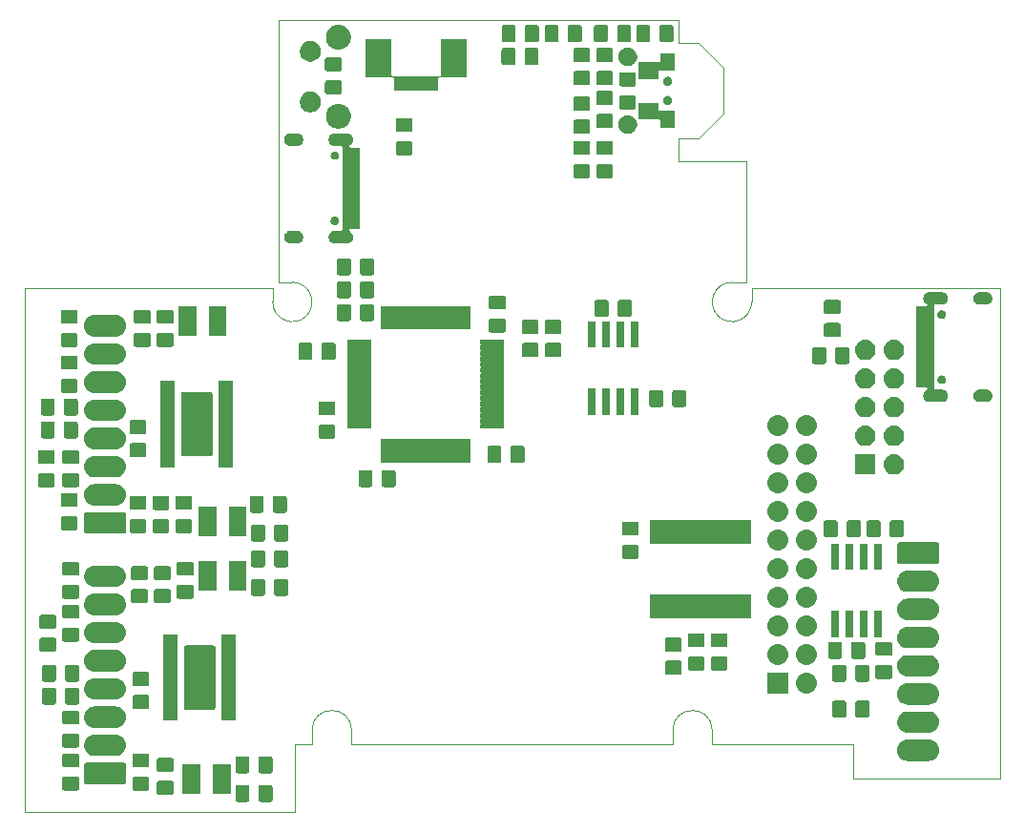
<source format=gbr>
%TF.GenerationSoftware,KiCad,Pcbnew,(5.1.2)-1*%
%TF.CreationDate,2019-11-09T14:12:44+01:00*%
%TF.ProjectId,sensactHsIO,73656e73-6163-4744-9873-494f2e6b6963,rev?*%
%TF.SameCoordinates,Original*%
%TF.FileFunction,Soldermask,Top*%
%TF.FilePolarity,Negative*%
%FSLAX46Y46*%
G04 Gerber Fmt 4.6, Leading zero omitted, Abs format (unit mm)*
G04 Created by KiCad (PCBNEW (5.1.2)-1) date 2019-11-09 14:12:44*
%MOMM*%
%LPD*%
G04 APERTURE LIST*
%ADD10C,0.050000*%
%ADD11C,0.150000*%
G04 APERTURE END LIST*
D10*
X114750000Y-44500000D02*
X114750000Y-46500000D01*
X116500000Y-44500000D02*
X114750000Y-44500000D01*
X118750000Y-42250000D02*
X116500000Y-44500000D01*
X118750000Y-38250000D02*
X118750000Y-42250000D01*
X116500000Y-36000000D02*
X118750000Y-38250000D01*
X114750000Y-36000000D02*
X116500000Y-36000000D01*
X114750000Y-34000000D02*
X114750000Y-36000000D01*
X79250000Y-34000000D02*
X79250000Y-57250000D01*
X80750000Y-104250000D02*
X80750000Y-98250000D01*
X56750000Y-57750000D02*
X56750000Y-104250000D01*
X78750000Y-57750000D02*
X56750000Y-57750000D01*
X114750000Y-34000000D02*
X79250000Y-34000000D01*
X143250000Y-101250000D02*
X143250000Y-57750000D01*
X130250000Y-98250000D02*
X130250000Y-101250000D01*
X143250000Y-57750000D02*
X121250000Y-57750000D01*
X130250000Y-101250000D02*
X143250000Y-101250000D01*
X114250000Y-98250000D02*
X85750000Y-98250000D01*
X80750000Y-104250000D02*
X56750000Y-104250000D01*
X120750000Y-57250000D02*
X120750000Y-46500000D01*
X120750000Y-57250000D02*
X119500000Y-57250000D01*
X120750000Y-46500000D02*
X114750000Y-46500000D01*
X121250000Y-59000000D02*
G75*
G02X119500000Y-57250000I-1750000J0D01*
G01*
X117750000Y-97000000D02*
X117750000Y-98250000D01*
X82250000Y-98250000D02*
X80750000Y-98250000D01*
X82250000Y-97000000D02*
X82250000Y-98250000D01*
X82250000Y-97000000D02*
G75*
G02X85750000Y-97000000I1750000J0D01*
G01*
X85750000Y-97000000D02*
X85750000Y-98250000D01*
X78750000Y-57750000D02*
X78750000Y-59000000D01*
X114250000Y-97000000D02*
G75*
G02X117750000Y-97000000I1750000J0D01*
G01*
X80500000Y-57250000D02*
X79250000Y-57250000D01*
X80500000Y-57250000D02*
G75*
G02X78750000Y-59000000I0J-1750000D01*
G01*
X117750000Y-98250000D02*
X130250000Y-98250000D01*
X121250000Y-59000000D02*
X121250000Y-57750000D01*
X114250000Y-97000000D02*
X114250000Y-98250000D01*
D11*
G36*
X78577674Y-101869465D02*
G01*
X78615367Y-101880899D01*
X78650103Y-101899466D01*
X78680548Y-101924452D01*
X78705534Y-101954897D01*
X78724101Y-101989633D01*
X78735535Y-102027326D01*
X78740000Y-102072661D01*
X78740000Y-103159339D01*
X78735535Y-103204674D01*
X78724101Y-103242367D01*
X78705534Y-103277103D01*
X78680548Y-103307548D01*
X78650103Y-103332534D01*
X78615367Y-103351101D01*
X78577674Y-103362535D01*
X78532339Y-103367000D01*
X77695661Y-103367000D01*
X77650326Y-103362535D01*
X77612633Y-103351101D01*
X77577897Y-103332534D01*
X77547452Y-103307548D01*
X77522466Y-103277103D01*
X77503899Y-103242367D01*
X77492465Y-103204674D01*
X77488000Y-103159339D01*
X77488000Y-102072661D01*
X77492465Y-102027326D01*
X77503899Y-101989633D01*
X77522466Y-101954897D01*
X77547452Y-101924452D01*
X77577897Y-101899466D01*
X77612633Y-101880899D01*
X77650326Y-101869465D01*
X77695661Y-101865000D01*
X78532339Y-101865000D01*
X78577674Y-101869465D01*
X78577674Y-101869465D01*
G37*
G36*
X76527674Y-101869465D02*
G01*
X76565367Y-101880899D01*
X76600103Y-101899466D01*
X76630548Y-101924452D01*
X76655534Y-101954897D01*
X76674101Y-101989633D01*
X76685535Y-102027326D01*
X76690000Y-102072661D01*
X76690000Y-103159339D01*
X76685535Y-103204674D01*
X76674101Y-103242367D01*
X76655534Y-103277103D01*
X76630548Y-103307548D01*
X76600103Y-103332534D01*
X76565367Y-103351101D01*
X76527674Y-103362535D01*
X76482339Y-103367000D01*
X75645661Y-103367000D01*
X75600326Y-103362535D01*
X75562633Y-103351101D01*
X75527897Y-103332534D01*
X75497452Y-103307548D01*
X75472466Y-103277103D01*
X75453899Y-103242367D01*
X75442465Y-103204674D01*
X75438000Y-103159339D01*
X75438000Y-102072661D01*
X75442465Y-102027326D01*
X75453899Y-101989633D01*
X75472466Y-101954897D01*
X75497452Y-101924452D01*
X75527897Y-101899466D01*
X75562633Y-101880899D01*
X75600326Y-101869465D01*
X75645661Y-101865000D01*
X76482339Y-101865000D01*
X76527674Y-101869465D01*
X76527674Y-101869465D01*
G37*
G36*
X69803674Y-101495465D02*
G01*
X69841367Y-101506899D01*
X69876103Y-101525466D01*
X69906548Y-101550452D01*
X69931534Y-101580897D01*
X69950101Y-101615633D01*
X69961535Y-101653326D01*
X69966000Y-101698661D01*
X69966000Y-102535339D01*
X69961535Y-102580674D01*
X69950101Y-102618367D01*
X69931534Y-102653103D01*
X69906548Y-102683548D01*
X69876103Y-102708534D01*
X69841367Y-102727101D01*
X69803674Y-102738535D01*
X69758339Y-102743000D01*
X68671661Y-102743000D01*
X68626326Y-102738535D01*
X68588633Y-102727101D01*
X68553897Y-102708534D01*
X68523452Y-102683548D01*
X68498466Y-102653103D01*
X68479899Y-102618367D01*
X68468465Y-102580674D01*
X68464000Y-102535339D01*
X68464000Y-101698661D01*
X68468465Y-101653326D01*
X68479899Y-101615633D01*
X68498466Y-101580897D01*
X68523452Y-101550452D01*
X68553897Y-101525466D01*
X68588633Y-101506899D01*
X68626326Y-101495465D01*
X68671661Y-101491000D01*
X69758339Y-101491000D01*
X69803674Y-101495465D01*
X69803674Y-101495465D01*
G37*
G36*
X72349000Y-102672000D02*
G01*
X70747000Y-102672000D01*
X70747000Y-100020000D01*
X72349000Y-100020000D01*
X72349000Y-102672000D01*
X72349000Y-102672000D01*
G37*
G36*
X75049000Y-102672000D02*
G01*
X73447000Y-102672000D01*
X73447000Y-100020000D01*
X75049000Y-100020000D01*
X75049000Y-102672000D01*
X75049000Y-102672000D01*
G37*
G36*
X67644674Y-101114465D02*
G01*
X67682367Y-101125899D01*
X67717103Y-101144466D01*
X67747548Y-101169452D01*
X67772534Y-101199897D01*
X67791101Y-101234633D01*
X67802535Y-101272326D01*
X67807000Y-101317661D01*
X67807000Y-102154339D01*
X67802535Y-102199674D01*
X67791101Y-102237367D01*
X67772534Y-102272103D01*
X67747548Y-102302548D01*
X67717103Y-102327534D01*
X67682367Y-102346101D01*
X67644674Y-102357535D01*
X67599339Y-102362000D01*
X66512661Y-102362000D01*
X66467326Y-102357535D01*
X66429633Y-102346101D01*
X66394897Y-102327534D01*
X66364452Y-102302548D01*
X66339466Y-102272103D01*
X66320899Y-102237367D01*
X66309465Y-102199674D01*
X66305000Y-102154339D01*
X66305000Y-101317661D01*
X66309465Y-101272326D01*
X66320899Y-101234633D01*
X66339466Y-101199897D01*
X66364452Y-101169452D01*
X66394897Y-101144466D01*
X66429633Y-101125899D01*
X66467326Y-101114465D01*
X66512661Y-101110000D01*
X67599339Y-101110000D01*
X67644674Y-101114465D01*
X67644674Y-101114465D01*
G37*
G36*
X61421674Y-101114465D02*
G01*
X61459367Y-101125899D01*
X61494103Y-101144466D01*
X61524548Y-101169452D01*
X61549534Y-101199897D01*
X61568101Y-101234633D01*
X61579535Y-101272326D01*
X61584000Y-101317661D01*
X61584000Y-102154339D01*
X61579535Y-102199674D01*
X61568101Y-102237367D01*
X61549534Y-102272103D01*
X61524548Y-102302548D01*
X61494103Y-102327534D01*
X61459367Y-102346101D01*
X61421674Y-102357535D01*
X61376339Y-102362000D01*
X60289661Y-102362000D01*
X60244326Y-102357535D01*
X60206633Y-102346101D01*
X60171897Y-102327534D01*
X60141452Y-102302548D01*
X60116466Y-102272103D01*
X60097899Y-102237367D01*
X60086465Y-102199674D01*
X60082000Y-102154339D01*
X60082000Y-101317661D01*
X60086465Y-101272326D01*
X60097899Y-101234633D01*
X60116466Y-101199897D01*
X60141452Y-101169452D01*
X60171897Y-101144466D01*
X60206633Y-101125899D01*
X60244326Y-101114465D01*
X60289661Y-101110000D01*
X61376339Y-101110000D01*
X61421674Y-101114465D01*
X61421674Y-101114465D01*
G37*
G36*
X65591915Y-99890934D02*
G01*
X65624424Y-99900795D01*
X65654382Y-99916809D01*
X65680641Y-99938359D01*
X65702191Y-99964618D01*
X65718205Y-99994576D01*
X65728066Y-100027085D01*
X65732000Y-100067029D01*
X65732000Y-101608971D01*
X65728066Y-101648915D01*
X65718205Y-101681424D01*
X65702191Y-101711382D01*
X65680641Y-101737641D01*
X65654382Y-101759191D01*
X65624424Y-101775205D01*
X65591915Y-101785066D01*
X65551971Y-101789000D01*
X62210029Y-101789000D01*
X62170085Y-101785066D01*
X62137576Y-101775205D01*
X62107618Y-101759191D01*
X62081359Y-101737641D01*
X62059809Y-101711382D01*
X62043795Y-101681424D01*
X62033934Y-101648915D01*
X62030000Y-101608971D01*
X62030000Y-100067029D01*
X62033934Y-100027085D01*
X62043795Y-99994576D01*
X62059809Y-99964618D01*
X62081359Y-99938359D01*
X62107618Y-99916809D01*
X62137576Y-99900795D01*
X62170085Y-99890934D01*
X62210029Y-99887000D01*
X65551971Y-99887000D01*
X65591915Y-99890934D01*
X65591915Y-99890934D01*
G37*
G36*
X76527674Y-99329465D02*
G01*
X76565367Y-99340899D01*
X76600103Y-99359466D01*
X76630548Y-99384452D01*
X76655534Y-99414897D01*
X76674101Y-99449633D01*
X76685535Y-99487326D01*
X76690000Y-99532661D01*
X76690000Y-100619339D01*
X76685535Y-100664674D01*
X76674101Y-100702367D01*
X76655534Y-100737103D01*
X76630548Y-100767548D01*
X76600103Y-100792534D01*
X76565367Y-100811101D01*
X76527674Y-100822535D01*
X76482339Y-100827000D01*
X75645661Y-100827000D01*
X75600326Y-100822535D01*
X75562633Y-100811101D01*
X75527897Y-100792534D01*
X75497452Y-100767548D01*
X75472466Y-100737103D01*
X75453899Y-100702367D01*
X75442465Y-100664674D01*
X75438000Y-100619339D01*
X75438000Y-99532661D01*
X75442465Y-99487326D01*
X75453899Y-99449633D01*
X75472466Y-99414897D01*
X75497452Y-99384452D01*
X75527897Y-99359466D01*
X75562633Y-99340899D01*
X75600326Y-99329465D01*
X75645661Y-99325000D01*
X76482339Y-99325000D01*
X76527674Y-99329465D01*
X76527674Y-99329465D01*
G37*
G36*
X78577674Y-99329465D02*
G01*
X78615367Y-99340899D01*
X78650103Y-99359466D01*
X78680548Y-99384452D01*
X78705534Y-99414897D01*
X78724101Y-99449633D01*
X78735535Y-99487326D01*
X78740000Y-99532661D01*
X78740000Y-100619339D01*
X78735535Y-100664674D01*
X78724101Y-100702367D01*
X78705534Y-100737103D01*
X78680548Y-100767548D01*
X78650103Y-100792534D01*
X78615367Y-100811101D01*
X78577674Y-100822535D01*
X78532339Y-100827000D01*
X77695661Y-100827000D01*
X77650326Y-100822535D01*
X77612633Y-100811101D01*
X77577897Y-100792534D01*
X77547452Y-100767548D01*
X77522466Y-100737103D01*
X77503899Y-100702367D01*
X77492465Y-100664674D01*
X77488000Y-100619339D01*
X77488000Y-99532661D01*
X77492465Y-99487326D01*
X77503899Y-99449633D01*
X77522466Y-99414897D01*
X77547452Y-99384452D01*
X77577897Y-99359466D01*
X77612633Y-99340899D01*
X77650326Y-99329465D01*
X77695661Y-99325000D01*
X78532339Y-99325000D01*
X78577674Y-99329465D01*
X78577674Y-99329465D01*
G37*
G36*
X69803674Y-99445465D02*
G01*
X69841367Y-99456899D01*
X69876103Y-99475466D01*
X69906548Y-99500452D01*
X69931534Y-99530897D01*
X69950101Y-99565633D01*
X69961535Y-99603326D01*
X69966000Y-99648661D01*
X69966000Y-100485339D01*
X69961535Y-100530674D01*
X69950101Y-100568367D01*
X69931534Y-100603103D01*
X69906548Y-100633548D01*
X69876103Y-100658534D01*
X69841367Y-100677101D01*
X69803674Y-100688535D01*
X69758339Y-100693000D01*
X68671661Y-100693000D01*
X68626326Y-100688535D01*
X68588633Y-100677101D01*
X68553897Y-100658534D01*
X68523452Y-100633548D01*
X68498466Y-100603103D01*
X68479899Y-100568367D01*
X68468465Y-100530674D01*
X68464000Y-100485339D01*
X68464000Y-99648661D01*
X68468465Y-99603326D01*
X68479899Y-99565633D01*
X68498466Y-99530897D01*
X68523452Y-99500452D01*
X68553897Y-99475466D01*
X68588633Y-99456899D01*
X68626326Y-99445465D01*
X68671661Y-99441000D01*
X69758339Y-99441000D01*
X69803674Y-99445465D01*
X69803674Y-99445465D01*
G37*
G36*
X67644674Y-99064465D02*
G01*
X67682367Y-99075899D01*
X67717103Y-99094466D01*
X67747548Y-99119452D01*
X67772534Y-99149897D01*
X67791101Y-99184633D01*
X67802535Y-99222326D01*
X67807000Y-99267661D01*
X67807000Y-100104339D01*
X67802535Y-100149674D01*
X67791101Y-100187367D01*
X67772534Y-100222103D01*
X67747548Y-100252548D01*
X67717103Y-100277534D01*
X67682367Y-100296101D01*
X67644674Y-100307535D01*
X67599339Y-100312000D01*
X66512661Y-100312000D01*
X66467326Y-100307535D01*
X66429633Y-100296101D01*
X66394897Y-100277534D01*
X66364452Y-100252548D01*
X66339466Y-100222103D01*
X66320899Y-100187367D01*
X66309465Y-100149674D01*
X66305000Y-100104339D01*
X66305000Y-99267661D01*
X66309465Y-99222326D01*
X66320899Y-99184633D01*
X66339466Y-99149897D01*
X66364452Y-99119452D01*
X66394897Y-99094466D01*
X66429633Y-99075899D01*
X66467326Y-99064465D01*
X66512661Y-99060000D01*
X67599339Y-99060000D01*
X67644674Y-99064465D01*
X67644674Y-99064465D01*
G37*
G36*
X61421674Y-99064465D02*
G01*
X61459367Y-99075899D01*
X61494103Y-99094466D01*
X61524548Y-99119452D01*
X61549534Y-99149897D01*
X61568101Y-99184633D01*
X61579535Y-99222326D01*
X61584000Y-99267661D01*
X61584000Y-100104339D01*
X61579535Y-100149674D01*
X61568101Y-100187367D01*
X61549534Y-100222103D01*
X61524548Y-100252548D01*
X61494103Y-100277534D01*
X61459367Y-100296101D01*
X61421674Y-100307535D01*
X61376339Y-100312000D01*
X60289661Y-100312000D01*
X60244326Y-100307535D01*
X60206633Y-100296101D01*
X60171897Y-100277534D01*
X60141452Y-100252548D01*
X60116466Y-100222103D01*
X60097899Y-100187367D01*
X60086465Y-100149674D01*
X60082000Y-100104339D01*
X60082000Y-99267661D01*
X60086465Y-99222326D01*
X60097899Y-99184633D01*
X60116466Y-99149897D01*
X60141452Y-99119452D01*
X60171897Y-99094466D01*
X60206633Y-99075899D01*
X60244326Y-99064465D01*
X60289661Y-99060000D01*
X61376339Y-99060000D01*
X61421674Y-99064465D01*
X61421674Y-99064465D01*
G37*
G36*
X137103425Y-97842760D02*
G01*
X137103428Y-97842761D01*
X137103429Y-97842761D01*
X137282693Y-97897140D01*
X137282696Y-97897142D01*
X137282697Y-97897142D01*
X137447903Y-97985446D01*
X137592712Y-98104288D01*
X137711554Y-98249097D01*
X137799858Y-98414303D01*
X137799860Y-98414307D01*
X137854239Y-98593571D01*
X137854240Y-98593575D01*
X137872601Y-98780000D01*
X137854240Y-98966425D01*
X137854239Y-98966428D01*
X137854239Y-98966429D01*
X137799860Y-99145693D01*
X137799858Y-99145696D01*
X137799858Y-99145697D01*
X137711554Y-99310903D01*
X137592712Y-99455712D01*
X137447903Y-99574554D01*
X137282697Y-99662858D01*
X137282693Y-99662860D01*
X137103429Y-99717239D01*
X137103428Y-99717239D01*
X137103425Y-99717240D01*
X136963718Y-99731000D01*
X135070282Y-99731000D01*
X134930575Y-99717240D01*
X134930572Y-99717239D01*
X134930571Y-99717239D01*
X134751307Y-99662860D01*
X134751303Y-99662858D01*
X134586097Y-99574554D01*
X134441288Y-99455712D01*
X134322446Y-99310903D01*
X134234142Y-99145697D01*
X134234142Y-99145696D01*
X134234140Y-99145693D01*
X134179761Y-98966429D01*
X134179761Y-98966428D01*
X134179760Y-98966425D01*
X134161399Y-98780000D01*
X134179760Y-98593575D01*
X134179761Y-98593571D01*
X134234140Y-98414307D01*
X134234142Y-98414303D01*
X134322446Y-98249097D01*
X134441288Y-98104288D01*
X134586097Y-97985446D01*
X134751303Y-97897142D01*
X134751304Y-97897142D01*
X134751307Y-97897140D01*
X134930571Y-97842761D01*
X134930572Y-97842761D01*
X134930575Y-97842760D01*
X135070282Y-97829000D01*
X136963718Y-97829000D01*
X137103425Y-97842760D01*
X137103425Y-97842760D01*
G37*
G36*
X64967425Y-97400760D02*
G01*
X64967428Y-97400761D01*
X64967429Y-97400761D01*
X65146693Y-97455140D01*
X65146696Y-97455142D01*
X65146697Y-97455142D01*
X65311903Y-97543446D01*
X65456712Y-97662288D01*
X65575554Y-97807097D01*
X65663858Y-97972303D01*
X65663860Y-97972307D01*
X65703896Y-98104288D01*
X65718240Y-98151575D01*
X65736601Y-98338000D01*
X65718240Y-98524425D01*
X65718239Y-98524428D01*
X65718239Y-98524429D01*
X65663860Y-98703693D01*
X65663858Y-98703696D01*
X65663858Y-98703697D01*
X65575554Y-98868903D01*
X65456712Y-99013712D01*
X65311903Y-99132554D01*
X65146697Y-99220858D01*
X65146693Y-99220860D01*
X64967429Y-99275239D01*
X64967428Y-99275239D01*
X64967425Y-99275240D01*
X64827718Y-99289000D01*
X62934282Y-99289000D01*
X62794575Y-99275240D01*
X62794572Y-99275239D01*
X62794571Y-99275239D01*
X62615307Y-99220860D01*
X62615303Y-99220858D01*
X62450097Y-99132554D01*
X62305288Y-99013712D01*
X62186446Y-98868903D01*
X62098142Y-98703697D01*
X62098142Y-98703696D01*
X62098140Y-98703693D01*
X62043761Y-98524429D01*
X62043761Y-98524428D01*
X62043760Y-98524425D01*
X62025399Y-98338000D01*
X62043760Y-98151575D01*
X62058104Y-98104288D01*
X62098140Y-97972307D01*
X62098142Y-97972303D01*
X62186446Y-97807097D01*
X62305288Y-97662288D01*
X62450097Y-97543446D01*
X62615303Y-97455142D01*
X62615304Y-97455142D01*
X62615307Y-97455140D01*
X62794571Y-97400761D01*
X62794572Y-97400761D01*
X62794575Y-97400760D01*
X62934282Y-97387000D01*
X64827718Y-97387000D01*
X64967425Y-97400760D01*
X64967425Y-97400760D01*
G37*
G36*
X61421674Y-97304465D02*
G01*
X61459367Y-97315899D01*
X61494103Y-97334466D01*
X61524548Y-97359452D01*
X61549534Y-97389897D01*
X61568101Y-97424633D01*
X61579535Y-97462326D01*
X61584000Y-97507661D01*
X61584000Y-98344339D01*
X61579535Y-98389674D01*
X61568101Y-98427367D01*
X61549534Y-98462103D01*
X61524548Y-98492548D01*
X61494103Y-98517534D01*
X61459367Y-98536101D01*
X61421674Y-98547535D01*
X61376339Y-98552000D01*
X60289661Y-98552000D01*
X60244326Y-98547535D01*
X60206633Y-98536101D01*
X60171897Y-98517534D01*
X60141452Y-98492548D01*
X60116466Y-98462103D01*
X60097899Y-98427367D01*
X60086465Y-98389674D01*
X60082000Y-98344339D01*
X60082000Y-97507661D01*
X60086465Y-97462326D01*
X60097899Y-97424633D01*
X60116466Y-97389897D01*
X60141452Y-97359452D01*
X60171897Y-97334466D01*
X60206633Y-97315899D01*
X60244326Y-97304465D01*
X60289661Y-97300000D01*
X61376339Y-97300000D01*
X61421674Y-97304465D01*
X61421674Y-97304465D01*
G37*
G36*
X137103425Y-95342760D02*
G01*
X137103428Y-95342761D01*
X137103429Y-95342761D01*
X137282693Y-95397140D01*
X137282696Y-95397142D01*
X137282697Y-95397142D01*
X137447903Y-95485446D01*
X137592712Y-95604288D01*
X137711554Y-95749097D01*
X137799858Y-95914303D01*
X137799860Y-95914307D01*
X137833265Y-96024429D01*
X137854240Y-96093575D01*
X137872601Y-96279999D01*
X137854240Y-96466425D01*
X137854239Y-96466428D01*
X137854239Y-96466429D01*
X137799860Y-96645693D01*
X137799858Y-96645696D01*
X137799858Y-96645697D01*
X137711554Y-96810903D01*
X137592712Y-96955712D01*
X137447903Y-97074554D01*
X137282697Y-97162858D01*
X137282693Y-97162860D01*
X137103429Y-97217239D01*
X137103428Y-97217239D01*
X137103425Y-97217240D01*
X136963718Y-97231000D01*
X135070282Y-97231000D01*
X134930575Y-97217240D01*
X134930572Y-97217239D01*
X134930571Y-97217239D01*
X134751307Y-97162860D01*
X134751303Y-97162858D01*
X134586097Y-97074554D01*
X134441288Y-96955712D01*
X134322446Y-96810903D01*
X134234142Y-96645697D01*
X134234142Y-96645696D01*
X134234140Y-96645693D01*
X134179761Y-96466429D01*
X134179761Y-96466428D01*
X134179760Y-96466425D01*
X134161399Y-96279999D01*
X134179760Y-96093575D01*
X134200735Y-96024429D01*
X134234140Y-95914307D01*
X134234142Y-95914303D01*
X134322446Y-95749097D01*
X134441288Y-95604288D01*
X134586097Y-95485446D01*
X134751303Y-95397142D01*
X134751304Y-95397142D01*
X134751307Y-95397140D01*
X134930571Y-95342761D01*
X134930572Y-95342761D01*
X134930575Y-95342760D01*
X135070282Y-95329000D01*
X136963718Y-95329000D01*
X137103425Y-95342760D01*
X137103425Y-95342760D01*
G37*
G36*
X64967425Y-94900760D02*
G01*
X64967428Y-94900761D01*
X64967429Y-94900761D01*
X65146693Y-94955140D01*
X65146696Y-94955142D01*
X65146697Y-94955142D01*
X65311903Y-95043446D01*
X65456712Y-95162288D01*
X65575554Y-95307097D01*
X65663858Y-95472303D01*
X65663860Y-95472307D01*
X65703149Y-95601827D01*
X65718240Y-95651575D01*
X65736601Y-95838000D01*
X65718240Y-96024425D01*
X65718239Y-96024428D01*
X65718239Y-96024429D01*
X65663860Y-96203693D01*
X65663858Y-96203696D01*
X65663858Y-96203697D01*
X65575554Y-96368903D01*
X65456712Y-96513712D01*
X65311903Y-96632554D01*
X65146697Y-96720858D01*
X65146693Y-96720860D01*
X64967429Y-96775239D01*
X64967428Y-96775239D01*
X64967425Y-96775240D01*
X64827718Y-96789000D01*
X62934282Y-96789000D01*
X62794575Y-96775240D01*
X62794572Y-96775239D01*
X62794571Y-96775239D01*
X62615307Y-96720860D01*
X62615303Y-96720858D01*
X62450097Y-96632554D01*
X62305288Y-96513712D01*
X62186446Y-96368903D01*
X62098142Y-96203697D01*
X62098142Y-96203696D01*
X62098140Y-96203693D01*
X62043761Y-96024429D01*
X62043761Y-96024428D01*
X62043760Y-96024425D01*
X62025399Y-95838000D01*
X62043760Y-95651575D01*
X62058851Y-95601827D01*
X62098140Y-95472307D01*
X62098142Y-95472303D01*
X62186446Y-95307097D01*
X62305288Y-95162288D01*
X62450097Y-95043446D01*
X62615303Y-94955142D01*
X62615304Y-94955142D01*
X62615307Y-94955140D01*
X62794571Y-94900761D01*
X62794572Y-94900761D01*
X62794575Y-94900760D01*
X62934282Y-94887000D01*
X64827718Y-94887000D01*
X64967425Y-94900760D01*
X64967425Y-94900760D01*
G37*
G36*
X61421674Y-95254465D02*
G01*
X61459367Y-95265899D01*
X61494103Y-95284466D01*
X61524548Y-95309452D01*
X61549534Y-95339897D01*
X61568101Y-95374633D01*
X61579535Y-95412326D01*
X61584000Y-95457661D01*
X61584000Y-96294339D01*
X61579535Y-96339674D01*
X61568101Y-96377367D01*
X61549534Y-96412103D01*
X61524548Y-96442548D01*
X61494103Y-96467534D01*
X61459367Y-96486101D01*
X61421674Y-96497535D01*
X61376339Y-96502000D01*
X60289661Y-96502000D01*
X60244326Y-96497535D01*
X60206633Y-96486101D01*
X60171897Y-96467534D01*
X60141452Y-96442548D01*
X60116466Y-96412103D01*
X60097899Y-96377367D01*
X60086465Y-96339674D01*
X60082000Y-96294339D01*
X60082000Y-95457661D01*
X60086465Y-95412326D01*
X60097899Y-95374633D01*
X60116466Y-95339897D01*
X60141452Y-95309452D01*
X60171897Y-95284466D01*
X60206633Y-95265899D01*
X60244326Y-95254465D01*
X60289661Y-95250000D01*
X61376339Y-95250000D01*
X61421674Y-95254465D01*
X61421674Y-95254465D01*
G37*
G36*
X75514000Y-96155000D02*
G01*
X74212000Y-96155000D01*
X74212000Y-88503000D01*
X75514000Y-88503000D01*
X75514000Y-96155000D01*
X75514000Y-96155000D01*
G37*
G36*
X70314000Y-96155000D02*
G01*
X69012000Y-96155000D01*
X69012000Y-88503000D01*
X70314000Y-88503000D01*
X70314000Y-96155000D01*
X70314000Y-96155000D01*
G37*
G36*
X129486674Y-94376465D02*
G01*
X129524367Y-94387899D01*
X129559103Y-94406466D01*
X129589548Y-94431452D01*
X129614534Y-94461897D01*
X129633101Y-94496633D01*
X129644535Y-94534326D01*
X129649000Y-94579661D01*
X129649000Y-95666339D01*
X129644535Y-95711674D01*
X129633101Y-95749367D01*
X129614534Y-95784103D01*
X129589548Y-95814548D01*
X129559103Y-95839534D01*
X129524367Y-95858101D01*
X129486674Y-95869535D01*
X129441339Y-95874000D01*
X128604661Y-95874000D01*
X128559326Y-95869535D01*
X128521633Y-95858101D01*
X128486897Y-95839534D01*
X128456452Y-95814548D01*
X128431466Y-95784103D01*
X128412899Y-95749367D01*
X128401465Y-95711674D01*
X128397000Y-95666339D01*
X128397000Y-94579661D01*
X128401465Y-94534326D01*
X128412899Y-94496633D01*
X128431466Y-94461897D01*
X128456452Y-94431452D01*
X128486897Y-94406466D01*
X128521633Y-94387899D01*
X128559326Y-94376465D01*
X128604661Y-94372000D01*
X129441339Y-94372000D01*
X129486674Y-94376465D01*
X129486674Y-94376465D01*
G37*
G36*
X131536674Y-94376465D02*
G01*
X131574367Y-94387899D01*
X131609103Y-94406466D01*
X131639548Y-94431452D01*
X131664534Y-94461897D01*
X131683101Y-94496633D01*
X131694535Y-94534326D01*
X131699000Y-94579661D01*
X131699000Y-95666339D01*
X131694535Y-95711674D01*
X131683101Y-95749367D01*
X131664534Y-95784103D01*
X131639548Y-95814548D01*
X131609103Y-95839534D01*
X131574367Y-95858101D01*
X131536674Y-95869535D01*
X131491339Y-95874000D01*
X130654661Y-95874000D01*
X130609326Y-95869535D01*
X130571633Y-95858101D01*
X130536897Y-95839534D01*
X130506452Y-95814548D01*
X130481466Y-95784103D01*
X130462899Y-95749367D01*
X130451465Y-95711674D01*
X130447000Y-95666339D01*
X130447000Y-94579661D01*
X130451465Y-94534326D01*
X130462899Y-94496633D01*
X130481466Y-94461897D01*
X130506452Y-94431452D01*
X130536897Y-94406466D01*
X130571633Y-94387899D01*
X130609326Y-94376465D01*
X130654661Y-94372000D01*
X131491339Y-94372000D01*
X131536674Y-94376465D01*
X131536674Y-94376465D01*
G37*
G36*
X73518838Y-89482055D02*
G01*
X73552528Y-89492275D01*
X73583576Y-89508871D01*
X73610793Y-89531207D01*
X73633129Y-89558424D01*
X73649725Y-89589472D01*
X73659945Y-89623162D01*
X73664000Y-89664339D01*
X73664000Y-94993661D01*
X73659945Y-95034838D01*
X73649725Y-95068528D01*
X73633129Y-95099576D01*
X73610793Y-95126793D01*
X73583576Y-95149129D01*
X73552528Y-95165725D01*
X73518838Y-95175945D01*
X73477661Y-95180000D01*
X71048339Y-95180000D01*
X71007162Y-95175945D01*
X70973472Y-95165725D01*
X70942424Y-95149129D01*
X70915207Y-95126793D01*
X70892871Y-95099576D01*
X70876275Y-95068528D01*
X70866055Y-95034838D01*
X70862000Y-94993661D01*
X70862000Y-89664339D01*
X70866055Y-89623162D01*
X70876275Y-89589472D01*
X70892871Y-89558424D01*
X70915207Y-89531207D01*
X70942424Y-89508871D01*
X70973472Y-89492275D01*
X71007162Y-89482055D01*
X71048339Y-89478000D01*
X73477661Y-89478000D01*
X73518838Y-89482055D01*
X73518838Y-89482055D01*
G37*
G36*
X67644674Y-93875465D02*
G01*
X67682367Y-93886899D01*
X67717103Y-93905466D01*
X67747548Y-93930452D01*
X67772534Y-93960897D01*
X67791101Y-93995633D01*
X67802535Y-94033326D01*
X67807000Y-94078661D01*
X67807000Y-94915339D01*
X67802535Y-94960674D01*
X67791101Y-94998367D01*
X67772534Y-95033103D01*
X67747548Y-95063548D01*
X67717103Y-95088534D01*
X67682367Y-95107101D01*
X67644674Y-95118535D01*
X67599339Y-95123000D01*
X66512661Y-95123000D01*
X66467326Y-95118535D01*
X66429633Y-95107101D01*
X66394897Y-95088534D01*
X66364452Y-95063548D01*
X66339466Y-95033103D01*
X66320899Y-94998367D01*
X66309465Y-94960674D01*
X66305000Y-94915339D01*
X66305000Y-94078661D01*
X66309465Y-94033326D01*
X66320899Y-93995633D01*
X66339466Y-93960897D01*
X66364452Y-93930452D01*
X66394897Y-93905466D01*
X66429633Y-93886899D01*
X66467326Y-93875465D01*
X66512661Y-93871000D01*
X67599339Y-93871000D01*
X67644674Y-93875465D01*
X67644674Y-93875465D01*
G37*
G36*
X137103425Y-92842760D02*
G01*
X137103428Y-92842761D01*
X137103429Y-92842761D01*
X137282693Y-92897140D01*
X137282696Y-92897142D01*
X137282697Y-92897142D01*
X137447903Y-92985446D01*
X137592712Y-93104288D01*
X137711554Y-93249097D01*
X137790618Y-93397017D01*
X137799860Y-93414307D01*
X137854239Y-93593571D01*
X137854240Y-93593575D01*
X137872601Y-93780000D01*
X137854240Y-93966425D01*
X137854239Y-93966428D01*
X137854239Y-93966429D01*
X137799860Y-94145693D01*
X137799858Y-94145696D01*
X137799858Y-94145697D01*
X137711554Y-94310903D01*
X137592712Y-94455712D01*
X137447903Y-94574554D01*
X137317654Y-94644173D01*
X137282693Y-94662860D01*
X137103429Y-94717239D01*
X137103428Y-94717239D01*
X137103425Y-94717240D01*
X136963718Y-94731000D01*
X135070282Y-94731000D01*
X134930575Y-94717240D01*
X134930572Y-94717239D01*
X134930571Y-94717239D01*
X134751307Y-94662860D01*
X134716346Y-94644173D01*
X134586097Y-94574554D01*
X134441288Y-94455712D01*
X134322446Y-94310903D01*
X134234142Y-94145697D01*
X134234142Y-94145696D01*
X134234140Y-94145693D01*
X134179761Y-93966429D01*
X134179761Y-93966428D01*
X134179760Y-93966425D01*
X134161399Y-93780000D01*
X134179760Y-93593575D01*
X134179761Y-93593571D01*
X134234140Y-93414307D01*
X134243382Y-93397017D01*
X134322446Y-93249097D01*
X134441288Y-93104288D01*
X134586097Y-92985446D01*
X134751303Y-92897142D01*
X134751304Y-92897142D01*
X134751307Y-92897140D01*
X134930571Y-92842761D01*
X134930572Y-92842761D01*
X134930575Y-92842760D01*
X135070282Y-92829000D01*
X136963718Y-92829000D01*
X137103425Y-92842760D01*
X137103425Y-92842760D01*
G37*
G36*
X59382674Y-93233465D02*
G01*
X59420367Y-93244899D01*
X59455103Y-93263466D01*
X59485548Y-93288452D01*
X59510534Y-93318897D01*
X59529101Y-93353633D01*
X59540535Y-93391326D01*
X59545000Y-93436661D01*
X59545000Y-94523339D01*
X59540535Y-94568674D01*
X59529101Y-94606367D01*
X59510534Y-94641103D01*
X59485548Y-94671548D01*
X59455103Y-94696534D01*
X59420367Y-94715101D01*
X59382674Y-94726535D01*
X59337339Y-94731000D01*
X58500661Y-94731000D01*
X58455326Y-94726535D01*
X58417633Y-94715101D01*
X58382897Y-94696534D01*
X58352452Y-94671548D01*
X58327466Y-94641103D01*
X58308899Y-94606367D01*
X58297465Y-94568674D01*
X58293000Y-94523339D01*
X58293000Y-93436661D01*
X58297465Y-93391326D01*
X58308899Y-93353633D01*
X58327466Y-93318897D01*
X58352452Y-93288452D01*
X58382897Y-93263466D01*
X58417633Y-93244899D01*
X58455326Y-93233465D01*
X58500661Y-93229000D01*
X59337339Y-93229000D01*
X59382674Y-93233465D01*
X59382674Y-93233465D01*
G37*
G36*
X61432674Y-93233465D02*
G01*
X61470367Y-93244899D01*
X61505103Y-93263466D01*
X61535548Y-93288452D01*
X61560534Y-93318897D01*
X61579101Y-93353633D01*
X61590535Y-93391326D01*
X61595000Y-93436661D01*
X61595000Y-94523339D01*
X61590535Y-94568674D01*
X61579101Y-94606367D01*
X61560534Y-94641103D01*
X61535548Y-94671548D01*
X61505103Y-94696534D01*
X61470367Y-94715101D01*
X61432674Y-94726535D01*
X61387339Y-94731000D01*
X60550661Y-94731000D01*
X60505326Y-94726535D01*
X60467633Y-94715101D01*
X60432897Y-94696534D01*
X60402452Y-94671548D01*
X60377466Y-94641103D01*
X60358899Y-94606367D01*
X60347465Y-94568674D01*
X60343000Y-94523339D01*
X60343000Y-93436661D01*
X60347465Y-93391326D01*
X60358899Y-93353633D01*
X60377466Y-93318897D01*
X60402452Y-93288452D01*
X60432897Y-93263466D01*
X60467633Y-93244899D01*
X60505326Y-93233465D01*
X60550661Y-93229000D01*
X61387339Y-93229000D01*
X61432674Y-93233465D01*
X61432674Y-93233465D01*
G37*
G36*
X64967425Y-92400760D02*
G01*
X64967428Y-92400761D01*
X64967429Y-92400761D01*
X65146693Y-92455140D01*
X65146696Y-92455142D01*
X65146697Y-92455142D01*
X65311903Y-92543446D01*
X65456712Y-92662288D01*
X65575554Y-92807097D01*
X65651064Y-92948367D01*
X65663860Y-92972307D01*
X65703896Y-93104288D01*
X65718240Y-93151575D01*
X65736601Y-93338000D01*
X65718240Y-93524425D01*
X65718239Y-93524428D01*
X65718239Y-93524429D01*
X65663860Y-93703693D01*
X65663858Y-93703696D01*
X65663858Y-93703697D01*
X65575554Y-93868903D01*
X65456712Y-94013712D01*
X65311903Y-94132554D01*
X65176365Y-94205000D01*
X65146693Y-94220860D01*
X64967429Y-94275239D01*
X64967428Y-94275239D01*
X64967425Y-94275240D01*
X64827718Y-94289000D01*
X62934282Y-94289000D01*
X62794575Y-94275240D01*
X62794572Y-94275239D01*
X62794571Y-94275239D01*
X62615307Y-94220860D01*
X62585635Y-94205000D01*
X62450097Y-94132554D01*
X62305288Y-94013712D01*
X62186446Y-93868903D01*
X62098142Y-93703697D01*
X62098142Y-93703696D01*
X62098140Y-93703693D01*
X62043761Y-93524429D01*
X62043761Y-93524428D01*
X62043760Y-93524425D01*
X62025399Y-93338000D01*
X62043760Y-93151575D01*
X62058104Y-93104288D01*
X62098140Y-92972307D01*
X62110936Y-92948367D01*
X62186446Y-92807097D01*
X62305288Y-92662288D01*
X62450097Y-92543446D01*
X62615303Y-92455142D01*
X62615304Y-92455142D01*
X62615307Y-92455140D01*
X62794571Y-92400761D01*
X62794572Y-92400761D01*
X62794575Y-92400760D01*
X62934282Y-92387000D01*
X64827718Y-92387000D01*
X64967425Y-92400760D01*
X64967425Y-92400760D01*
G37*
G36*
X124485600Y-93751600D02*
G01*
X122656400Y-93751600D01*
X122656400Y-91922400D01*
X124485600Y-91922400D01*
X124485600Y-93751600D01*
X124485600Y-93751600D01*
G37*
G36*
X126290294Y-91935633D02*
G01*
X126462695Y-91987931D01*
X126621583Y-92072858D01*
X126760849Y-92187151D01*
X126875142Y-92326417D01*
X126960069Y-92485305D01*
X127012367Y-92657706D01*
X127030025Y-92837000D01*
X127012367Y-93016294D01*
X126960069Y-93188695D01*
X126875142Y-93347583D01*
X126760849Y-93486849D01*
X126621583Y-93601142D01*
X126462695Y-93686069D01*
X126290294Y-93738367D01*
X126155931Y-93751600D01*
X126066069Y-93751600D01*
X125931706Y-93738367D01*
X125759305Y-93686069D01*
X125600417Y-93601142D01*
X125461151Y-93486849D01*
X125346858Y-93347583D01*
X125261931Y-93188695D01*
X125209633Y-93016294D01*
X125191975Y-92837000D01*
X125209633Y-92657706D01*
X125261931Y-92485305D01*
X125346858Y-92326417D01*
X125461151Y-92187151D01*
X125600417Y-92072858D01*
X125759305Y-91987931D01*
X125931706Y-91935633D01*
X126066069Y-91922400D01*
X126155931Y-91922400D01*
X126290294Y-91935633D01*
X126290294Y-91935633D01*
G37*
G36*
X67644674Y-91825465D02*
G01*
X67682367Y-91836899D01*
X67717103Y-91855466D01*
X67747548Y-91880452D01*
X67772534Y-91910897D01*
X67791101Y-91945633D01*
X67802535Y-91983326D01*
X67807000Y-92028661D01*
X67807000Y-92865339D01*
X67802535Y-92910674D01*
X67791101Y-92948367D01*
X67772534Y-92983103D01*
X67747548Y-93013548D01*
X67717103Y-93038534D01*
X67682367Y-93057101D01*
X67644674Y-93068535D01*
X67599339Y-93073000D01*
X66512661Y-93073000D01*
X66467326Y-93068535D01*
X66429633Y-93057101D01*
X66394897Y-93038534D01*
X66364452Y-93013548D01*
X66339466Y-92983103D01*
X66320899Y-92948367D01*
X66309465Y-92910674D01*
X66305000Y-92865339D01*
X66305000Y-92028661D01*
X66309465Y-91983326D01*
X66320899Y-91945633D01*
X66339466Y-91910897D01*
X66364452Y-91880452D01*
X66394897Y-91855466D01*
X66429633Y-91836899D01*
X66467326Y-91825465D01*
X66512661Y-91821000D01*
X67599339Y-91821000D01*
X67644674Y-91825465D01*
X67644674Y-91825465D01*
G37*
G36*
X131536674Y-91201465D02*
G01*
X131574367Y-91212899D01*
X131609103Y-91231466D01*
X131639548Y-91256452D01*
X131664534Y-91286897D01*
X131683101Y-91321633D01*
X131694535Y-91359326D01*
X131699000Y-91404661D01*
X131699000Y-92491339D01*
X131694535Y-92536674D01*
X131683101Y-92574367D01*
X131664534Y-92609103D01*
X131639548Y-92639548D01*
X131609103Y-92664534D01*
X131574367Y-92683101D01*
X131536674Y-92694535D01*
X131491339Y-92699000D01*
X130654661Y-92699000D01*
X130609326Y-92694535D01*
X130571633Y-92683101D01*
X130536897Y-92664534D01*
X130506452Y-92639548D01*
X130481466Y-92609103D01*
X130462899Y-92574367D01*
X130451465Y-92536674D01*
X130447000Y-92491339D01*
X130447000Y-91404661D01*
X130451465Y-91359326D01*
X130462899Y-91321633D01*
X130481466Y-91286897D01*
X130506452Y-91256452D01*
X130536897Y-91231466D01*
X130571633Y-91212899D01*
X130609326Y-91201465D01*
X130654661Y-91197000D01*
X131491339Y-91197000D01*
X131536674Y-91201465D01*
X131536674Y-91201465D01*
G37*
G36*
X129486674Y-91201465D02*
G01*
X129524367Y-91212899D01*
X129559103Y-91231466D01*
X129589548Y-91256452D01*
X129614534Y-91286897D01*
X129633101Y-91321633D01*
X129644535Y-91359326D01*
X129649000Y-91404661D01*
X129649000Y-92491339D01*
X129644535Y-92536674D01*
X129633101Y-92574367D01*
X129614534Y-92609103D01*
X129589548Y-92639548D01*
X129559103Y-92664534D01*
X129524367Y-92683101D01*
X129486674Y-92694535D01*
X129441339Y-92699000D01*
X128604661Y-92699000D01*
X128559326Y-92694535D01*
X128521633Y-92683101D01*
X128486897Y-92664534D01*
X128456452Y-92639548D01*
X128431466Y-92609103D01*
X128412899Y-92574367D01*
X128401465Y-92536674D01*
X128397000Y-92491339D01*
X128397000Y-91404661D01*
X128401465Y-91359326D01*
X128412899Y-91321633D01*
X128431466Y-91286897D01*
X128456452Y-91256452D01*
X128486897Y-91231466D01*
X128521633Y-91212899D01*
X128559326Y-91201465D01*
X128604661Y-91197000D01*
X129441339Y-91197000D01*
X129486674Y-91201465D01*
X129486674Y-91201465D01*
G37*
G36*
X61432674Y-91201465D02*
G01*
X61470367Y-91212899D01*
X61505103Y-91231466D01*
X61535548Y-91256452D01*
X61560534Y-91286897D01*
X61579101Y-91321633D01*
X61590535Y-91359326D01*
X61595000Y-91404661D01*
X61595000Y-92491339D01*
X61590535Y-92536674D01*
X61579101Y-92574367D01*
X61560534Y-92609103D01*
X61535548Y-92639548D01*
X61505103Y-92664534D01*
X61470367Y-92683101D01*
X61432674Y-92694535D01*
X61387339Y-92699000D01*
X60550661Y-92699000D01*
X60505326Y-92694535D01*
X60467633Y-92683101D01*
X60432897Y-92664534D01*
X60402452Y-92639548D01*
X60377466Y-92609103D01*
X60358899Y-92574367D01*
X60347465Y-92536674D01*
X60343000Y-92491339D01*
X60343000Y-91404661D01*
X60347465Y-91359326D01*
X60358899Y-91321633D01*
X60377466Y-91286897D01*
X60402452Y-91256452D01*
X60432897Y-91231466D01*
X60467633Y-91212899D01*
X60505326Y-91201465D01*
X60550661Y-91197000D01*
X61387339Y-91197000D01*
X61432674Y-91201465D01*
X61432674Y-91201465D01*
G37*
G36*
X59382674Y-91201465D02*
G01*
X59420367Y-91212899D01*
X59455103Y-91231466D01*
X59485548Y-91256452D01*
X59510534Y-91286897D01*
X59529101Y-91321633D01*
X59540535Y-91359326D01*
X59545000Y-91404661D01*
X59545000Y-92491339D01*
X59540535Y-92536674D01*
X59529101Y-92574367D01*
X59510534Y-92609103D01*
X59485548Y-92639548D01*
X59455103Y-92664534D01*
X59420367Y-92683101D01*
X59382674Y-92694535D01*
X59337339Y-92699000D01*
X58500661Y-92699000D01*
X58455326Y-92694535D01*
X58417633Y-92683101D01*
X58382897Y-92664534D01*
X58352452Y-92639548D01*
X58327466Y-92609103D01*
X58308899Y-92574367D01*
X58297465Y-92536674D01*
X58293000Y-92491339D01*
X58293000Y-91404661D01*
X58297465Y-91359326D01*
X58308899Y-91321633D01*
X58327466Y-91286897D01*
X58352452Y-91256452D01*
X58382897Y-91231466D01*
X58417633Y-91212899D01*
X58455326Y-91201465D01*
X58500661Y-91197000D01*
X59337339Y-91197000D01*
X59382674Y-91201465D01*
X59382674Y-91201465D01*
G37*
G36*
X133557674Y-91208465D02*
G01*
X133595367Y-91219899D01*
X133630103Y-91238466D01*
X133660548Y-91263452D01*
X133685534Y-91293897D01*
X133704101Y-91328633D01*
X133715535Y-91366326D01*
X133720000Y-91411661D01*
X133720000Y-92248339D01*
X133715535Y-92293674D01*
X133704101Y-92331367D01*
X133685534Y-92366103D01*
X133660548Y-92396548D01*
X133630103Y-92421534D01*
X133595367Y-92440101D01*
X133557674Y-92451535D01*
X133512339Y-92456000D01*
X132425661Y-92456000D01*
X132380326Y-92451535D01*
X132342633Y-92440101D01*
X132307897Y-92421534D01*
X132277452Y-92396548D01*
X132252466Y-92366103D01*
X132233899Y-92331367D01*
X132222465Y-92293674D01*
X132218000Y-92248339D01*
X132218000Y-91411661D01*
X132222465Y-91366326D01*
X132233899Y-91328633D01*
X132252466Y-91293897D01*
X132277452Y-91263452D01*
X132307897Y-91238466D01*
X132342633Y-91219899D01*
X132380326Y-91208465D01*
X132425661Y-91204000D01*
X133512339Y-91204000D01*
X133557674Y-91208465D01*
X133557674Y-91208465D01*
G37*
G36*
X137103425Y-90342760D02*
G01*
X137103428Y-90342761D01*
X137103429Y-90342761D01*
X137282693Y-90397140D01*
X137282696Y-90397142D01*
X137282697Y-90397142D01*
X137447903Y-90485446D01*
X137592712Y-90604288D01*
X137711554Y-90749097D01*
X137769478Y-90857466D01*
X137799860Y-90914307D01*
X137854239Y-91093571D01*
X137854240Y-91093575D01*
X137872601Y-91280000D01*
X137854240Y-91466425D01*
X137854239Y-91466428D01*
X137854239Y-91466429D01*
X137799860Y-91645693D01*
X137799858Y-91645696D01*
X137799858Y-91645697D01*
X137711554Y-91810903D01*
X137592712Y-91955712D01*
X137447903Y-92074554D01*
X137282697Y-92162858D01*
X137282693Y-92162860D01*
X137103429Y-92217239D01*
X137103428Y-92217239D01*
X137103425Y-92217240D01*
X136963718Y-92231000D01*
X135070282Y-92231000D01*
X134930575Y-92217240D01*
X134930572Y-92217239D01*
X134930571Y-92217239D01*
X134751307Y-92162860D01*
X134751303Y-92162858D01*
X134586097Y-92074554D01*
X134441288Y-91955712D01*
X134322446Y-91810903D01*
X134234142Y-91645697D01*
X134234142Y-91645696D01*
X134234140Y-91645693D01*
X134179761Y-91466429D01*
X134179761Y-91466428D01*
X134179760Y-91466425D01*
X134161399Y-91280000D01*
X134179760Y-91093575D01*
X134179761Y-91093571D01*
X134234140Y-90914307D01*
X134264522Y-90857466D01*
X134322446Y-90749097D01*
X134441288Y-90604288D01*
X134586097Y-90485446D01*
X134751303Y-90397142D01*
X134751304Y-90397142D01*
X134751307Y-90397140D01*
X134930571Y-90342761D01*
X134930572Y-90342761D01*
X134930575Y-90342760D01*
X135070282Y-90329000D01*
X136963718Y-90329000D01*
X137103425Y-90342760D01*
X137103425Y-90342760D01*
G37*
G36*
X114888674Y-90827465D02*
G01*
X114926367Y-90838899D01*
X114961103Y-90857466D01*
X114991548Y-90882452D01*
X115016534Y-90912897D01*
X115035101Y-90947633D01*
X115046535Y-90985326D01*
X115051000Y-91030661D01*
X115051000Y-91867339D01*
X115046535Y-91912674D01*
X115035101Y-91950367D01*
X115016534Y-91985103D01*
X114991548Y-92015548D01*
X114961103Y-92040534D01*
X114926367Y-92059101D01*
X114888674Y-92070535D01*
X114843339Y-92075000D01*
X113756661Y-92075000D01*
X113711326Y-92070535D01*
X113673633Y-92059101D01*
X113638897Y-92040534D01*
X113608452Y-92015548D01*
X113583466Y-91985103D01*
X113564899Y-91950367D01*
X113553465Y-91912674D01*
X113549000Y-91867339D01*
X113549000Y-91030661D01*
X113553465Y-90985326D01*
X113564899Y-90947633D01*
X113583466Y-90912897D01*
X113608452Y-90882452D01*
X113638897Y-90857466D01*
X113673633Y-90838899D01*
X113711326Y-90827465D01*
X113756661Y-90823000D01*
X114843339Y-90823000D01*
X114888674Y-90827465D01*
X114888674Y-90827465D01*
G37*
G36*
X64967425Y-89900760D02*
G01*
X64967428Y-89900761D01*
X64967429Y-89900761D01*
X65146693Y-89955140D01*
X65146696Y-89955142D01*
X65146697Y-89955142D01*
X65311903Y-90043446D01*
X65456712Y-90162288D01*
X65575554Y-90307097D01*
X65658735Y-90462718D01*
X65663860Y-90472307D01*
X65718096Y-90651101D01*
X65718240Y-90651575D01*
X65736601Y-90838000D01*
X65718240Y-91024425D01*
X65718239Y-91024428D01*
X65718239Y-91024429D01*
X65663860Y-91203693D01*
X65663858Y-91203696D01*
X65663858Y-91203697D01*
X65575554Y-91368903D01*
X65456712Y-91513712D01*
X65311903Y-91632554D01*
X65146697Y-91720858D01*
X65146693Y-91720860D01*
X64967429Y-91775239D01*
X64967428Y-91775239D01*
X64967425Y-91775240D01*
X64827718Y-91789000D01*
X62934282Y-91789000D01*
X62794575Y-91775240D01*
X62794572Y-91775239D01*
X62794571Y-91775239D01*
X62615307Y-91720860D01*
X62615303Y-91720858D01*
X62450097Y-91632554D01*
X62305288Y-91513712D01*
X62186446Y-91368903D01*
X62098142Y-91203697D01*
X62098142Y-91203696D01*
X62098140Y-91203693D01*
X62043761Y-91024429D01*
X62043761Y-91024428D01*
X62043760Y-91024425D01*
X62025399Y-90838000D01*
X62043760Y-90651575D01*
X62043904Y-90651101D01*
X62098140Y-90472307D01*
X62103265Y-90462718D01*
X62186446Y-90307097D01*
X62305288Y-90162288D01*
X62450097Y-90043446D01*
X62615303Y-89955142D01*
X62615304Y-89955142D01*
X62615307Y-89955140D01*
X62794571Y-89900761D01*
X62794572Y-89900761D01*
X62794575Y-89900760D01*
X62934282Y-89887000D01*
X64827718Y-89887000D01*
X64967425Y-89900760D01*
X64967425Y-89900760D01*
G37*
G36*
X116920674Y-90446465D02*
G01*
X116958367Y-90457899D01*
X116993103Y-90476466D01*
X117023548Y-90501452D01*
X117048534Y-90531897D01*
X117067101Y-90566633D01*
X117078535Y-90604326D01*
X117083000Y-90649661D01*
X117083000Y-91486339D01*
X117078535Y-91531674D01*
X117067101Y-91569367D01*
X117048534Y-91604103D01*
X117023548Y-91634548D01*
X116993103Y-91659534D01*
X116958367Y-91678101D01*
X116920674Y-91689535D01*
X116875339Y-91694000D01*
X115788661Y-91694000D01*
X115743326Y-91689535D01*
X115705633Y-91678101D01*
X115670897Y-91659534D01*
X115640452Y-91634548D01*
X115615466Y-91604103D01*
X115596899Y-91569367D01*
X115585465Y-91531674D01*
X115581000Y-91486339D01*
X115581000Y-90649661D01*
X115585465Y-90604326D01*
X115596899Y-90566633D01*
X115615466Y-90531897D01*
X115640452Y-90501452D01*
X115670897Y-90476466D01*
X115705633Y-90457899D01*
X115743326Y-90446465D01*
X115788661Y-90442000D01*
X116875339Y-90442000D01*
X116920674Y-90446465D01*
X116920674Y-90446465D01*
G37*
G36*
X118952674Y-90446465D02*
G01*
X118990367Y-90457899D01*
X119025103Y-90476466D01*
X119055548Y-90501452D01*
X119080534Y-90531897D01*
X119099101Y-90566633D01*
X119110535Y-90604326D01*
X119115000Y-90649661D01*
X119115000Y-91486339D01*
X119110535Y-91531674D01*
X119099101Y-91569367D01*
X119080534Y-91604103D01*
X119055548Y-91634548D01*
X119025103Y-91659534D01*
X118990367Y-91678101D01*
X118952674Y-91689535D01*
X118907339Y-91694000D01*
X117820661Y-91694000D01*
X117775326Y-91689535D01*
X117737633Y-91678101D01*
X117702897Y-91659534D01*
X117672452Y-91634548D01*
X117647466Y-91604103D01*
X117628899Y-91569367D01*
X117617465Y-91531674D01*
X117613000Y-91486339D01*
X117613000Y-90649661D01*
X117617465Y-90604326D01*
X117628899Y-90566633D01*
X117647466Y-90531897D01*
X117672452Y-90501452D01*
X117702897Y-90476466D01*
X117737633Y-90457899D01*
X117775326Y-90446465D01*
X117820661Y-90442000D01*
X118907339Y-90442000D01*
X118952674Y-90446465D01*
X118952674Y-90446465D01*
G37*
G36*
X123750294Y-89395633D02*
G01*
X123922695Y-89447931D01*
X124081583Y-89532858D01*
X124220849Y-89647151D01*
X124335142Y-89786417D01*
X124420069Y-89945305D01*
X124472367Y-90117706D01*
X124490025Y-90297000D01*
X124472367Y-90476294D01*
X124420069Y-90648695D01*
X124335142Y-90807583D01*
X124220849Y-90946849D01*
X124081583Y-91061142D01*
X123922695Y-91146069D01*
X123750294Y-91198367D01*
X123615931Y-91211600D01*
X123526069Y-91211600D01*
X123391706Y-91198367D01*
X123219305Y-91146069D01*
X123060417Y-91061142D01*
X122921151Y-90946849D01*
X122806858Y-90807583D01*
X122721931Y-90648695D01*
X122669633Y-90476294D01*
X122651975Y-90297000D01*
X122669633Y-90117706D01*
X122721931Y-89945305D01*
X122806858Y-89786417D01*
X122921151Y-89647151D01*
X123060417Y-89532858D01*
X123219305Y-89447931D01*
X123391706Y-89395633D01*
X123526069Y-89382400D01*
X123615931Y-89382400D01*
X123750294Y-89395633D01*
X123750294Y-89395633D01*
G37*
G36*
X126290294Y-89395633D02*
G01*
X126462695Y-89447931D01*
X126621583Y-89532858D01*
X126760849Y-89647151D01*
X126875142Y-89786417D01*
X126960069Y-89945305D01*
X127012367Y-90117706D01*
X127030025Y-90297000D01*
X127012367Y-90476294D01*
X126960069Y-90648695D01*
X126875142Y-90807583D01*
X126760849Y-90946849D01*
X126621583Y-91061142D01*
X126462695Y-91146069D01*
X126290294Y-91198367D01*
X126155931Y-91211600D01*
X126066069Y-91211600D01*
X125931706Y-91198367D01*
X125759305Y-91146069D01*
X125600417Y-91061142D01*
X125461151Y-90946849D01*
X125346858Y-90807583D01*
X125261931Y-90648695D01*
X125209633Y-90476294D01*
X125191975Y-90297000D01*
X125209633Y-90117706D01*
X125261931Y-89945305D01*
X125346858Y-89786417D01*
X125461151Y-89647151D01*
X125600417Y-89532858D01*
X125759305Y-89447931D01*
X125931706Y-89395633D01*
X126066069Y-89382400D01*
X126155931Y-89382400D01*
X126290294Y-89395633D01*
X126290294Y-89395633D01*
G37*
G36*
X131155674Y-89169465D02*
G01*
X131193367Y-89180899D01*
X131228103Y-89199466D01*
X131258548Y-89224452D01*
X131283534Y-89254897D01*
X131302101Y-89289633D01*
X131313535Y-89327326D01*
X131318000Y-89372661D01*
X131318000Y-90459339D01*
X131313535Y-90504674D01*
X131302101Y-90542367D01*
X131283534Y-90577103D01*
X131258548Y-90607548D01*
X131228103Y-90632534D01*
X131193367Y-90651101D01*
X131155674Y-90662535D01*
X131110339Y-90667000D01*
X130273661Y-90667000D01*
X130228326Y-90662535D01*
X130190633Y-90651101D01*
X130155897Y-90632534D01*
X130125452Y-90607548D01*
X130100466Y-90577103D01*
X130081899Y-90542367D01*
X130070465Y-90504674D01*
X130066000Y-90459339D01*
X130066000Y-89372661D01*
X130070465Y-89327326D01*
X130081899Y-89289633D01*
X130100466Y-89254897D01*
X130125452Y-89224452D01*
X130155897Y-89199466D01*
X130190633Y-89180899D01*
X130228326Y-89169465D01*
X130273661Y-89165000D01*
X131110339Y-89165000D01*
X131155674Y-89169465D01*
X131155674Y-89169465D01*
G37*
G36*
X129105674Y-89169465D02*
G01*
X129143367Y-89180899D01*
X129178103Y-89199466D01*
X129208548Y-89224452D01*
X129233534Y-89254897D01*
X129252101Y-89289633D01*
X129263535Y-89327326D01*
X129268000Y-89372661D01*
X129268000Y-90459339D01*
X129263535Y-90504674D01*
X129252101Y-90542367D01*
X129233534Y-90577103D01*
X129208548Y-90607548D01*
X129178103Y-90632534D01*
X129143367Y-90651101D01*
X129105674Y-90662535D01*
X129060339Y-90667000D01*
X128223661Y-90667000D01*
X128178326Y-90662535D01*
X128140633Y-90651101D01*
X128105897Y-90632534D01*
X128075452Y-90607548D01*
X128050466Y-90577103D01*
X128031899Y-90542367D01*
X128020465Y-90504674D01*
X128016000Y-90459339D01*
X128016000Y-89372661D01*
X128020465Y-89327326D01*
X128031899Y-89289633D01*
X128050466Y-89254897D01*
X128075452Y-89224452D01*
X128105897Y-89199466D01*
X128140633Y-89180899D01*
X128178326Y-89169465D01*
X128223661Y-89165000D01*
X129060339Y-89165000D01*
X129105674Y-89169465D01*
X129105674Y-89169465D01*
G37*
G36*
X133557674Y-89158465D02*
G01*
X133595367Y-89169899D01*
X133630103Y-89188466D01*
X133660548Y-89213452D01*
X133685534Y-89243897D01*
X133704101Y-89278633D01*
X133715535Y-89316326D01*
X133720000Y-89361661D01*
X133720000Y-90198339D01*
X133715535Y-90243674D01*
X133704101Y-90281367D01*
X133685534Y-90316103D01*
X133660548Y-90346548D01*
X133630103Y-90371534D01*
X133595367Y-90390101D01*
X133557674Y-90401535D01*
X133512339Y-90406000D01*
X132425661Y-90406000D01*
X132380326Y-90401535D01*
X132342633Y-90390101D01*
X132307897Y-90371534D01*
X132277452Y-90346548D01*
X132252466Y-90316103D01*
X132233899Y-90281367D01*
X132222465Y-90243674D01*
X132218000Y-90198339D01*
X132218000Y-89361661D01*
X132222465Y-89316326D01*
X132233899Y-89278633D01*
X132252466Y-89243897D01*
X132277452Y-89213452D01*
X132307897Y-89188466D01*
X132342633Y-89169899D01*
X132380326Y-89158465D01*
X132425661Y-89154000D01*
X133512339Y-89154000D01*
X133557674Y-89158465D01*
X133557674Y-89158465D01*
G37*
G36*
X59389674Y-88795465D02*
G01*
X59427367Y-88806899D01*
X59462103Y-88825466D01*
X59492548Y-88850452D01*
X59517534Y-88880897D01*
X59536101Y-88915633D01*
X59547535Y-88953326D01*
X59552000Y-88998661D01*
X59552000Y-89835339D01*
X59547535Y-89880674D01*
X59536101Y-89918367D01*
X59517534Y-89953103D01*
X59492548Y-89983548D01*
X59462103Y-90008534D01*
X59427367Y-90027101D01*
X59389674Y-90038535D01*
X59344339Y-90043000D01*
X58257661Y-90043000D01*
X58212326Y-90038535D01*
X58174633Y-90027101D01*
X58139897Y-90008534D01*
X58109452Y-89983548D01*
X58084466Y-89953103D01*
X58065899Y-89918367D01*
X58054465Y-89880674D01*
X58050000Y-89835339D01*
X58050000Y-88998661D01*
X58054465Y-88953326D01*
X58065899Y-88915633D01*
X58084466Y-88880897D01*
X58109452Y-88850452D01*
X58139897Y-88825466D01*
X58174633Y-88806899D01*
X58212326Y-88795465D01*
X58257661Y-88791000D01*
X59344339Y-88791000D01*
X59389674Y-88795465D01*
X59389674Y-88795465D01*
G37*
G36*
X114888674Y-88777465D02*
G01*
X114926367Y-88788899D01*
X114961103Y-88807466D01*
X114991548Y-88832452D01*
X115016534Y-88862897D01*
X115035101Y-88897633D01*
X115046535Y-88935326D01*
X115051000Y-88980661D01*
X115051000Y-89817339D01*
X115046535Y-89862674D01*
X115035101Y-89900367D01*
X115016534Y-89935103D01*
X114991548Y-89965548D01*
X114961103Y-89990534D01*
X114926367Y-90009101D01*
X114888674Y-90020535D01*
X114843339Y-90025000D01*
X113756661Y-90025000D01*
X113711326Y-90020535D01*
X113673633Y-90009101D01*
X113638897Y-89990534D01*
X113608452Y-89965548D01*
X113583466Y-89935103D01*
X113564899Y-89900367D01*
X113553465Y-89862674D01*
X113549000Y-89817339D01*
X113549000Y-88980661D01*
X113553465Y-88935326D01*
X113564899Y-88897633D01*
X113583466Y-88862897D01*
X113608452Y-88832452D01*
X113638897Y-88807466D01*
X113673633Y-88788899D01*
X113711326Y-88777465D01*
X113756661Y-88773000D01*
X114843339Y-88773000D01*
X114888674Y-88777465D01*
X114888674Y-88777465D01*
G37*
G36*
X137103425Y-87842760D02*
G01*
X137103428Y-87842761D01*
X137103429Y-87842761D01*
X137282693Y-87897140D01*
X137282696Y-87897142D01*
X137282697Y-87897142D01*
X137447903Y-87985446D01*
X137592712Y-88104288D01*
X137711554Y-88249097D01*
X137759073Y-88338000D01*
X137799860Y-88414307D01*
X137854239Y-88593571D01*
X137854240Y-88593575D01*
X137872601Y-88780000D01*
X137854240Y-88966425D01*
X137854239Y-88966428D01*
X137854239Y-88966429D01*
X137799860Y-89145693D01*
X137799858Y-89145696D01*
X137799858Y-89145697D01*
X137711554Y-89310903D01*
X137592712Y-89455712D01*
X137447903Y-89574554D01*
X137304934Y-89650972D01*
X137282693Y-89662860D01*
X137103429Y-89717239D01*
X137103428Y-89717239D01*
X137103425Y-89717240D01*
X136963718Y-89731000D01*
X135070282Y-89731000D01*
X134930575Y-89717240D01*
X134930572Y-89717239D01*
X134930571Y-89717239D01*
X134751307Y-89662860D01*
X134729066Y-89650972D01*
X134586097Y-89574554D01*
X134441288Y-89455712D01*
X134322446Y-89310903D01*
X134234142Y-89145697D01*
X134234142Y-89145696D01*
X134234140Y-89145693D01*
X134179761Y-88966429D01*
X134179761Y-88966428D01*
X134179760Y-88966425D01*
X134161399Y-88780000D01*
X134179760Y-88593575D01*
X134179761Y-88593571D01*
X134234140Y-88414307D01*
X134274927Y-88338000D01*
X134322446Y-88249097D01*
X134441288Y-88104288D01*
X134586097Y-87985446D01*
X134751303Y-87897142D01*
X134751304Y-87897142D01*
X134751307Y-87897140D01*
X134930571Y-87842761D01*
X134930572Y-87842761D01*
X134930575Y-87842760D01*
X135070282Y-87829000D01*
X136963718Y-87829000D01*
X137103425Y-87842760D01*
X137103425Y-87842760D01*
G37*
G36*
X118952674Y-88396465D02*
G01*
X118990367Y-88407899D01*
X119025103Y-88426466D01*
X119055548Y-88451452D01*
X119080534Y-88481897D01*
X119099101Y-88516633D01*
X119110535Y-88554326D01*
X119115000Y-88599661D01*
X119115000Y-89436339D01*
X119110535Y-89481674D01*
X119099101Y-89519367D01*
X119080534Y-89554103D01*
X119055548Y-89584548D01*
X119025103Y-89609534D01*
X118990367Y-89628101D01*
X118952674Y-89639535D01*
X118907339Y-89644000D01*
X117820661Y-89644000D01*
X117775326Y-89639535D01*
X117737633Y-89628101D01*
X117702897Y-89609534D01*
X117672452Y-89584548D01*
X117647466Y-89554103D01*
X117628899Y-89519367D01*
X117617465Y-89481674D01*
X117613000Y-89436339D01*
X117613000Y-88599661D01*
X117617465Y-88554326D01*
X117628899Y-88516633D01*
X117647466Y-88481897D01*
X117672452Y-88451452D01*
X117702897Y-88426466D01*
X117737633Y-88407899D01*
X117775326Y-88396465D01*
X117820661Y-88392000D01*
X118907339Y-88392000D01*
X118952674Y-88396465D01*
X118952674Y-88396465D01*
G37*
G36*
X116920674Y-88396465D02*
G01*
X116958367Y-88407899D01*
X116993103Y-88426466D01*
X117023548Y-88451452D01*
X117048534Y-88481897D01*
X117067101Y-88516633D01*
X117078535Y-88554326D01*
X117083000Y-88599661D01*
X117083000Y-89436339D01*
X117078535Y-89481674D01*
X117067101Y-89519367D01*
X117048534Y-89554103D01*
X117023548Y-89584548D01*
X116993103Y-89609534D01*
X116958367Y-89628101D01*
X116920674Y-89639535D01*
X116875339Y-89644000D01*
X115788661Y-89644000D01*
X115743326Y-89639535D01*
X115705633Y-89628101D01*
X115670897Y-89609534D01*
X115640452Y-89584548D01*
X115615466Y-89554103D01*
X115596899Y-89519367D01*
X115585465Y-89481674D01*
X115581000Y-89436339D01*
X115581000Y-88599661D01*
X115585465Y-88554326D01*
X115596899Y-88516633D01*
X115615466Y-88481897D01*
X115640452Y-88451452D01*
X115670897Y-88426466D01*
X115705633Y-88407899D01*
X115743326Y-88396465D01*
X115788661Y-88392000D01*
X116875339Y-88392000D01*
X116920674Y-88396465D01*
X116920674Y-88396465D01*
G37*
G36*
X64967425Y-87400760D02*
G01*
X64967428Y-87400761D01*
X64967429Y-87400761D01*
X65146693Y-87455140D01*
X65146696Y-87455142D01*
X65146697Y-87455142D01*
X65311903Y-87543446D01*
X65456712Y-87662288D01*
X65575554Y-87807097D01*
X65650403Y-87947131D01*
X65663860Y-87972307D01*
X65708988Y-88121075D01*
X65718240Y-88151575D01*
X65736601Y-88338000D01*
X65718240Y-88524425D01*
X65718239Y-88524428D01*
X65718239Y-88524429D01*
X65663860Y-88703693D01*
X65663858Y-88703696D01*
X65663858Y-88703697D01*
X65575554Y-88868903D01*
X65456712Y-89013712D01*
X65311903Y-89132554D01*
X65146697Y-89220858D01*
X65146693Y-89220860D01*
X64967429Y-89275239D01*
X64967428Y-89275239D01*
X64967425Y-89275240D01*
X64827718Y-89289000D01*
X62934282Y-89289000D01*
X62794575Y-89275240D01*
X62794572Y-89275239D01*
X62794571Y-89275239D01*
X62615307Y-89220860D01*
X62615303Y-89220858D01*
X62450097Y-89132554D01*
X62305288Y-89013712D01*
X62186446Y-88868903D01*
X62098142Y-88703697D01*
X62098142Y-88703696D01*
X62098140Y-88703693D01*
X62043761Y-88524429D01*
X62043761Y-88524428D01*
X62043760Y-88524425D01*
X62025399Y-88338000D01*
X62043760Y-88151575D01*
X62053012Y-88121075D01*
X62098140Y-87972307D01*
X62111597Y-87947131D01*
X62186446Y-87807097D01*
X62305288Y-87662288D01*
X62450097Y-87543446D01*
X62615303Y-87455142D01*
X62615304Y-87455142D01*
X62615307Y-87455140D01*
X62794571Y-87400761D01*
X62794572Y-87400761D01*
X62794575Y-87400760D01*
X62934282Y-87387000D01*
X64827718Y-87387000D01*
X64967425Y-87400760D01*
X64967425Y-87400760D01*
G37*
G36*
X61421674Y-87906465D02*
G01*
X61459367Y-87917899D01*
X61494103Y-87936466D01*
X61524548Y-87961452D01*
X61549534Y-87991897D01*
X61568101Y-88026633D01*
X61579535Y-88064326D01*
X61584000Y-88109661D01*
X61584000Y-88946339D01*
X61579535Y-88991674D01*
X61568101Y-89029367D01*
X61549534Y-89064103D01*
X61524548Y-89094548D01*
X61494103Y-89119534D01*
X61459367Y-89138101D01*
X61421674Y-89149535D01*
X61376339Y-89154000D01*
X60289661Y-89154000D01*
X60244326Y-89149535D01*
X60206633Y-89138101D01*
X60171897Y-89119534D01*
X60141452Y-89094548D01*
X60116466Y-89064103D01*
X60097899Y-89029367D01*
X60086465Y-88991674D01*
X60082000Y-88946339D01*
X60082000Y-88109661D01*
X60086465Y-88064326D01*
X60097899Y-88026633D01*
X60116466Y-87991897D01*
X60141452Y-87961452D01*
X60171897Y-87936466D01*
X60206633Y-87917899D01*
X60244326Y-87906465D01*
X60289661Y-87902000D01*
X61376339Y-87902000D01*
X61421674Y-87906465D01*
X61421674Y-87906465D01*
G37*
G36*
X132812000Y-88733000D02*
G01*
X132110000Y-88733000D01*
X132110000Y-86431000D01*
X132812000Y-86431000D01*
X132812000Y-88733000D01*
X132812000Y-88733000D01*
G37*
G36*
X129002000Y-88733000D02*
G01*
X128300000Y-88733000D01*
X128300000Y-86431000D01*
X129002000Y-86431000D01*
X129002000Y-88733000D01*
X129002000Y-88733000D01*
G37*
G36*
X130272000Y-88733000D02*
G01*
X129570000Y-88733000D01*
X129570000Y-86431000D01*
X130272000Y-86431000D01*
X130272000Y-88733000D01*
X130272000Y-88733000D01*
G37*
G36*
X131542000Y-88733000D02*
G01*
X130840000Y-88733000D01*
X130840000Y-86431000D01*
X131542000Y-86431000D01*
X131542000Y-88733000D01*
X131542000Y-88733000D01*
G37*
G36*
X123750294Y-86855633D02*
G01*
X123922695Y-86907931D01*
X124081583Y-86992858D01*
X124220849Y-87107151D01*
X124335142Y-87246417D01*
X124420069Y-87405305D01*
X124472367Y-87577706D01*
X124490025Y-87757000D01*
X124472367Y-87936294D01*
X124420069Y-88108695D01*
X124335142Y-88267583D01*
X124220849Y-88406849D01*
X124081583Y-88521142D01*
X123922695Y-88606069D01*
X123750294Y-88658367D01*
X123615931Y-88671600D01*
X123526069Y-88671600D01*
X123391706Y-88658367D01*
X123219305Y-88606069D01*
X123060417Y-88521142D01*
X122921151Y-88406849D01*
X122806858Y-88267583D01*
X122721931Y-88108695D01*
X122669633Y-87936294D01*
X122651975Y-87757000D01*
X122669633Y-87577706D01*
X122721931Y-87405305D01*
X122806858Y-87246417D01*
X122921151Y-87107151D01*
X123060417Y-86992858D01*
X123219305Y-86907931D01*
X123391706Y-86855633D01*
X123526069Y-86842400D01*
X123615931Y-86842400D01*
X123750294Y-86855633D01*
X123750294Y-86855633D01*
G37*
G36*
X126290294Y-86855633D02*
G01*
X126462695Y-86907931D01*
X126621583Y-86992858D01*
X126760849Y-87107151D01*
X126875142Y-87246417D01*
X126960069Y-87405305D01*
X127012367Y-87577706D01*
X127030025Y-87757000D01*
X127012367Y-87936294D01*
X126960069Y-88108695D01*
X126875142Y-88267583D01*
X126760849Y-88406849D01*
X126621583Y-88521142D01*
X126462695Y-88606069D01*
X126290294Y-88658367D01*
X126155931Y-88671600D01*
X126066069Y-88671600D01*
X125931706Y-88658367D01*
X125759305Y-88606069D01*
X125600417Y-88521142D01*
X125461151Y-88406849D01*
X125346858Y-88267583D01*
X125261931Y-88108695D01*
X125209633Y-87936294D01*
X125191975Y-87757000D01*
X125209633Y-87577706D01*
X125261931Y-87405305D01*
X125346858Y-87246417D01*
X125461151Y-87107151D01*
X125600417Y-86992858D01*
X125759305Y-86907931D01*
X125931706Y-86855633D01*
X126066069Y-86842400D01*
X126155931Y-86842400D01*
X126290294Y-86855633D01*
X126290294Y-86855633D01*
G37*
G36*
X59389674Y-86745465D02*
G01*
X59427367Y-86756899D01*
X59462103Y-86775466D01*
X59492548Y-86800452D01*
X59517534Y-86830897D01*
X59536101Y-86865633D01*
X59547535Y-86903326D01*
X59552000Y-86948661D01*
X59552000Y-87785339D01*
X59547535Y-87830674D01*
X59536101Y-87868367D01*
X59517534Y-87903103D01*
X59492548Y-87933548D01*
X59462103Y-87958534D01*
X59427367Y-87977101D01*
X59389674Y-87988535D01*
X59344339Y-87993000D01*
X58257661Y-87993000D01*
X58212326Y-87988535D01*
X58174633Y-87977101D01*
X58139897Y-87958534D01*
X58109452Y-87933548D01*
X58084466Y-87903103D01*
X58065899Y-87868367D01*
X58054465Y-87830674D01*
X58050000Y-87785339D01*
X58050000Y-86948661D01*
X58054465Y-86903326D01*
X58065899Y-86865633D01*
X58084466Y-86830897D01*
X58109452Y-86800452D01*
X58139897Y-86775466D01*
X58174633Y-86756899D01*
X58212326Y-86745465D01*
X58257661Y-86741000D01*
X59344339Y-86741000D01*
X59389674Y-86745465D01*
X59389674Y-86745465D01*
G37*
G36*
X137103425Y-85342760D02*
G01*
X137103428Y-85342761D01*
X137103429Y-85342761D01*
X137282693Y-85397140D01*
X137282696Y-85397142D01*
X137282697Y-85397142D01*
X137447903Y-85485446D01*
X137592712Y-85604288D01*
X137711554Y-85749097D01*
X137777630Y-85872718D01*
X137799860Y-85914307D01*
X137845896Y-86066068D01*
X137854240Y-86093575D01*
X137872601Y-86280000D01*
X137854240Y-86466425D01*
X137854239Y-86466428D01*
X137854239Y-86466429D01*
X137799860Y-86645693D01*
X137799858Y-86645696D01*
X137799858Y-86645697D01*
X137711554Y-86810903D01*
X137592712Y-86955712D01*
X137447903Y-87074554D01*
X137282697Y-87162858D01*
X137282693Y-87162860D01*
X137103429Y-87217239D01*
X137103428Y-87217239D01*
X137103425Y-87217240D01*
X136963718Y-87231000D01*
X135070282Y-87231000D01*
X134930575Y-87217240D01*
X134930572Y-87217239D01*
X134930571Y-87217239D01*
X134751307Y-87162860D01*
X134751303Y-87162858D01*
X134586097Y-87074554D01*
X134441288Y-86955712D01*
X134322446Y-86810903D01*
X134234142Y-86645697D01*
X134234142Y-86645696D01*
X134234140Y-86645693D01*
X134179761Y-86466429D01*
X134179761Y-86466428D01*
X134179760Y-86466425D01*
X134161399Y-86280000D01*
X134179760Y-86093575D01*
X134188104Y-86066068D01*
X134234140Y-85914307D01*
X134256370Y-85872718D01*
X134322446Y-85749097D01*
X134441288Y-85604288D01*
X134586097Y-85485446D01*
X134751303Y-85397142D01*
X134751304Y-85397142D01*
X134751307Y-85397140D01*
X134930571Y-85342761D01*
X134930572Y-85342761D01*
X134930575Y-85342760D01*
X135070282Y-85329000D01*
X136963718Y-85329000D01*
X137103425Y-85342760D01*
X137103425Y-85342760D01*
G37*
G36*
X61421674Y-85856465D02*
G01*
X61459367Y-85867899D01*
X61494103Y-85886466D01*
X61524548Y-85911452D01*
X61549534Y-85941897D01*
X61568101Y-85976633D01*
X61579535Y-86014326D01*
X61584000Y-86059661D01*
X61584000Y-86896339D01*
X61579535Y-86941674D01*
X61568101Y-86979367D01*
X61549534Y-87014103D01*
X61524548Y-87044548D01*
X61494103Y-87069534D01*
X61459367Y-87088101D01*
X61421674Y-87099535D01*
X61376339Y-87104000D01*
X60289661Y-87104000D01*
X60244326Y-87099535D01*
X60206633Y-87088101D01*
X60171897Y-87069534D01*
X60141452Y-87044548D01*
X60116466Y-87014103D01*
X60097899Y-86979367D01*
X60086465Y-86941674D01*
X60082000Y-86896339D01*
X60082000Y-86059661D01*
X60086465Y-86014326D01*
X60097899Y-85976633D01*
X60116466Y-85941897D01*
X60141452Y-85911452D01*
X60171897Y-85886466D01*
X60206633Y-85867899D01*
X60244326Y-85856465D01*
X60289661Y-85852000D01*
X61376339Y-85852000D01*
X61421674Y-85856465D01*
X61421674Y-85856465D01*
G37*
G36*
X121189000Y-87028000D02*
G01*
X112237000Y-87028000D01*
X112237000Y-84926000D01*
X121189000Y-84926000D01*
X121189000Y-87028000D01*
X121189000Y-87028000D01*
G37*
G36*
X64967425Y-84900760D02*
G01*
X64967428Y-84900761D01*
X64967429Y-84900761D01*
X65146693Y-84955140D01*
X65146696Y-84955142D01*
X65146697Y-84955142D01*
X65311903Y-85043446D01*
X65456712Y-85162288D01*
X65575554Y-85307097D01*
X65653448Y-85452827D01*
X65663860Y-85472307D01*
X65693099Y-85568696D01*
X65718240Y-85651575D01*
X65736601Y-85838000D01*
X65718240Y-86024425D01*
X65718239Y-86024428D01*
X65718239Y-86024429D01*
X65663860Y-86203693D01*
X65663858Y-86203696D01*
X65663858Y-86203697D01*
X65575554Y-86368903D01*
X65456712Y-86513712D01*
X65311903Y-86632554D01*
X65146697Y-86720858D01*
X65146693Y-86720860D01*
X64967429Y-86775239D01*
X64967428Y-86775239D01*
X64967425Y-86775240D01*
X64827718Y-86789000D01*
X62934282Y-86789000D01*
X62794575Y-86775240D01*
X62794572Y-86775239D01*
X62794571Y-86775239D01*
X62615307Y-86720860D01*
X62615303Y-86720858D01*
X62450097Y-86632554D01*
X62305288Y-86513712D01*
X62186446Y-86368903D01*
X62098142Y-86203697D01*
X62098142Y-86203696D01*
X62098140Y-86203693D01*
X62043761Y-86024429D01*
X62043761Y-86024428D01*
X62043760Y-86024425D01*
X62025399Y-85838000D01*
X62043760Y-85651575D01*
X62068901Y-85568696D01*
X62098140Y-85472307D01*
X62108552Y-85452827D01*
X62186446Y-85307097D01*
X62305288Y-85162288D01*
X62450097Y-85043446D01*
X62615303Y-84955142D01*
X62615304Y-84955142D01*
X62615307Y-84955140D01*
X62794571Y-84900761D01*
X62794572Y-84900761D01*
X62794575Y-84900760D01*
X62934282Y-84887000D01*
X64827718Y-84887000D01*
X64967425Y-84900760D01*
X64967425Y-84900760D01*
G37*
G36*
X126290294Y-84315633D02*
G01*
X126462695Y-84367931D01*
X126621583Y-84452858D01*
X126760849Y-84567151D01*
X126875142Y-84706417D01*
X126960069Y-84865305D01*
X127012367Y-85037706D01*
X127030025Y-85217000D01*
X127012367Y-85396294D01*
X126960069Y-85568695D01*
X126875142Y-85727583D01*
X126760849Y-85866849D01*
X126621583Y-85981142D01*
X126462695Y-86066069D01*
X126290294Y-86118367D01*
X126155931Y-86131600D01*
X126066069Y-86131600D01*
X125931706Y-86118367D01*
X125759305Y-86066069D01*
X125600417Y-85981142D01*
X125461151Y-85866849D01*
X125346858Y-85727583D01*
X125261931Y-85568695D01*
X125209633Y-85396294D01*
X125191975Y-85217000D01*
X125209633Y-85037706D01*
X125261931Y-84865305D01*
X125346858Y-84706417D01*
X125461151Y-84567151D01*
X125600417Y-84452858D01*
X125759305Y-84367931D01*
X125931706Y-84315633D01*
X126066069Y-84302400D01*
X126155931Y-84302400D01*
X126290294Y-84315633D01*
X126290294Y-84315633D01*
G37*
G36*
X123750294Y-84315633D02*
G01*
X123922695Y-84367931D01*
X124081583Y-84452858D01*
X124220849Y-84567151D01*
X124335142Y-84706417D01*
X124420069Y-84865305D01*
X124472367Y-85037706D01*
X124490025Y-85217000D01*
X124472367Y-85396294D01*
X124420069Y-85568695D01*
X124335142Y-85727583D01*
X124220849Y-85866849D01*
X124081583Y-85981142D01*
X123922695Y-86066069D01*
X123750294Y-86118367D01*
X123615931Y-86131600D01*
X123526069Y-86131600D01*
X123391706Y-86118367D01*
X123219305Y-86066069D01*
X123060417Y-85981142D01*
X122921151Y-85866849D01*
X122806858Y-85727583D01*
X122721931Y-85568695D01*
X122669633Y-85396294D01*
X122651975Y-85217000D01*
X122669633Y-85037706D01*
X122721931Y-84865305D01*
X122806858Y-84706417D01*
X122921151Y-84567151D01*
X123060417Y-84452858D01*
X123219305Y-84367931D01*
X123391706Y-84315633D01*
X123526069Y-84302400D01*
X123615931Y-84302400D01*
X123750294Y-84315633D01*
X123750294Y-84315633D01*
G37*
G36*
X67517674Y-84477465D02*
G01*
X67555367Y-84488899D01*
X67590103Y-84507466D01*
X67620548Y-84532452D01*
X67645534Y-84562897D01*
X67664101Y-84597633D01*
X67675535Y-84635326D01*
X67680000Y-84680661D01*
X67680000Y-85517339D01*
X67675535Y-85562674D01*
X67664101Y-85600367D01*
X67645534Y-85635103D01*
X67620548Y-85665548D01*
X67590103Y-85690534D01*
X67555367Y-85709101D01*
X67517674Y-85720535D01*
X67472339Y-85725000D01*
X66385661Y-85725000D01*
X66340326Y-85720535D01*
X66302633Y-85709101D01*
X66267897Y-85690534D01*
X66237452Y-85665548D01*
X66212466Y-85635103D01*
X66193899Y-85600367D01*
X66182465Y-85562674D01*
X66178000Y-85517339D01*
X66178000Y-84680661D01*
X66182465Y-84635326D01*
X66193899Y-84597633D01*
X66212466Y-84562897D01*
X66237452Y-84532452D01*
X66267897Y-84507466D01*
X66302633Y-84488899D01*
X66340326Y-84477465D01*
X66385661Y-84473000D01*
X67472339Y-84473000D01*
X67517674Y-84477465D01*
X67517674Y-84477465D01*
G37*
G36*
X69549674Y-84477465D02*
G01*
X69587367Y-84488899D01*
X69622103Y-84507466D01*
X69652548Y-84532452D01*
X69677534Y-84562897D01*
X69696101Y-84597633D01*
X69707535Y-84635326D01*
X69712000Y-84680661D01*
X69712000Y-85517339D01*
X69707535Y-85562674D01*
X69696101Y-85600367D01*
X69677534Y-85635103D01*
X69652548Y-85665548D01*
X69622103Y-85690534D01*
X69587367Y-85709101D01*
X69549674Y-85720535D01*
X69504339Y-85725000D01*
X68417661Y-85725000D01*
X68372326Y-85720535D01*
X68334633Y-85709101D01*
X68299897Y-85690534D01*
X68269452Y-85665548D01*
X68244466Y-85635103D01*
X68225899Y-85600367D01*
X68214465Y-85562674D01*
X68210000Y-85517339D01*
X68210000Y-84680661D01*
X68214465Y-84635326D01*
X68225899Y-84597633D01*
X68244466Y-84562897D01*
X68269452Y-84532452D01*
X68299897Y-84507466D01*
X68334633Y-84488899D01*
X68372326Y-84477465D01*
X68417661Y-84473000D01*
X69504339Y-84473000D01*
X69549674Y-84477465D01*
X69549674Y-84477465D01*
G37*
G36*
X61421674Y-84096465D02*
G01*
X61459367Y-84107899D01*
X61494103Y-84126466D01*
X61524548Y-84151452D01*
X61549534Y-84181897D01*
X61568101Y-84216633D01*
X61579535Y-84254326D01*
X61584000Y-84299661D01*
X61584000Y-85136339D01*
X61579535Y-85181674D01*
X61568101Y-85219367D01*
X61549534Y-85254103D01*
X61524548Y-85284548D01*
X61494103Y-85309534D01*
X61459367Y-85328101D01*
X61421674Y-85339535D01*
X61376339Y-85344000D01*
X60289661Y-85344000D01*
X60244326Y-85339535D01*
X60206633Y-85328101D01*
X60171897Y-85309534D01*
X60141452Y-85284548D01*
X60116466Y-85254103D01*
X60097899Y-85219367D01*
X60086465Y-85181674D01*
X60082000Y-85136339D01*
X60082000Y-84299661D01*
X60086465Y-84254326D01*
X60097899Y-84216633D01*
X60116466Y-84181897D01*
X60141452Y-84151452D01*
X60171897Y-84126466D01*
X60206633Y-84107899D01*
X60244326Y-84096465D01*
X60289661Y-84092000D01*
X61376339Y-84092000D01*
X61421674Y-84096465D01*
X61421674Y-84096465D01*
G37*
G36*
X71581674Y-84096465D02*
G01*
X71619367Y-84107899D01*
X71654103Y-84126466D01*
X71684548Y-84151452D01*
X71709534Y-84181897D01*
X71728101Y-84216633D01*
X71739535Y-84254326D01*
X71744000Y-84299661D01*
X71744000Y-85136339D01*
X71739535Y-85181674D01*
X71728101Y-85219367D01*
X71709534Y-85254103D01*
X71684548Y-85284548D01*
X71654103Y-85309534D01*
X71619367Y-85328101D01*
X71581674Y-85339535D01*
X71536339Y-85344000D01*
X70449661Y-85344000D01*
X70404326Y-85339535D01*
X70366633Y-85328101D01*
X70331897Y-85309534D01*
X70301452Y-85284548D01*
X70276466Y-85254103D01*
X70257899Y-85219367D01*
X70246465Y-85181674D01*
X70242000Y-85136339D01*
X70242000Y-84299661D01*
X70246465Y-84254326D01*
X70257899Y-84216633D01*
X70276466Y-84181897D01*
X70301452Y-84151452D01*
X70331897Y-84126466D01*
X70366633Y-84107899D01*
X70404326Y-84096465D01*
X70449661Y-84092000D01*
X71536339Y-84092000D01*
X71581674Y-84096465D01*
X71581674Y-84096465D01*
G37*
G36*
X79974674Y-83581465D02*
G01*
X80012367Y-83592899D01*
X80047103Y-83611466D01*
X80077548Y-83636452D01*
X80102534Y-83666897D01*
X80121101Y-83701633D01*
X80132535Y-83739326D01*
X80137000Y-83784661D01*
X80137000Y-84871339D01*
X80132535Y-84916674D01*
X80121101Y-84954367D01*
X80102534Y-84989103D01*
X80077548Y-85019548D01*
X80047103Y-85044534D01*
X80012367Y-85063101D01*
X79974674Y-85074535D01*
X79929339Y-85079000D01*
X79092661Y-85079000D01*
X79047326Y-85074535D01*
X79009633Y-85063101D01*
X78974897Y-85044534D01*
X78944452Y-85019548D01*
X78919466Y-84989103D01*
X78900899Y-84954367D01*
X78889465Y-84916674D01*
X78885000Y-84871339D01*
X78885000Y-83784661D01*
X78889465Y-83739326D01*
X78900899Y-83701633D01*
X78919466Y-83666897D01*
X78944452Y-83636452D01*
X78974897Y-83611466D01*
X79009633Y-83592899D01*
X79047326Y-83581465D01*
X79092661Y-83577000D01*
X79929339Y-83577000D01*
X79974674Y-83581465D01*
X79974674Y-83581465D01*
G37*
G36*
X77924674Y-83581465D02*
G01*
X77962367Y-83592899D01*
X77997103Y-83611466D01*
X78027548Y-83636452D01*
X78052534Y-83666897D01*
X78071101Y-83701633D01*
X78082535Y-83739326D01*
X78087000Y-83784661D01*
X78087000Y-84871339D01*
X78082535Y-84916674D01*
X78071101Y-84954367D01*
X78052534Y-84989103D01*
X78027548Y-85019548D01*
X77997103Y-85044534D01*
X77962367Y-85063101D01*
X77924674Y-85074535D01*
X77879339Y-85079000D01*
X77042661Y-85079000D01*
X76997326Y-85074535D01*
X76959633Y-85063101D01*
X76924897Y-85044534D01*
X76894452Y-85019548D01*
X76869466Y-84989103D01*
X76850899Y-84954367D01*
X76839465Y-84916674D01*
X76835000Y-84871339D01*
X76835000Y-83784661D01*
X76839465Y-83739326D01*
X76850899Y-83701633D01*
X76869466Y-83666897D01*
X76894452Y-83636452D01*
X76924897Y-83611466D01*
X76959633Y-83592899D01*
X76997326Y-83581465D01*
X77042661Y-83577000D01*
X77879339Y-83577000D01*
X77924674Y-83581465D01*
X77924674Y-83581465D01*
G37*
G36*
X137103425Y-82842760D02*
G01*
X137103428Y-82842761D01*
X137103429Y-82842761D01*
X137282693Y-82897140D01*
X137282696Y-82897142D01*
X137282697Y-82897142D01*
X137447903Y-82985446D01*
X137592712Y-83104288D01*
X137711554Y-83249097D01*
X137753113Y-83326849D01*
X137799860Y-83414307D01*
X137850799Y-83582230D01*
X137854240Y-83593575D01*
X137872601Y-83780000D01*
X137854240Y-83966425D01*
X137854239Y-83966428D01*
X137854239Y-83966429D01*
X137799860Y-84145693D01*
X137799858Y-84145696D01*
X137799858Y-84145697D01*
X137711554Y-84310903D01*
X137592712Y-84455712D01*
X137447903Y-84574554D01*
X137282697Y-84662858D01*
X137282693Y-84662860D01*
X137103429Y-84717239D01*
X137103428Y-84717239D01*
X137103425Y-84717240D01*
X136963718Y-84731000D01*
X135070282Y-84731000D01*
X134930575Y-84717240D01*
X134930572Y-84717239D01*
X134930571Y-84717239D01*
X134751307Y-84662860D01*
X134751303Y-84662858D01*
X134586097Y-84574554D01*
X134441288Y-84455712D01*
X134322446Y-84310903D01*
X134234142Y-84145697D01*
X134234142Y-84145696D01*
X134234140Y-84145693D01*
X134179761Y-83966429D01*
X134179761Y-83966428D01*
X134179760Y-83966425D01*
X134161399Y-83780000D01*
X134179760Y-83593575D01*
X134183201Y-83582230D01*
X134234140Y-83414307D01*
X134280887Y-83326849D01*
X134322446Y-83249097D01*
X134441288Y-83104288D01*
X134586097Y-82985446D01*
X134751303Y-82897142D01*
X134751304Y-82897142D01*
X134751307Y-82897140D01*
X134930571Y-82842761D01*
X134930572Y-82842761D01*
X134930575Y-82842760D01*
X135070282Y-82829000D01*
X136963718Y-82829000D01*
X137103425Y-82842760D01*
X137103425Y-82842760D01*
G37*
G36*
X73746000Y-84638000D02*
G01*
X72144000Y-84638000D01*
X72144000Y-81986000D01*
X73746000Y-81986000D01*
X73746000Y-84638000D01*
X73746000Y-84638000D01*
G37*
G36*
X76446000Y-84638000D02*
G01*
X74844000Y-84638000D01*
X74844000Y-81986000D01*
X76446000Y-81986000D01*
X76446000Y-84638000D01*
X76446000Y-84638000D01*
G37*
G36*
X64967425Y-82400760D02*
G01*
X64967428Y-82400761D01*
X64967429Y-82400761D01*
X65146693Y-82455140D01*
X65146696Y-82455142D01*
X65146697Y-82455142D01*
X65311903Y-82543446D01*
X65456712Y-82662288D01*
X65575554Y-82807097D01*
X65663858Y-82972303D01*
X65663860Y-82972307D01*
X65698451Y-83086339D01*
X65718240Y-83151575D01*
X65736601Y-83338000D01*
X65718240Y-83524425D01*
X65718239Y-83524428D01*
X65718239Y-83524429D01*
X65663860Y-83703693D01*
X65663858Y-83703696D01*
X65663858Y-83703697D01*
X65575554Y-83868903D01*
X65456712Y-84013712D01*
X65311903Y-84132554D01*
X65161469Y-84212962D01*
X65146693Y-84220860D01*
X64967429Y-84275239D01*
X64967428Y-84275239D01*
X64967425Y-84275240D01*
X64827718Y-84289000D01*
X62934282Y-84289000D01*
X62794575Y-84275240D01*
X62794572Y-84275239D01*
X62794571Y-84275239D01*
X62615307Y-84220860D01*
X62600531Y-84212962D01*
X62450097Y-84132554D01*
X62305288Y-84013712D01*
X62186446Y-83868903D01*
X62098142Y-83703697D01*
X62098142Y-83703696D01*
X62098140Y-83703693D01*
X62043761Y-83524429D01*
X62043761Y-83524428D01*
X62043760Y-83524425D01*
X62025399Y-83338000D01*
X62043760Y-83151575D01*
X62063549Y-83086339D01*
X62098140Y-82972307D01*
X62098142Y-82972303D01*
X62186446Y-82807097D01*
X62305288Y-82662288D01*
X62450097Y-82543446D01*
X62615303Y-82455142D01*
X62615304Y-82455142D01*
X62615307Y-82455140D01*
X62794571Y-82400761D01*
X62794572Y-82400761D01*
X62794575Y-82400760D01*
X62934282Y-82387000D01*
X64827718Y-82387000D01*
X64967425Y-82400760D01*
X64967425Y-82400760D01*
G37*
G36*
X69549674Y-82427465D02*
G01*
X69587367Y-82438899D01*
X69622103Y-82457466D01*
X69652548Y-82482452D01*
X69677534Y-82512897D01*
X69696101Y-82547633D01*
X69707535Y-82585326D01*
X69712000Y-82630661D01*
X69712000Y-83467339D01*
X69707535Y-83512674D01*
X69696101Y-83550367D01*
X69677534Y-83585103D01*
X69652548Y-83615548D01*
X69622103Y-83640534D01*
X69587367Y-83659101D01*
X69549674Y-83670535D01*
X69504339Y-83675000D01*
X68417661Y-83675000D01*
X68372326Y-83670535D01*
X68334633Y-83659101D01*
X68299897Y-83640534D01*
X68269452Y-83615548D01*
X68244466Y-83585103D01*
X68225899Y-83550367D01*
X68214465Y-83512674D01*
X68210000Y-83467339D01*
X68210000Y-82630661D01*
X68214465Y-82585326D01*
X68225899Y-82547633D01*
X68244466Y-82512897D01*
X68269452Y-82482452D01*
X68299897Y-82457466D01*
X68334633Y-82438899D01*
X68372326Y-82427465D01*
X68417661Y-82423000D01*
X69504339Y-82423000D01*
X69549674Y-82427465D01*
X69549674Y-82427465D01*
G37*
G36*
X67517674Y-82427465D02*
G01*
X67555367Y-82438899D01*
X67590103Y-82457466D01*
X67620548Y-82482452D01*
X67645534Y-82512897D01*
X67664101Y-82547633D01*
X67675535Y-82585326D01*
X67680000Y-82630661D01*
X67680000Y-83467339D01*
X67675535Y-83512674D01*
X67664101Y-83550367D01*
X67645534Y-83585103D01*
X67620548Y-83615548D01*
X67590103Y-83640534D01*
X67555367Y-83659101D01*
X67517674Y-83670535D01*
X67472339Y-83675000D01*
X66385661Y-83675000D01*
X66340326Y-83670535D01*
X66302633Y-83659101D01*
X66267897Y-83640534D01*
X66237452Y-83615548D01*
X66212466Y-83585103D01*
X66193899Y-83550367D01*
X66182465Y-83512674D01*
X66178000Y-83467339D01*
X66178000Y-82630661D01*
X66182465Y-82585326D01*
X66193899Y-82547633D01*
X66212466Y-82512897D01*
X66237452Y-82482452D01*
X66267897Y-82457466D01*
X66302633Y-82438899D01*
X66340326Y-82427465D01*
X66385661Y-82423000D01*
X67472339Y-82423000D01*
X67517674Y-82427465D01*
X67517674Y-82427465D01*
G37*
G36*
X123750294Y-81775633D02*
G01*
X123922695Y-81827931D01*
X124081583Y-81912858D01*
X124220849Y-82027151D01*
X124335142Y-82166417D01*
X124420069Y-82325305D01*
X124472367Y-82497706D01*
X124490025Y-82677000D01*
X124472367Y-82856294D01*
X124420069Y-83028695D01*
X124335142Y-83187583D01*
X124220849Y-83326849D01*
X124081583Y-83441142D01*
X123922695Y-83526069D01*
X123750294Y-83578367D01*
X123615931Y-83591600D01*
X123526069Y-83591600D01*
X123391706Y-83578367D01*
X123219305Y-83526069D01*
X123060417Y-83441142D01*
X122921151Y-83326849D01*
X122806858Y-83187583D01*
X122721931Y-83028695D01*
X122669633Y-82856294D01*
X122651975Y-82677000D01*
X122669633Y-82497706D01*
X122721931Y-82325305D01*
X122806858Y-82166417D01*
X122921151Y-82027151D01*
X123060417Y-81912858D01*
X123219305Y-81827931D01*
X123391706Y-81775633D01*
X123526069Y-81762400D01*
X123615931Y-81762400D01*
X123750294Y-81775633D01*
X123750294Y-81775633D01*
G37*
G36*
X126290294Y-81775633D02*
G01*
X126462695Y-81827931D01*
X126621583Y-81912858D01*
X126760849Y-82027151D01*
X126875142Y-82166417D01*
X126960069Y-82325305D01*
X127012367Y-82497706D01*
X127030025Y-82677000D01*
X127012367Y-82856294D01*
X126960069Y-83028695D01*
X126875142Y-83187583D01*
X126760849Y-83326849D01*
X126621583Y-83441142D01*
X126462695Y-83526069D01*
X126290294Y-83578367D01*
X126155931Y-83591600D01*
X126066069Y-83591600D01*
X125931706Y-83578367D01*
X125759305Y-83526069D01*
X125600417Y-83441142D01*
X125461151Y-83326849D01*
X125346858Y-83187583D01*
X125261931Y-83028695D01*
X125209633Y-82856294D01*
X125191975Y-82677000D01*
X125209633Y-82497706D01*
X125261931Y-82325305D01*
X125346858Y-82166417D01*
X125461151Y-82027151D01*
X125600417Y-81912858D01*
X125759305Y-81827931D01*
X125931706Y-81775633D01*
X126066069Y-81762400D01*
X126155931Y-81762400D01*
X126290294Y-81775633D01*
X126290294Y-81775633D01*
G37*
G36*
X61421674Y-82046465D02*
G01*
X61459367Y-82057899D01*
X61494103Y-82076466D01*
X61524548Y-82101452D01*
X61549534Y-82131897D01*
X61568101Y-82166633D01*
X61579535Y-82204326D01*
X61584000Y-82249661D01*
X61584000Y-83086339D01*
X61579535Y-83131674D01*
X61568101Y-83169367D01*
X61549534Y-83204103D01*
X61524548Y-83234548D01*
X61494103Y-83259534D01*
X61459367Y-83278101D01*
X61421674Y-83289535D01*
X61376339Y-83294000D01*
X60289661Y-83294000D01*
X60244326Y-83289535D01*
X60206633Y-83278101D01*
X60171897Y-83259534D01*
X60141452Y-83234548D01*
X60116466Y-83204103D01*
X60097899Y-83169367D01*
X60086465Y-83131674D01*
X60082000Y-83086339D01*
X60082000Y-82249661D01*
X60086465Y-82204326D01*
X60097899Y-82166633D01*
X60116466Y-82131897D01*
X60141452Y-82101452D01*
X60171897Y-82076466D01*
X60206633Y-82057899D01*
X60244326Y-82046465D01*
X60289661Y-82042000D01*
X61376339Y-82042000D01*
X61421674Y-82046465D01*
X61421674Y-82046465D01*
G37*
G36*
X71581674Y-82046465D02*
G01*
X71619367Y-82057899D01*
X71654103Y-82076466D01*
X71684548Y-82101452D01*
X71709534Y-82131897D01*
X71728101Y-82166633D01*
X71739535Y-82204326D01*
X71744000Y-82249661D01*
X71744000Y-83086339D01*
X71739535Y-83131674D01*
X71728101Y-83169367D01*
X71709534Y-83204103D01*
X71684548Y-83234548D01*
X71654103Y-83259534D01*
X71619367Y-83278101D01*
X71581674Y-83289535D01*
X71536339Y-83294000D01*
X70449661Y-83294000D01*
X70404326Y-83289535D01*
X70366633Y-83278101D01*
X70331897Y-83259534D01*
X70301452Y-83234548D01*
X70276466Y-83204103D01*
X70257899Y-83169367D01*
X70246465Y-83131674D01*
X70242000Y-83086339D01*
X70242000Y-82249661D01*
X70246465Y-82204326D01*
X70257899Y-82166633D01*
X70276466Y-82131897D01*
X70301452Y-82101452D01*
X70331897Y-82076466D01*
X70366633Y-82057899D01*
X70404326Y-82046465D01*
X70449661Y-82042000D01*
X71536339Y-82042000D01*
X71581674Y-82046465D01*
X71581674Y-82046465D01*
G37*
G36*
X131542000Y-82733000D02*
G01*
X130840000Y-82733000D01*
X130840000Y-80431000D01*
X131542000Y-80431000D01*
X131542000Y-82733000D01*
X131542000Y-82733000D01*
G37*
G36*
X129002000Y-82733000D02*
G01*
X128300000Y-82733000D01*
X128300000Y-80431000D01*
X129002000Y-80431000D01*
X129002000Y-82733000D01*
X129002000Y-82733000D01*
G37*
G36*
X130272000Y-82733000D02*
G01*
X129570000Y-82733000D01*
X129570000Y-80431000D01*
X130272000Y-80431000D01*
X130272000Y-82733000D01*
X130272000Y-82733000D01*
G37*
G36*
X132812000Y-82733000D02*
G01*
X132110000Y-82733000D01*
X132110000Y-80431000D01*
X132812000Y-80431000D01*
X132812000Y-82733000D01*
X132812000Y-82733000D01*
G37*
G36*
X79974674Y-81041465D02*
G01*
X80012367Y-81052899D01*
X80047103Y-81071466D01*
X80077548Y-81096452D01*
X80102534Y-81126897D01*
X80121101Y-81161633D01*
X80132535Y-81199326D01*
X80137000Y-81244661D01*
X80137000Y-82331339D01*
X80132535Y-82376674D01*
X80121101Y-82414367D01*
X80102534Y-82449103D01*
X80077548Y-82479548D01*
X80047103Y-82504534D01*
X80012367Y-82523101D01*
X79974674Y-82534535D01*
X79929339Y-82539000D01*
X79092661Y-82539000D01*
X79047326Y-82534535D01*
X79009633Y-82523101D01*
X78974897Y-82504534D01*
X78944452Y-82479548D01*
X78919466Y-82449103D01*
X78900899Y-82414367D01*
X78889465Y-82376674D01*
X78885000Y-82331339D01*
X78885000Y-81244661D01*
X78889465Y-81199326D01*
X78900899Y-81161633D01*
X78919466Y-81126897D01*
X78944452Y-81096452D01*
X78974897Y-81071466D01*
X79009633Y-81052899D01*
X79047326Y-81041465D01*
X79092661Y-81037000D01*
X79929339Y-81037000D01*
X79974674Y-81041465D01*
X79974674Y-81041465D01*
G37*
G36*
X77924674Y-81041465D02*
G01*
X77962367Y-81052899D01*
X77997103Y-81071466D01*
X78027548Y-81096452D01*
X78052534Y-81126897D01*
X78071101Y-81161633D01*
X78082535Y-81199326D01*
X78087000Y-81244661D01*
X78087000Y-82331339D01*
X78082535Y-82376674D01*
X78071101Y-82414367D01*
X78052534Y-82449103D01*
X78027548Y-82479548D01*
X77997103Y-82504534D01*
X77962367Y-82523101D01*
X77924674Y-82534535D01*
X77879339Y-82539000D01*
X77042661Y-82539000D01*
X76997326Y-82534535D01*
X76959633Y-82523101D01*
X76924897Y-82504534D01*
X76894452Y-82479548D01*
X76869466Y-82449103D01*
X76850899Y-82414367D01*
X76839465Y-82376674D01*
X76835000Y-82331339D01*
X76835000Y-81244661D01*
X76839465Y-81199326D01*
X76850899Y-81161633D01*
X76869466Y-81126897D01*
X76894452Y-81096452D01*
X76924897Y-81071466D01*
X76959633Y-81052899D01*
X76997326Y-81041465D01*
X77042661Y-81037000D01*
X77879339Y-81037000D01*
X77924674Y-81041465D01*
X77924674Y-81041465D01*
G37*
G36*
X137727915Y-80332934D02*
G01*
X137760424Y-80342795D01*
X137790382Y-80358809D01*
X137816641Y-80380359D01*
X137838191Y-80406618D01*
X137854205Y-80436576D01*
X137864066Y-80469085D01*
X137868000Y-80509029D01*
X137868000Y-82050971D01*
X137864066Y-82090915D01*
X137854205Y-82123424D01*
X137838191Y-82153382D01*
X137816641Y-82179641D01*
X137790382Y-82201191D01*
X137760424Y-82217205D01*
X137727915Y-82227066D01*
X137687971Y-82231000D01*
X134346029Y-82231000D01*
X134306085Y-82227066D01*
X134273576Y-82217205D01*
X134243618Y-82201191D01*
X134217359Y-82179641D01*
X134195809Y-82153382D01*
X134179795Y-82123424D01*
X134169934Y-82090915D01*
X134166000Y-82050971D01*
X134166000Y-80509029D01*
X134169934Y-80469085D01*
X134179795Y-80436576D01*
X134195809Y-80406618D01*
X134217359Y-80380359D01*
X134243618Y-80358809D01*
X134273576Y-80342795D01*
X134306085Y-80332934D01*
X134346029Y-80329000D01*
X137687971Y-80329000D01*
X137727915Y-80332934D01*
X137727915Y-80332934D01*
G37*
G36*
X111078674Y-80540465D02*
G01*
X111116367Y-80551899D01*
X111151103Y-80570466D01*
X111181548Y-80595452D01*
X111206534Y-80625897D01*
X111225101Y-80660633D01*
X111236535Y-80698326D01*
X111241000Y-80743661D01*
X111241000Y-81580339D01*
X111236535Y-81625674D01*
X111225101Y-81663367D01*
X111206534Y-81698103D01*
X111181548Y-81728548D01*
X111151103Y-81753534D01*
X111116367Y-81772101D01*
X111078674Y-81783535D01*
X111033339Y-81788000D01*
X109946661Y-81788000D01*
X109901326Y-81783535D01*
X109863633Y-81772101D01*
X109828897Y-81753534D01*
X109798452Y-81728548D01*
X109773466Y-81698103D01*
X109754899Y-81663367D01*
X109743465Y-81625674D01*
X109739000Y-81580339D01*
X109739000Y-80743661D01*
X109743465Y-80698326D01*
X109754899Y-80660633D01*
X109773466Y-80625897D01*
X109798452Y-80595452D01*
X109828897Y-80570466D01*
X109863633Y-80551899D01*
X109901326Y-80540465D01*
X109946661Y-80536000D01*
X111033339Y-80536000D01*
X111078674Y-80540465D01*
X111078674Y-80540465D01*
G37*
G36*
X123750294Y-79235633D02*
G01*
X123922695Y-79287931D01*
X124081583Y-79372858D01*
X124220849Y-79487151D01*
X124335142Y-79626417D01*
X124420069Y-79785305D01*
X124472367Y-79957706D01*
X124490025Y-80137000D01*
X124472367Y-80316294D01*
X124420069Y-80488695D01*
X124335142Y-80647583D01*
X124220849Y-80786849D01*
X124081583Y-80901142D01*
X123922695Y-80986069D01*
X123750294Y-81038367D01*
X123615931Y-81051600D01*
X123526069Y-81051600D01*
X123391706Y-81038367D01*
X123219305Y-80986069D01*
X123060417Y-80901142D01*
X122921151Y-80786849D01*
X122806858Y-80647583D01*
X122721931Y-80488695D01*
X122669633Y-80316294D01*
X122651975Y-80137000D01*
X122669633Y-79957706D01*
X122721931Y-79785305D01*
X122806858Y-79626417D01*
X122921151Y-79487151D01*
X123060417Y-79372858D01*
X123219305Y-79287931D01*
X123391706Y-79235633D01*
X123526069Y-79222400D01*
X123615931Y-79222400D01*
X123750294Y-79235633D01*
X123750294Y-79235633D01*
G37*
G36*
X126290294Y-79235633D02*
G01*
X126462695Y-79287931D01*
X126621583Y-79372858D01*
X126760849Y-79487151D01*
X126875142Y-79626417D01*
X126960069Y-79785305D01*
X127012367Y-79957706D01*
X127030025Y-80137000D01*
X127012367Y-80316294D01*
X126960069Y-80488695D01*
X126875142Y-80647583D01*
X126760849Y-80786849D01*
X126621583Y-80901142D01*
X126462695Y-80986069D01*
X126290294Y-81038367D01*
X126155931Y-81051600D01*
X126066069Y-81051600D01*
X125931706Y-81038367D01*
X125759305Y-80986069D01*
X125600417Y-80901142D01*
X125461151Y-80786849D01*
X125346858Y-80647583D01*
X125261931Y-80488695D01*
X125209633Y-80316294D01*
X125191975Y-80137000D01*
X125209633Y-79957706D01*
X125261931Y-79785305D01*
X125346858Y-79626417D01*
X125461151Y-79487151D01*
X125600417Y-79372858D01*
X125759305Y-79287931D01*
X125931706Y-79235633D01*
X126066069Y-79222400D01*
X126155931Y-79222400D01*
X126290294Y-79235633D01*
X126290294Y-79235633D01*
G37*
G36*
X121189000Y-80428000D02*
G01*
X112237000Y-80428000D01*
X112237000Y-78326000D01*
X121189000Y-78326000D01*
X121189000Y-80428000D01*
X121189000Y-80428000D01*
G37*
G36*
X79974674Y-78755465D02*
G01*
X80012367Y-78766899D01*
X80047103Y-78785466D01*
X80077548Y-78810452D01*
X80102534Y-78840897D01*
X80121101Y-78875633D01*
X80132535Y-78913326D01*
X80137000Y-78958661D01*
X80137000Y-80045339D01*
X80132535Y-80090674D01*
X80121101Y-80128367D01*
X80102534Y-80163103D01*
X80077548Y-80193548D01*
X80047103Y-80218534D01*
X80012367Y-80237101D01*
X79974674Y-80248535D01*
X79929339Y-80253000D01*
X79092661Y-80253000D01*
X79047326Y-80248535D01*
X79009633Y-80237101D01*
X78974897Y-80218534D01*
X78944452Y-80193548D01*
X78919466Y-80163103D01*
X78900899Y-80128367D01*
X78889465Y-80090674D01*
X78885000Y-80045339D01*
X78885000Y-78958661D01*
X78889465Y-78913326D01*
X78900899Y-78875633D01*
X78919466Y-78840897D01*
X78944452Y-78810452D01*
X78974897Y-78785466D01*
X79009633Y-78766899D01*
X79047326Y-78755465D01*
X79092661Y-78751000D01*
X79929339Y-78751000D01*
X79974674Y-78755465D01*
X79974674Y-78755465D01*
G37*
G36*
X77924674Y-78755465D02*
G01*
X77962367Y-78766899D01*
X77997103Y-78785466D01*
X78027548Y-78810452D01*
X78052534Y-78840897D01*
X78071101Y-78875633D01*
X78082535Y-78913326D01*
X78087000Y-78958661D01*
X78087000Y-80045339D01*
X78082535Y-80090674D01*
X78071101Y-80128367D01*
X78052534Y-80163103D01*
X78027548Y-80193548D01*
X77997103Y-80218534D01*
X77962367Y-80237101D01*
X77924674Y-80248535D01*
X77879339Y-80253000D01*
X77042661Y-80253000D01*
X76997326Y-80248535D01*
X76959633Y-80237101D01*
X76924897Y-80218534D01*
X76894452Y-80193548D01*
X76869466Y-80163103D01*
X76850899Y-80128367D01*
X76839465Y-80090674D01*
X76835000Y-80045339D01*
X76835000Y-78958661D01*
X76839465Y-78913326D01*
X76850899Y-78875633D01*
X76869466Y-78840897D01*
X76894452Y-78810452D01*
X76924897Y-78785466D01*
X76959633Y-78766899D01*
X76997326Y-78755465D01*
X77042661Y-78751000D01*
X77879339Y-78751000D01*
X77924674Y-78755465D01*
X77924674Y-78755465D01*
G37*
G36*
X134584674Y-78374465D02*
G01*
X134622367Y-78385899D01*
X134657103Y-78404466D01*
X134687548Y-78429452D01*
X134712534Y-78459897D01*
X134731101Y-78494633D01*
X134742535Y-78532326D01*
X134747000Y-78577661D01*
X134747000Y-79664339D01*
X134742535Y-79709674D01*
X134731101Y-79747367D01*
X134712534Y-79782103D01*
X134687548Y-79812548D01*
X134657103Y-79837534D01*
X134622367Y-79856101D01*
X134584674Y-79867535D01*
X134539339Y-79872000D01*
X133702661Y-79872000D01*
X133657326Y-79867535D01*
X133619633Y-79856101D01*
X133584897Y-79837534D01*
X133554452Y-79812548D01*
X133529466Y-79782103D01*
X133510899Y-79747367D01*
X133499465Y-79709674D01*
X133495000Y-79664339D01*
X133495000Y-78577661D01*
X133499465Y-78532326D01*
X133510899Y-78494633D01*
X133529466Y-78459897D01*
X133554452Y-78429452D01*
X133584897Y-78404466D01*
X133619633Y-78385899D01*
X133657326Y-78374465D01*
X133702661Y-78370000D01*
X134539339Y-78370000D01*
X134584674Y-78374465D01*
X134584674Y-78374465D01*
G37*
G36*
X128724674Y-78374465D02*
G01*
X128762367Y-78385899D01*
X128797103Y-78404466D01*
X128827548Y-78429452D01*
X128852534Y-78459897D01*
X128871101Y-78494633D01*
X128882535Y-78532326D01*
X128887000Y-78577661D01*
X128887000Y-79664339D01*
X128882535Y-79709674D01*
X128871101Y-79747367D01*
X128852534Y-79782103D01*
X128827548Y-79812548D01*
X128797103Y-79837534D01*
X128762367Y-79856101D01*
X128724674Y-79867535D01*
X128679339Y-79872000D01*
X127842661Y-79872000D01*
X127797326Y-79867535D01*
X127759633Y-79856101D01*
X127724897Y-79837534D01*
X127694452Y-79812548D01*
X127669466Y-79782103D01*
X127650899Y-79747367D01*
X127639465Y-79709674D01*
X127635000Y-79664339D01*
X127635000Y-78577661D01*
X127639465Y-78532326D01*
X127650899Y-78494633D01*
X127669466Y-78459897D01*
X127694452Y-78429452D01*
X127724897Y-78404466D01*
X127759633Y-78385899D01*
X127797326Y-78374465D01*
X127842661Y-78370000D01*
X128679339Y-78370000D01*
X128724674Y-78374465D01*
X128724674Y-78374465D01*
G37*
G36*
X130774674Y-78374465D02*
G01*
X130812367Y-78385899D01*
X130847103Y-78404466D01*
X130877548Y-78429452D01*
X130902534Y-78459897D01*
X130921101Y-78494633D01*
X130932535Y-78532326D01*
X130937000Y-78577661D01*
X130937000Y-79664339D01*
X130932535Y-79709674D01*
X130921101Y-79747367D01*
X130902534Y-79782103D01*
X130877548Y-79812548D01*
X130847103Y-79837534D01*
X130812367Y-79856101D01*
X130774674Y-79867535D01*
X130729339Y-79872000D01*
X129892661Y-79872000D01*
X129847326Y-79867535D01*
X129809633Y-79856101D01*
X129774897Y-79837534D01*
X129744452Y-79812548D01*
X129719466Y-79782103D01*
X129700899Y-79747367D01*
X129689465Y-79709674D01*
X129685000Y-79664339D01*
X129685000Y-78577661D01*
X129689465Y-78532326D01*
X129700899Y-78494633D01*
X129719466Y-78459897D01*
X129744452Y-78429452D01*
X129774897Y-78404466D01*
X129809633Y-78385899D01*
X129847326Y-78374465D01*
X129892661Y-78370000D01*
X130729339Y-78370000D01*
X130774674Y-78374465D01*
X130774674Y-78374465D01*
G37*
G36*
X132534674Y-78374465D02*
G01*
X132572367Y-78385899D01*
X132607103Y-78404466D01*
X132637548Y-78429452D01*
X132662534Y-78459897D01*
X132681101Y-78494633D01*
X132692535Y-78532326D01*
X132697000Y-78577661D01*
X132697000Y-79664339D01*
X132692535Y-79709674D01*
X132681101Y-79747367D01*
X132662534Y-79782103D01*
X132637548Y-79812548D01*
X132607103Y-79837534D01*
X132572367Y-79856101D01*
X132534674Y-79867535D01*
X132489339Y-79872000D01*
X131652661Y-79872000D01*
X131607326Y-79867535D01*
X131569633Y-79856101D01*
X131534897Y-79837534D01*
X131504452Y-79812548D01*
X131479466Y-79782103D01*
X131460899Y-79747367D01*
X131449465Y-79709674D01*
X131445000Y-79664339D01*
X131445000Y-78577661D01*
X131449465Y-78532326D01*
X131460899Y-78494633D01*
X131479466Y-78459897D01*
X131504452Y-78429452D01*
X131534897Y-78404466D01*
X131569633Y-78385899D01*
X131607326Y-78374465D01*
X131652661Y-78370000D01*
X132489339Y-78370000D01*
X132534674Y-78374465D01*
X132534674Y-78374465D01*
G37*
G36*
X73746000Y-79812000D02*
G01*
X72144000Y-79812000D01*
X72144000Y-77160000D01*
X73746000Y-77160000D01*
X73746000Y-79812000D01*
X73746000Y-79812000D01*
G37*
G36*
X76446000Y-79812000D02*
G01*
X74844000Y-79812000D01*
X74844000Y-77160000D01*
X76446000Y-77160000D01*
X76446000Y-79812000D01*
X76446000Y-79812000D01*
G37*
G36*
X111078674Y-78490465D02*
G01*
X111116367Y-78501899D01*
X111151103Y-78520466D01*
X111181548Y-78545452D01*
X111206534Y-78575897D01*
X111225101Y-78610633D01*
X111236535Y-78648326D01*
X111241000Y-78693661D01*
X111241000Y-79530339D01*
X111236535Y-79575674D01*
X111225101Y-79613367D01*
X111206534Y-79648103D01*
X111181548Y-79678548D01*
X111151103Y-79703534D01*
X111116367Y-79722101D01*
X111078674Y-79733535D01*
X111033339Y-79738000D01*
X109946661Y-79738000D01*
X109901326Y-79733535D01*
X109863633Y-79722101D01*
X109828897Y-79703534D01*
X109798452Y-79678548D01*
X109773466Y-79648103D01*
X109754899Y-79613367D01*
X109743465Y-79575674D01*
X109739000Y-79530339D01*
X109739000Y-78693661D01*
X109743465Y-78648326D01*
X109754899Y-78610633D01*
X109773466Y-78575897D01*
X109798452Y-78545452D01*
X109828897Y-78520466D01*
X109863633Y-78501899D01*
X109901326Y-78490465D01*
X109946661Y-78486000D01*
X111033339Y-78486000D01*
X111078674Y-78490465D01*
X111078674Y-78490465D01*
G37*
G36*
X65591915Y-77665934D02*
G01*
X65624424Y-77675795D01*
X65654382Y-77691809D01*
X65680641Y-77713359D01*
X65702191Y-77739618D01*
X65718205Y-77769576D01*
X65728066Y-77802085D01*
X65732000Y-77842029D01*
X65732000Y-79383971D01*
X65728066Y-79423915D01*
X65718205Y-79456424D01*
X65702191Y-79486382D01*
X65680641Y-79512641D01*
X65654382Y-79534191D01*
X65624424Y-79550205D01*
X65591915Y-79560066D01*
X65551971Y-79564000D01*
X62210029Y-79564000D01*
X62170085Y-79560066D01*
X62137576Y-79550205D01*
X62107618Y-79534191D01*
X62081359Y-79512641D01*
X62059809Y-79486382D01*
X62043795Y-79456424D01*
X62033934Y-79423915D01*
X62030000Y-79383971D01*
X62030000Y-77842029D01*
X62033934Y-77802085D01*
X62043795Y-77769576D01*
X62059809Y-77739618D01*
X62081359Y-77713359D01*
X62107618Y-77691809D01*
X62137576Y-77675795D01*
X62170085Y-77665934D01*
X62210029Y-77662000D01*
X65551971Y-77662000D01*
X65591915Y-77665934D01*
X65591915Y-77665934D01*
G37*
G36*
X69422674Y-78263465D02*
G01*
X69460367Y-78274899D01*
X69495103Y-78293466D01*
X69525548Y-78318452D01*
X69550534Y-78348897D01*
X69569101Y-78383633D01*
X69580535Y-78421326D01*
X69585000Y-78466661D01*
X69585000Y-79303339D01*
X69580535Y-79348674D01*
X69569101Y-79386367D01*
X69550534Y-79421103D01*
X69525548Y-79451548D01*
X69495103Y-79476534D01*
X69460367Y-79495101D01*
X69422674Y-79506535D01*
X69377339Y-79511000D01*
X68290661Y-79511000D01*
X68245326Y-79506535D01*
X68207633Y-79495101D01*
X68172897Y-79476534D01*
X68142452Y-79451548D01*
X68117466Y-79421103D01*
X68098899Y-79386367D01*
X68087465Y-79348674D01*
X68083000Y-79303339D01*
X68083000Y-78466661D01*
X68087465Y-78421326D01*
X68098899Y-78383633D01*
X68117466Y-78348897D01*
X68142452Y-78318452D01*
X68172897Y-78293466D01*
X68207633Y-78274899D01*
X68245326Y-78263465D01*
X68290661Y-78259000D01*
X69377339Y-78259000D01*
X69422674Y-78263465D01*
X69422674Y-78263465D01*
G37*
G36*
X67390674Y-78254465D02*
G01*
X67428367Y-78265899D01*
X67463103Y-78284466D01*
X67493548Y-78309452D01*
X67518534Y-78339897D01*
X67537101Y-78374633D01*
X67548535Y-78412326D01*
X67553000Y-78457661D01*
X67553000Y-79294339D01*
X67548535Y-79339674D01*
X67537101Y-79377367D01*
X67518534Y-79412103D01*
X67493548Y-79442548D01*
X67463103Y-79467534D01*
X67428367Y-79486101D01*
X67390674Y-79497535D01*
X67345339Y-79502000D01*
X66258661Y-79502000D01*
X66213326Y-79497535D01*
X66175633Y-79486101D01*
X66140897Y-79467534D01*
X66110452Y-79442548D01*
X66085466Y-79412103D01*
X66066899Y-79377367D01*
X66055465Y-79339674D01*
X66051000Y-79294339D01*
X66051000Y-78457661D01*
X66055465Y-78412326D01*
X66066899Y-78374633D01*
X66085466Y-78339897D01*
X66110452Y-78309452D01*
X66140897Y-78284466D01*
X66175633Y-78265899D01*
X66213326Y-78254465D01*
X66258661Y-78250000D01*
X67345339Y-78250000D01*
X67390674Y-78254465D01*
X67390674Y-78254465D01*
G37*
G36*
X71454674Y-78254465D02*
G01*
X71492367Y-78265899D01*
X71527103Y-78284466D01*
X71557548Y-78309452D01*
X71582534Y-78339897D01*
X71601101Y-78374633D01*
X71612535Y-78412326D01*
X71617000Y-78457661D01*
X71617000Y-79294339D01*
X71612535Y-79339674D01*
X71601101Y-79377367D01*
X71582534Y-79412103D01*
X71557548Y-79442548D01*
X71527103Y-79467534D01*
X71492367Y-79486101D01*
X71454674Y-79497535D01*
X71409339Y-79502000D01*
X70322661Y-79502000D01*
X70277326Y-79497535D01*
X70239633Y-79486101D01*
X70204897Y-79467534D01*
X70174452Y-79442548D01*
X70149466Y-79412103D01*
X70130899Y-79377367D01*
X70119465Y-79339674D01*
X70115000Y-79294339D01*
X70115000Y-78457661D01*
X70119465Y-78412326D01*
X70130899Y-78374633D01*
X70149466Y-78339897D01*
X70174452Y-78309452D01*
X70204897Y-78284466D01*
X70239633Y-78265899D01*
X70277326Y-78254465D01*
X70322661Y-78250000D01*
X71409339Y-78250000D01*
X71454674Y-78254465D01*
X71454674Y-78254465D01*
G37*
G36*
X61294674Y-78000465D02*
G01*
X61332367Y-78011899D01*
X61367103Y-78030466D01*
X61397548Y-78055452D01*
X61422534Y-78085897D01*
X61441101Y-78120633D01*
X61452535Y-78158326D01*
X61457000Y-78203661D01*
X61457000Y-79040339D01*
X61452535Y-79085674D01*
X61441101Y-79123367D01*
X61422534Y-79158103D01*
X61397548Y-79188548D01*
X61367103Y-79213534D01*
X61332367Y-79232101D01*
X61294674Y-79243535D01*
X61249339Y-79248000D01*
X60162661Y-79248000D01*
X60117326Y-79243535D01*
X60079633Y-79232101D01*
X60044897Y-79213534D01*
X60014452Y-79188548D01*
X59989466Y-79158103D01*
X59970899Y-79123367D01*
X59959465Y-79085674D01*
X59955000Y-79040339D01*
X59955000Y-78203661D01*
X59959465Y-78158326D01*
X59970899Y-78120633D01*
X59989466Y-78085897D01*
X60014452Y-78055452D01*
X60044897Y-78030466D01*
X60079633Y-78011899D01*
X60117326Y-78000465D01*
X60162661Y-77996000D01*
X61249339Y-77996000D01*
X61294674Y-78000465D01*
X61294674Y-78000465D01*
G37*
G36*
X126290294Y-76695633D02*
G01*
X126462695Y-76747931D01*
X126621583Y-76832858D01*
X126760849Y-76947151D01*
X126875142Y-77086417D01*
X126960069Y-77245305D01*
X127012367Y-77417706D01*
X127030025Y-77597000D01*
X127012367Y-77776294D01*
X126960069Y-77948695D01*
X126875142Y-78107583D01*
X126760849Y-78246849D01*
X126621583Y-78361142D01*
X126462695Y-78446069D01*
X126290294Y-78498367D01*
X126155931Y-78511600D01*
X126066069Y-78511600D01*
X125931706Y-78498367D01*
X125759305Y-78446069D01*
X125600417Y-78361142D01*
X125461151Y-78246849D01*
X125346858Y-78107583D01*
X125261931Y-77948695D01*
X125209633Y-77776294D01*
X125191975Y-77597000D01*
X125209633Y-77417706D01*
X125261931Y-77245305D01*
X125346858Y-77086417D01*
X125461151Y-76947151D01*
X125600417Y-76832858D01*
X125759305Y-76747931D01*
X125931706Y-76695633D01*
X126066069Y-76682400D01*
X126155931Y-76682400D01*
X126290294Y-76695633D01*
X126290294Y-76695633D01*
G37*
G36*
X123750294Y-76695633D02*
G01*
X123922695Y-76747931D01*
X124081583Y-76832858D01*
X124220849Y-76947151D01*
X124335142Y-77086417D01*
X124420069Y-77245305D01*
X124472367Y-77417706D01*
X124490025Y-77597000D01*
X124472367Y-77776294D01*
X124420069Y-77948695D01*
X124335142Y-78107583D01*
X124220849Y-78246849D01*
X124081583Y-78361142D01*
X123922695Y-78446069D01*
X123750294Y-78498367D01*
X123615931Y-78511600D01*
X123526069Y-78511600D01*
X123391706Y-78498367D01*
X123219305Y-78446069D01*
X123060417Y-78361142D01*
X122921151Y-78246849D01*
X122806858Y-78107583D01*
X122721931Y-77948695D01*
X122669633Y-77776294D01*
X122651975Y-77597000D01*
X122669633Y-77417706D01*
X122721931Y-77245305D01*
X122806858Y-77086417D01*
X122921151Y-76947151D01*
X123060417Y-76832858D01*
X123219305Y-76747931D01*
X123391706Y-76695633D01*
X123526069Y-76682400D01*
X123615931Y-76682400D01*
X123750294Y-76695633D01*
X123750294Y-76695633D01*
G37*
G36*
X77797674Y-76215465D02*
G01*
X77835367Y-76226899D01*
X77870103Y-76245466D01*
X77900548Y-76270452D01*
X77925534Y-76300897D01*
X77944101Y-76335633D01*
X77955535Y-76373326D01*
X77960000Y-76418661D01*
X77960000Y-77505339D01*
X77955535Y-77550674D01*
X77944101Y-77588367D01*
X77925534Y-77623103D01*
X77900548Y-77653548D01*
X77870103Y-77678534D01*
X77835367Y-77697101D01*
X77797674Y-77708535D01*
X77752339Y-77713000D01*
X76915661Y-77713000D01*
X76870326Y-77708535D01*
X76832633Y-77697101D01*
X76797897Y-77678534D01*
X76767452Y-77653548D01*
X76742466Y-77623103D01*
X76723899Y-77588367D01*
X76712465Y-77550674D01*
X76708000Y-77505339D01*
X76708000Y-76418661D01*
X76712465Y-76373326D01*
X76723899Y-76335633D01*
X76742466Y-76300897D01*
X76767452Y-76270452D01*
X76797897Y-76245466D01*
X76832633Y-76226899D01*
X76870326Y-76215465D01*
X76915661Y-76211000D01*
X77752339Y-76211000D01*
X77797674Y-76215465D01*
X77797674Y-76215465D01*
G37*
G36*
X79847674Y-76215465D02*
G01*
X79885367Y-76226899D01*
X79920103Y-76245466D01*
X79950548Y-76270452D01*
X79975534Y-76300897D01*
X79994101Y-76335633D01*
X80005535Y-76373326D01*
X80010000Y-76418661D01*
X80010000Y-77505339D01*
X80005535Y-77550674D01*
X79994101Y-77588367D01*
X79975534Y-77623103D01*
X79950548Y-77653548D01*
X79920103Y-77678534D01*
X79885367Y-77697101D01*
X79847674Y-77708535D01*
X79802339Y-77713000D01*
X78965661Y-77713000D01*
X78920326Y-77708535D01*
X78882633Y-77697101D01*
X78847897Y-77678534D01*
X78817452Y-77653548D01*
X78792466Y-77623103D01*
X78773899Y-77588367D01*
X78762465Y-77550674D01*
X78758000Y-77505339D01*
X78758000Y-76418661D01*
X78762465Y-76373326D01*
X78773899Y-76335633D01*
X78792466Y-76300897D01*
X78817452Y-76270452D01*
X78847897Y-76245466D01*
X78882633Y-76226899D01*
X78920326Y-76215465D01*
X78965661Y-76211000D01*
X79802339Y-76211000D01*
X79847674Y-76215465D01*
X79847674Y-76215465D01*
G37*
G36*
X69422674Y-76213465D02*
G01*
X69460367Y-76224899D01*
X69495103Y-76243466D01*
X69525548Y-76268452D01*
X69550534Y-76298897D01*
X69569101Y-76333633D01*
X69580535Y-76371326D01*
X69585000Y-76416661D01*
X69585000Y-77253339D01*
X69580535Y-77298674D01*
X69569101Y-77336367D01*
X69550534Y-77371103D01*
X69525548Y-77401548D01*
X69495103Y-77426534D01*
X69460367Y-77445101D01*
X69422674Y-77456535D01*
X69377339Y-77461000D01*
X68290661Y-77461000D01*
X68245326Y-77456535D01*
X68207633Y-77445101D01*
X68172897Y-77426534D01*
X68142452Y-77401548D01*
X68117466Y-77371103D01*
X68098899Y-77336367D01*
X68087465Y-77298674D01*
X68083000Y-77253339D01*
X68083000Y-76416661D01*
X68087465Y-76371326D01*
X68098899Y-76333633D01*
X68117466Y-76298897D01*
X68142452Y-76268452D01*
X68172897Y-76243466D01*
X68207633Y-76224899D01*
X68245326Y-76213465D01*
X68290661Y-76209000D01*
X69377339Y-76209000D01*
X69422674Y-76213465D01*
X69422674Y-76213465D01*
G37*
G36*
X67390674Y-76204465D02*
G01*
X67428367Y-76215899D01*
X67463103Y-76234466D01*
X67493548Y-76259452D01*
X67518534Y-76289897D01*
X67537101Y-76324633D01*
X67548535Y-76362326D01*
X67553000Y-76407661D01*
X67553000Y-77244339D01*
X67548535Y-77289674D01*
X67537101Y-77327367D01*
X67518534Y-77362103D01*
X67493548Y-77392548D01*
X67463103Y-77417534D01*
X67428367Y-77436101D01*
X67390674Y-77447535D01*
X67345339Y-77452000D01*
X66258661Y-77452000D01*
X66213326Y-77447535D01*
X66175633Y-77436101D01*
X66140897Y-77417534D01*
X66110452Y-77392548D01*
X66085466Y-77362103D01*
X66066899Y-77327367D01*
X66055465Y-77289674D01*
X66051000Y-77244339D01*
X66051000Y-76407661D01*
X66055465Y-76362326D01*
X66066899Y-76324633D01*
X66085466Y-76289897D01*
X66110452Y-76259452D01*
X66140897Y-76234466D01*
X66175633Y-76215899D01*
X66213326Y-76204465D01*
X66258661Y-76200000D01*
X67345339Y-76200000D01*
X67390674Y-76204465D01*
X67390674Y-76204465D01*
G37*
G36*
X71454674Y-76204465D02*
G01*
X71492367Y-76215899D01*
X71527103Y-76234466D01*
X71557548Y-76259452D01*
X71582534Y-76289897D01*
X71601101Y-76324633D01*
X71612535Y-76362326D01*
X71617000Y-76407661D01*
X71617000Y-77244339D01*
X71612535Y-77289674D01*
X71601101Y-77327367D01*
X71582534Y-77362103D01*
X71557548Y-77392548D01*
X71527103Y-77417534D01*
X71492367Y-77436101D01*
X71454674Y-77447535D01*
X71409339Y-77452000D01*
X70322661Y-77452000D01*
X70277326Y-77447535D01*
X70239633Y-77436101D01*
X70204897Y-77417534D01*
X70174452Y-77392548D01*
X70149466Y-77362103D01*
X70130899Y-77327367D01*
X70119465Y-77289674D01*
X70115000Y-77244339D01*
X70115000Y-76407661D01*
X70119465Y-76362326D01*
X70130899Y-76324633D01*
X70149466Y-76289897D01*
X70174452Y-76259452D01*
X70204897Y-76234466D01*
X70239633Y-76215899D01*
X70277326Y-76204465D01*
X70322661Y-76200000D01*
X71409339Y-76200000D01*
X71454674Y-76204465D01*
X71454674Y-76204465D01*
G37*
G36*
X61294674Y-75950465D02*
G01*
X61332367Y-75961899D01*
X61367103Y-75980466D01*
X61397548Y-76005452D01*
X61422534Y-76035897D01*
X61441101Y-76070633D01*
X61452535Y-76108326D01*
X61457000Y-76153661D01*
X61457000Y-76990339D01*
X61452535Y-77035674D01*
X61441101Y-77073367D01*
X61422534Y-77108103D01*
X61397548Y-77138548D01*
X61367103Y-77163534D01*
X61332367Y-77182101D01*
X61294674Y-77193535D01*
X61249339Y-77198000D01*
X60162661Y-77198000D01*
X60117326Y-77193535D01*
X60079633Y-77182101D01*
X60044897Y-77163534D01*
X60014452Y-77138548D01*
X59989466Y-77108103D01*
X59970899Y-77073367D01*
X59959465Y-77035674D01*
X59955000Y-76990339D01*
X59955000Y-76153661D01*
X59959465Y-76108326D01*
X59970899Y-76070633D01*
X59989466Y-76035897D01*
X60014452Y-76005452D01*
X60044897Y-75980466D01*
X60079633Y-75961899D01*
X60117326Y-75950465D01*
X60162661Y-75946000D01*
X61249339Y-75946000D01*
X61294674Y-75950465D01*
X61294674Y-75950465D01*
G37*
G36*
X64967425Y-75175760D02*
G01*
X64967428Y-75175761D01*
X64967429Y-75175761D01*
X65146693Y-75230140D01*
X65146696Y-75230142D01*
X65146697Y-75230142D01*
X65311903Y-75318446D01*
X65456712Y-75437288D01*
X65575554Y-75582097D01*
X65642235Y-75706849D01*
X65663860Y-75747307D01*
X65712019Y-75906068D01*
X65718240Y-75926575D01*
X65736601Y-76113000D01*
X65718240Y-76299425D01*
X65718239Y-76299428D01*
X65718239Y-76299429D01*
X65663860Y-76478693D01*
X65663858Y-76478696D01*
X65663858Y-76478697D01*
X65575554Y-76643903D01*
X65456712Y-76788712D01*
X65311903Y-76907554D01*
X65157022Y-76990339D01*
X65146693Y-76995860D01*
X64967429Y-77050239D01*
X64967428Y-77050239D01*
X64967425Y-77050240D01*
X64827718Y-77064000D01*
X62934282Y-77064000D01*
X62794575Y-77050240D01*
X62794572Y-77050239D01*
X62794571Y-77050239D01*
X62615307Y-76995860D01*
X62604978Y-76990339D01*
X62450097Y-76907554D01*
X62305288Y-76788712D01*
X62186446Y-76643903D01*
X62098142Y-76478697D01*
X62098142Y-76478696D01*
X62098140Y-76478693D01*
X62043761Y-76299429D01*
X62043761Y-76299428D01*
X62043760Y-76299425D01*
X62025399Y-76113000D01*
X62043760Y-75926575D01*
X62049981Y-75906068D01*
X62098140Y-75747307D01*
X62119765Y-75706849D01*
X62186446Y-75582097D01*
X62305288Y-75437288D01*
X62450097Y-75318446D01*
X62615303Y-75230142D01*
X62615304Y-75230142D01*
X62615307Y-75230140D01*
X62794571Y-75175761D01*
X62794572Y-75175761D01*
X62794575Y-75175760D01*
X62934282Y-75162000D01*
X64827718Y-75162000D01*
X64967425Y-75175760D01*
X64967425Y-75175760D01*
G37*
G36*
X126290294Y-74155633D02*
G01*
X126462695Y-74207931D01*
X126621583Y-74292858D01*
X126760849Y-74407151D01*
X126875142Y-74546417D01*
X126960069Y-74705305D01*
X127012367Y-74877706D01*
X127030025Y-75057000D01*
X127012367Y-75236294D01*
X126960069Y-75408695D01*
X126875142Y-75567583D01*
X126760849Y-75706849D01*
X126621583Y-75821142D01*
X126462695Y-75906069D01*
X126290294Y-75958367D01*
X126155931Y-75971600D01*
X126066069Y-75971600D01*
X125931706Y-75958367D01*
X125759305Y-75906069D01*
X125600417Y-75821142D01*
X125461151Y-75706849D01*
X125346858Y-75567583D01*
X125261931Y-75408695D01*
X125209633Y-75236294D01*
X125191975Y-75057000D01*
X125209633Y-74877706D01*
X125261931Y-74705305D01*
X125346858Y-74546417D01*
X125461151Y-74407151D01*
X125600417Y-74292858D01*
X125759305Y-74207931D01*
X125931706Y-74155633D01*
X126066069Y-74142400D01*
X126155931Y-74142400D01*
X126290294Y-74155633D01*
X126290294Y-74155633D01*
G37*
G36*
X123750294Y-74155633D02*
G01*
X123922695Y-74207931D01*
X124081583Y-74292858D01*
X124220849Y-74407151D01*
X124335142Y-74546417D01*
X124420069Y-74705305D01*
X124472367Y-74877706D01*
X124490025Y-75057000D01*
X124472367Y-75236294D01*
X124420069Y-75408695D01*
X124335142Y-75567583D01*
X124220849Y-75706849D01*
X124081583Y-75821142D01*
X123922695Y-75906069D01*
X123750294Y-75958367D01*
X123615931Y-75971600D01*
X123526069Y-75971600D01*
X123391706Y-75958367D01*
X123219305Y-75906069D01*
X123060417Y-75821142D01*
X122921151Y-75706849D01*
X122806858Y-75567583D01*
X122721931Y-75408695D01*
X122669633Y-75236294D01*
X122651975Y-75057000D01*
X122669633Y-74877706D01*
X122721931Y-74705305D01*
X122806858Y-74546417D01*
X122921151Y-74407151D01*
X123060417Y-74292858D01*
X123219305Y-74207931D01*
X123391706Y-74155633D01*
X123526069Y-74142400D01*
X123615931Y-74142400D01*
X123750294Y-74155633D01*
X123750294Y-74155633D01*
G37*
G36*
X59262674Y-74190465D02*
G01*
X59300367Y-74201899D01*
X59335103Y-74220466D01*
X59365548Y-74245452D01*
X59390534Y-74275897D01*
X59409101Y-74310633D01*
X59420535Y-74348326D01*
X59425000Y-74393661D01*
X59425000Y-75230339D01*
X59420535Y-75275674D01*
X59409101Y-75313367D01*
X59390534Y-75348103D01*
X59365548Y-75378548D01*
X59335103Y-75403534D01*
X59300367Y-75422101D01*
X59262674Y-75433535D01*
X59217339Y-75438000D01*
X58130661Y-75438000D01*
X58085326Y-75433535D01*
X58047633Y-75422101D01*
X58012897Y-75403534D01*
X57982452Y-75378548D01*
X57957466Y-75348103D01*
X57938899Y-75313367D01*
X57927465Y-75275674D01*
X57923000Y-75230339D01*
X57923000Y-74393661D01*
X57927465Y-74348326D01*
X57938899Y-74310633D01*
X57957466Y-74275897D01*
X57982452Y-74245452D01*
X58012897Y-74220466D01*
X58047633Y-74201899D01*
X58085326Y-74190465D01*
X58130661Y-74186000D01*
X59217339Y-74186000D01*
X59262674Y-74190465D01*
X59262674Y-74190465D01*
G37*
G36*
X61421674Y-74190465D02*
G01*
X61459367Y-74201899D01*
X61494103Y-74220466D01*
X61524548Y-74245452D01*
X61549534Y-74275897D01*
X61568101Y-74310633D01*
X61579535Y-74348326D01*
X61584000Y-74393661D01*
X61584000Y-75230339D01*
X61579535Y-75275674D01*
X61568101Y-75313367D01*
X61549534Y-75348103D01*
X61524548Y-75378548D01*
X61494103Y-75403534D01*
X61459367Y-75422101D01*
X61421674Y-75433535D01*
X61376339Y-75438000D01*
X60289661Y-75438000D01*
X60244326Y-75433535D01*
X60206633Y-75422101D01*
X60171897Y-75403534D01*
X60141452Y-75378548D01*
X60116466Y-75348103D01*
X60097899Y-75313367D01*
X60086465Y-75275674D01*
X60082000Y-75230339D01*
X60082000Y-74393661D01*
X60086465Y-74348326D01*
X60097899Y-74310633D01*
X60116466Y-74275897D01*
X60141452Y-74245452D01*
X60171897Y-74220466D01*
X60206633Y-74201899D01*
X60244326Y-74190465D01*
X60289661Y-74186000D01*
X61376339Y-74186000D01*
X61421674Y-74190465D01*
X61421674Y-74190465D01*
G37*
G36*
X87449674Y-73929465D02*
G01*
X87487367Y-73940899D01*
X87522103Y-73959466D01*
X87552548Y-73984452D01*
X87577534Y-74014897D01*
X87596101Y-74049633D01*
X87607535Y-74087326D01*
X87612000Y-74132661D01*
X87612000Y-75219339D01*
X87607535Y-75264674D01*
X87596101Y-75302367D01*
X87577534Y-75337103D01*
X87552548Y-75367548D01*
X87522103Y-75392534D01*
X87487367Y-75411101D01*
X87449674Y-75422535D01*
X87404339Y-75427000D01*
X86567661Y-75427000D01*
X86522326Y-75422535D01*
X86484633Y-75411101D01*
X86449897Y-75392534D01*
X86419452Y-75367548D01*
X86394466Y-75337103D01*
X86375899Y-75302367D01*
X86364465Y-75264674D01*
X86360000Y-75219339D01*
X86360000Y-74132661D01*
X86364465Y-74087326D01*
X86375899Y-74049633D01*
X86394466Y-74014897D01*
X86419452Y-73984452D01*
X86449897Y-73959466D01*
X86484633Y-73940899D01*
X86522326Y-73929465D01*
X86567661Y-73925000D01*
X87404339Y-73925000D01*
X87449674Y-73929465D01*
X87449674Y-73929465D01*
G37*
G36*
X89499674Y-73929465D02*
G01*
X89537367Y-73940899D01*
X89572103Y-73959466D01*
X89602548Y-73984452D01*
X89627534Y-74014897D01*
X89646101Y-74049633D01*
X89657535Y-74087326D01*
X89662000Y-74132661D01*
X89662000Y-75219339D01*
X89657535Y-75264674D01*
X89646101Y-75302367D01*
X89627534Y-75337103D01*
X89602548Y-75367548D01*
X89572103Y-75392534D01*
X89537367Y-75411101D01*
X89499674Y-75422535D01*
X89454339Y-75427000D01*
X88617661Y-75427000D01*
X88572326Y-75422535D01*
X88534633Y-75411101D01*
X88499897Y-75392534D01*
X88469452Y-75367548D01*
X88444466Y-75337103D01*
X88425899Y-75302367D01*
X88414465Y-75264674D01*
X88410000Y-75219339D01*
X88410000Y-74132661D01*
X88414465Y-74087326D01*
X88425899Y-74049633D01*
X88444466Y-74014897D01*
X88469452Y-73984452D01*
X88499897Y-73959466D01*
X88534633Y-73940899D01*
X88572326Y-73929465D01*
X88617661Y-73925000D01*
X89454339Y-73925000D01*
X89499674Y-73929465D01*
X89499674Y-73929465D01*
G37*
G36*
X64967425Y-72675760D02*
G01*
X64967428Y-72675761D01*
X64967429Y-72675761D01*
X65146693Y-72730140D01*
X65146696Y-72730142D01*
X65146697Y-72730142D01*
X65311903Y-72818446D01*
X65456712Y-72937288D01*
X65575554Y-73082097D01*
X65660782Y-73241549D01*
X65663860Y-73247307D01*
X65711999Y-73406000D01*
X65718240Y-73426575D01*
X65736601Y-73613000D01*
X65718240Y-73799425D01*
X65718239Y-73799428D01*
X65718239Y-73799429D01*
X65663860Y-73978693D01*
X65663858Y-73978696D01*
X65663858Y-73978697D01*
X65575554Y-74143903D01*
X65456712Y-74288712D01*
X65311903Y-74407554D01*
X65146697Y-74495858D01*
X65146693Y-74495860D01*
X64967429Y-74550239D01*
X64967428Y-74550239D01*
X64967425Y-74550240D01*
X64827718Y-74564000D01*
X62934282Y-74564000D01*
X62794575Y-74550240D01*
X62794572Y-74550239D01*
X62794571Y-74550239D01*
X62615307Y-74495860D01*
X62615303Y-74495858D01*
X62450097Y-74407554D01*
X62305288Y-74288712D01*
X62186446Y-74143903D01*
X62098142Y-73978697D01*
X62098142Y-73978696D01*
X62098140Y-73978693D01*
X62043761Y-73799429D01*
X62043761Y-73799428D01*
X62043760Y-73799425D01*
X62025399Y-73613000D01*
X62043760Y-73426575D01*
X62050001Y-73406000D01*
X62098140Y-73247307D01*
X62101218Y-73241549D01*
X62186446Y-73082097D01*
X62305288Y-72937288D01*
X62450097Y-72818446D01*
X62615303Y-72730142D01*
X62615304Y-72730142D01*
X62615307Y-72730140D01*
X62794571Y-72675761D01*
X62794572Y-72675761D01*
X62794575Y-72675760D01*
X62934282Y-72662000D01*
X64827718Y-72662000D01*
X64967425Y-72675760D01*
X64967425Y-72675760D01*
G37*
G36*
X132232600Y-74320600D02*
G01*
X130403400Y-74320600D01*
X130403400Y-72491400D01*
X132232600Y-72491400D01*
X132232600Y-74320600D01*
X132232600Y-74320600D01*
G37*
G36*
X134037294Y-72504633D02*
G01*
X134209695Y-72556931D01*
X134368583Y-72641858D01*
X134507849Y-72756151D01*
X134622142Y-72895417D01*
X134707069Y-73054305D01*
X134759367Y-73226706D01*
X134777025Y-73406000D01*
X134759367Y-73585294D01*
X134707069Y-73757695D01*
X134622142Y-73916583D01*
X134507849Y-74055849D01*
X134368583Y-74170142D01*
X134209695Y-74255069D01*
X134037294Y-74307367D01*
X133902931Y-74320600D01*
X133813069Y-74320600D01*
X133678706Y-74307367D01*
X133506305Y-74255069D01*
X133347417Y-74170142D01*
X133208151Y-74055849D01*
X133093858Y-73916583D01*
X133008931Y-73757695D01*
X132956633Y-73585294D01*
X132938975Y-73406000D01*
X132956633Y-73226706D01*
X133008931Y-73054305D01*
X133093858Y-72895417D01*
X133208151Y-72756151D01*
X133347417Y-72641858D01*
X133506305Y-72556931D01*
X133678706Y-72504633D01*
X133813069Y-72491400D01*
X133902931Y-72491400D01*
X134037294Y-72504633D01*
X134037294Y-72504633D01*
G37*
G36*
X75260000Y-73676000D02*
G01*
X73958000Y-73676000D01*
X73958000Y-66024000D01*
X75260000Y-66024000D01*
X75260000Y-73676000D01*
X75260000Y-73676000D01*
G37*
G36*
X70060000Y-73676000D02*
G01*
X68758000Y-73676000D01*
X68758000Y-66024000D01*
X70060000Y-66024000D01*
X70060000Y-73676000D01*
X70060000Y-73676000D01*
G37*
G36*
X123750294Y-71615633D02*
G01*
X123922695Y-71667931D01*
X124081583Y-71752858D01*
X124220849Y-71867151D01*
X124335142Y-72006417D01*
X124420069Y-72165305D01*
X124472367Y-72337706D01*
X124490025Y-72517000D01*
X124472367Y-72696294D01*
X124420069Y-72868695D01*
X124335142Y-73027583D01*
X124220849Y-73166849D01*
X124081583Y-73281142D01*
X123922695Y-73366069D01*
X123750294Y-73418367D01*
X123615931Y-73431600D01*
X123526069Y-73431600D01*
X123391706Y-73418367D01*
X123219305Y-73366069D01*
X123060417Y-73281142D01*
X122921151Y-73166849D01*
X122806858Y-73027583D01*
X122721931Y-72868695D01*
X122669633Y-72696294D01*
X122651975Y-72517000D01*
X122669633Y-72337706D01*
X122721931Y-72165305D01*
X122806858Y-72006417D01*
X122921151Y-71867151D01*
X123060417Y-71752858D01*
X123219305Y-71667931D01*
X123391706Y-71615633D01*
X123526069Y-71602400D01*
X123615931Y-71602400D01*
X123750294Y-71615633D01*
X123750294Y-71615633D01*
G37*
G36*
X126290294Y-71615633D02*
G01*
X126462695Y-71667931D01*
X126621583Y-71752858D01*
X126760849Y-71867151D01*
X126875142Y-72006417D01*
X126960069Y-72165305D01*
X127012367Y-72337706D01*
X127030025Y-72517000D01*
X127012367Y-72696294D01*
X126960069Y-72868695D01*
X126875142Y-73027583D01*
X126760849Y-73166849D01*
X126621583Y-73281142D01*
X126462695Y-73366069D01*
X126290294Y-73418367D01*
X126155931Y-73431600D01*
X126066069Y-73431600D01*
X125931706Y-73418367D01*
X125759305Y-73366069D01*
X125600417Y-73281142D01*
X125461151Y-73166849D01*
X125346858Y-73027583D01*
X125261931Y-72868695D01*
X125209633Y-72696294D01*
X125191975Y-72517000D01*
X125209633Y-72337706D01*
X125261931Y-72165305D01*
X125346858Y-72006417D01*
X125461151Y-71867151D01*
X125600417Y-71752858D01*
X125759305Y-71667931D01*
X125931706Y-71615633D01*
X126066069Y-71602400D01*
X126155931Y-71602400D01*
X126290294Y-71615633D01*
X126290294Y-71615633D01*
G37*
G36*
X61421674Y-72140465D02*
G01*
X61459367Y-72151899D01*
X61494103Y-72170466D01*
X61524548Y-72195452D01*
X61549534Y-72225897D01*
X61568101Y-72260633D01*
X61579535Y-72298326D01*
X61584000Y-72343661D01*
X61584000Y-73180339D01*
X61579535Y-73225674D01*
X61568101Y-73263367D01*
X61549534Y-73298103D01*
X61524548Y-73328548D01*
X61494103Y-73353534D01*
X61459367Y-73372101D01*
X61421674Y-73383535D01*
X61376339Y-73388000D01*
X60289661Y-73388000D01*
X60244326Y-73383535D01*
X60206633Y-73372101D01*
X60171897Y-73353534D01*
X60141452Y-73328548D01*
X60116466Y-73298103D01*
X60097899Y-73263367D01*
X60086465Y-73225674D01*
X60082000Y-73180339D01*
X60082000Y-72343661D01*
X60086465Y-72298326D01*
X60097899Y-72260633D01*
X60116466Y-72225897D01*
X60141452Y-72195452D01*
X60171897Y-72170466D01*
X60206633Y-72151899D01*
X60244326Y-72140465D01*
X60289661Y-72136000D01*
X61376339Y-72136000D01*
X61421674Y-72140465D01*
X61421674Y-72140465D01*
G37*
G36*
X59262674Y-72140465D02*
G01*
X59300367Y-72151899D01*
X59335103Y-72170466D01*
X59365548Y-72195452D01*
X59390534Y-72225897D01*
X59409101Y-72260633D01*
X59420535Y-72298326D01*
X59425000Y-72343661D01*
X59425000Y-73180339D01*
X59420535Y-73225674D01*
X59409101Y-73263367D01*
X59390534Y-73298103D01*
X59365548Y-73328548D01*
X59335103Y-73353534D01*
X59300367Y-73372101D01*
X59262674Y-73383535D01*
X59217339Y-73388000D01*
X58130661Y-73388000D01*
X58085326Y-73383535D01*
X58047633Y-73372101D01*
X58012897Y-73353534D01*
X57982452Y-73328548D01*
X57957466Y-73298103D01*
X57938899Y-73263367D01*
X57927465Y-73225674D01*
X57923000Y-73180339D01*
X57923000Y-72343661D01*
X57927465Y-72298326D01*
X57938899Y-72260633D01*
X57957466Y-72225897D01*
X57982452Y-72195452D01*
X58012897Y-72170466D01*
X58047633Y-72151899D01*
X58085326Y-72140465D01*
X58130661Y-72136000D01*
X59217339Y-72136000D01*
X59262674Y-72140465D01*
X59262674Y-72140465D01*
G37*
G36*
X98879674Y-71770465D02*
G01*
X98917367Y-71781899D01*
X98952103Y-71800466D01*
X98982548Y-71825452D01*
X99007534Y-71855897D01*
X99026101Y-71890633D01*
X99037535Y-71928326D01*
X99042000Y-71973661D01*
X99042000Y-73060339D01*
X99037535Y-73105674D01*
X99026101Y-73143367D01*
X99007534Y-73178103D01*
X98982548Y-73208548D01*
X98952103Y-73233534D01*
X98917367Y-73252101D01*
X98879674Y-73263535D01*
X98834339Y-73268000D01*
X97997661Y-73268000D01*
X97952326Y-73263535D01*
X97914633Y-73252101D01*
X97879897Y-73233534D01*
X97849452Y-73208548D01*
X97824466Y-73178103D01*
X97805899Y-73143367D01*
X97794465Y-73105674D01*
X97790000Y-73060339D01*
X97790000Y-71973661D01*
X97794465Y-71928326D01*
X97805899Y-71890633D01*
X97824466Y-71855897D01*
X97849452Y-71825452D01*
X97879897Y-71800466D01*
X97914633Y-71781899D01*
X97952326Y-71770465D01*
X97997661Y-71766000D01*
X98834339Y-71766000D01*
X98879674Y-71770465D01*
X98879674Y-71770465D01*
G37*
G36*
X100929674Y-71770465D02*
G01*
X100967367Y-71781899D01*
X101002103Y-71800466D01*
X101032548Y-71825452D01*
X101057534Y-71855897D01*
X101076101Y-71890633D01*
X101087535Y-71928326D01*
X101092000Y-71973661D01*
X101092000Y-73060339D01*
X101087535Y-73105674D01*
X101076101Y-73143367D01*
X101057534Y-73178103D01*
X101032548Y-73208548D01*
X101002103Y-73233534D01*
X100967367Y-73252101D01*
X100929674Y-73263535D01*
X100884339Y-73268000D01*
X100047661Y-73268000D01*
X100002326Y-73263535D01*
X99964633Y-73252101D01*
X99929897Y-73233534D01*
X99899452Y-73208548D01*
X99874466Y-73178103D01*
X99855899Y-73143367D01*
X99844465Y-73105674D01*
X99840000Y-73060339D01*
X99840000Y-71973661D01*
X99844465Y-71928326D01*
X99855899Y-71890633D01*
X99874466Y-71855897D01*
X99899452Y-71825452D01*
X99929897Y-71800466D01*
X99964633Y-71781899D01*
X100002326Y-71770465D01*
X100047661Y-71766000D01*
X100884339Y-71766000D01*
X100929674Y-71770465D01*
X100929674Y-71770465D01*
G37*
G36*
X88749295Y-71144323D02*
G01*
X88756309Y-71146451D01*
X88770077Y-71153810D01*
X88792716Y-71163187D01*
X88816749Y-71167967D01*
X88841253Y-71167967D01*
X88865286Y-71163186D01*
X88887923Y-71153810D01*
X88901691Y-71146451D01*
X88908705Y-71144323D01*
X88922140Y-71143000D01*
X89235860Y-71143000D01*
X89249295Y-71144323D01*
X89256309Y-71146451D01*
X89270077Y-71153810D01*
X89292716Y-71163187D01*
X89316749Y-71167967D01*
X89341253Y-71167967D01*
X89365286Y-71163186D01*
X89387923Y-71153810D01*
X89401691Y-71146451D01*
X89408705Y-71144323D01*
X89422140Y-71143000D01*
X89735860Y-71143000D01*
X89749295Y-71144323D01*
X89756309Y-71146451D01*
X89770077Y-71153810D01*
X89792716Y-71163187D01*
X89816749Y-71167967D01*
X89841253Y-71167967D01*
X89865286Y-71163186D01*
X89887923Y-71153810D01*
X89901691Y-71146451D01*
X89908705Y-71144323D01*
X89922140Y-71143000D01*
X90235860Y-71143000D01*
X90249295Y-71144323D01*
X90256309Y-71146451D01*
X90270077Y-71153810D01*
X90292716Y-71163187D01*
X90316749Y-71167967D01*
X90341253Y-71167967D01*
X90365286Y-71163186D01*
X90387923Y-71153810D01*
X90401691Y-71146451D01*
X90408705Y-71144323D01*
X90422140Y-71143000D01*
X90735860Y-71143000D01*
X90749295Y-71144323D01*
X90756309Y-71146451D01*
X90770077Y-71153810D01*
X90792716Y-71163187D01*
X90816749Y-71167967D01*
X90841253Y-71167967D01*
X90865286Y-71163186D01*
X90887923Y-71153810D01*
X90901691Y-71146451D01*
X90908705Y-71144323D01*
X90922140Y-71143000D01*
X91235860Y-71143000D01*
X91249295Y-71144323D01*
X91256309Y-71146451D01*
X91270077Y-71153810D01*
X91292716Y-71163187D01*
X91316749Y-71167967D01*
X91341253Y-71167967D01*
X91365286Y-71163186D01*
X91387923Y-71153810D01*
X91401691Y-71146451D01*
X91408705Y-71144323D01*
X91422140Y-71143000D01*
X91735860Y-71143000D01*
X91749295Y-71144323D01*
X91756309Y-71146451D01*
X91770077Y-71153810D01*
X91792716Y-71163187D01*
X91816749Y-71167967D01*
X91841253Y-71167967D01*
X91865286Y-71163186D01*
X91887923Y-71153810D01*
X91901691Y-71146451D01*
X91908705Y-71144323D01*
X91922140Y-71143000D01*
X92235860Y-71143000D01*
X92249295Y-71144323D01*
X92256309Y-71146451D01*
X92270077Y-71153810D01*
X92292716Y-71163187D01*
X92316749Y-71167967D01*
X92341253Y-71167967D01*
X92365286Y-71163186D01*
X92387923Y-71153810D01*
X92401691Y-71146451D01*
X92408705Y-71144323D01*
X92422140Y-71143000D01*
X92735860Y-71143000D01*
X92749295Y-71144323D01*
X92756309Y-71146451D01*
X92770077Y-71153810D01*
X92792716Y-71163187D01*
X92816749Y-71167967D01*
X92841253Y-71167967D01*
X92865286Y-71163186D01*
X92887923Y-71153810D01*
X92901691Y-71146451D01*
X92908705Y-71144323D01*
X92922140Y-71143000D01*
X93235860Y-71143000D01*
X93249295Y-71144323D01*
X93256309Y-71146451D01*
X93270077Y-71153810D01*
X93292716Y-71163187D01*
X93316749Y-71167967D01*
X93341253Y-71167967D01*
X93365286Y-71163186D01*
X93387923Y-71153810D01*
X93401691Y-71146451D01*
X93408705Y-71144323D01*
X93422140Y-71143000D01*
X93735860Y-71143000D01*
X93749295Y-71144323D01*
X93756309Y-71146451D01*
X93770077Y-71153810D01*
X93792716Y-71163187D01*
X93816749Y-71167967D01*
X93841253Y-71167967D01*
X93865286Y-71163186D01*
X93887923Y-71153810D01*
X93901691Y-71146451D01*
X93908705Y-71144323D01*
X93922140Y-71143000D01*
X94235860Y-71143000D01*
X94249295Y-71144323D01*
X94256309Y-71146451D01*
X94270077Y-71153810D01*
X94292716Y-71163187D01*
X94316749Y-71167967D01*
X94341253Y-71167967D01*
X94365286Y-71163186D01*
X94387923Y-71153810D01*
X94401691Y-71146451D01*
X94408705Y-71144323D01*
X94422140Y-71143000D01*
X94735860Y-71143000D01*
X94749295Y-71144323D01*
X94756309Y-71146451D01*
X94770077Y-71153810D01*
X94792716Y-71163187D01*
X94816749Y-71167967D01*
X94841253Y-71167967D01*
X94865286Y-71163186D01*
X94887923Y-71153810D01*
X94901691Y-71146451D01*
X94908705Y-71144323D01*
X94922140Y-71143000D01*
X95235860Y-71143000D01*
X95249295Y-71144323D01*
X95256309Y-71146451D01*
X95270077Y-71153810D01*
X95292716Y-71163187D01*
X95316749Y-71167967D01*
X95341253Y-71167967D01*
X95365286Y-71163186D01*
X95387923Y-71153810D01*
X95401691Y-71146451D01*
X95408705Y-71144323D01*
X95422140Y-71143000D01*
X95735860Y-71143000D01*
X95749295Y-71144323D01*
X95756309Y-71146451D01*
X95770077Y-71153810D01*
X95792716Y-71163187D01*
X95816749Y-71167967D01*
X95841253Y-71167967D01*
X95865286Y-71163186D01*
X95887923Y-71153810D01*
X95901691Y-71146451D01*
X95908705Y-71144323D01*
X95922140Y-71143000D01*
X96235860Y-71143000D01*
X96249295Y-71144323D01*
X96256310Y-71146451D01*
X96262776Y-71149908D01*
X96268442Y-71154558D01*
X96273092Y-71160224D01*
X96276549Y-71166690D01*
X96278677Y-71173705D01*
X96280000Y-71187140D01*
X96280000Y-73200860D01*
X96278677Y-73214295D01*
X96276549Y-73221310D01*
X96273092Y-73227776D01*
X96268442Y-73233442D01*
X96262776Y-73238092D01*
X96256310Y-73241549D01*
X96249295Y-73243677D01*
X96235860Y-73245000D01*
X95922140Y-73245000D01*
X95908705Y-73243677D01*
X95901691Y-73241549D01*
X95887923Y-73234190D01*
X95865284Y-73224813D01*
X95841251Y-73220033D01*
X95816747Y-73220033D01*
X95792714Y-73224814D01*
X95770077Y-73234190D01*
X95756309Y-73241549D01*
X95749295Y-73243677D01*
X95735860Y-73245000D01*
X95422140Y-73245000D01*
X95408705Y-73243677D01*
X95401691Y-73241549D01*
X95387923Y-73234190D01*
X95365284Y-73224813D01*
X95341251Y-73220033D01*
X95316747Y-73220033D01*
X95292714Y-73224814D01*
X95270077Y-73234190D01*
X95256309Y-73241549D01*
X95249295Y-73243677D01*
X95235860Y-73245000D01*
X94922140Y-73245000D01*
X94908705Y-73243677D01*
X94901691Y-73241549D01*
X94887923Y-73234190D01*
X94865284Y-73224813D01*
X94841251Y-73220033D01*
X94816747Y-73220033D01*
X94792714Y-73224814D01*
X94770077Y-73234190D01*
X94756309Y-73241549D01*
X94749295Y-73243677D01*
X94735860Y-73245000D01*
X94422140Y-73245000D01*
X94408705Y-73243677D01*
X94401691Y-73241549D01*
X94387923Y-73234190D01*
X94365284Y-73224813D01*
X94341251Y-73220033D01*
X94316747Y-73220033D01*
X94292714Y-73224814D01*
X94270077Y-73234190D01*
X94256309Y-73241549D01*
X94249295Y-73243677D01*
X94235860Y-73245000D01*
X93922140Y-73245000D01*
X93908705Y-73243677D01*
X93901691Y-73241549D01*
X93887923Y-73234190D01*
X93865284Y-73224813D01*
X93841251Y-73220033D01*
X93816747Y-73220033D01*
X93792714Y-73224814D01*
X93770077Y-73234190D01*
X93756309Y-73241549D01*
X93749295Y-73243677D01*
X93735860Y-73245000D01*
X93422140Y-73245000D01*
X93408705Y-73243677D01*
X93401691Y-73241549D01*
X93387923Y-73234190D01*
X93365284Y-73224813D01*
X93341251Y-73220033D01*
X93316747Y-73220033D01*
X93292714Y-73224814D01*
X93270077Y-73234190D01*
X93256309Y-73241549D01*
X93249295Y-73243677D01*
X93235860Y-73245000D01*
X92922140Y-73245000D01*
X92908705Y-73243677D01*
X92901691Y-73241549D01*
X92887923Y-73234190D01*
X92865284Y-73224813D01*
X92841251Y-73220033D01*
X92816747Y-73220033D01*
X92792714Y-73224814D01*
X92770077Y-73234190D01*
X92756309Y-73241549D01*
X92749295Y-73243677D01*
X92735860Y-73245000D01*
X92422140Y-73245000D01*
X92408705Y-73243677D01*
X92401691Y-73241549D01*
X92387923Y-73234190D01*
X92365284Y-73224813D01*
X92341251Y-73220033D01*
X92316747Y-73220033D01*
X92292714Y-73224814D01*
X92270077Y-73234190D01*
X92256309Y-73241549D01*
X92249295Y-73243677D01*
X92235860Y-73245000D01*
X91922140Y-73245000D01*
X91908705Y-73243677D01*
X91901691Y-73241549D01*
X91887923Y-73234190D01*
X91865284Y-73224813D01*
X91841251Y-73220033D01*
X91816747Y-73220033D01*
X91792714Y-73224814D01*
X91770077Y-73234190D01*
X91756309Y-73241549D01*
X91749295Y-73243677D01*
X91735860Y-73245000D01*
X91422140Y-73245000D01*
X91408705Y-73243677D01*
X91401691Y-73241549D01*
X91387923Y-73234190D01*
X91365284Y-73224813D01*
X91341251Y-73220033D01*
X91316747Y-73220033D01*
X91292714Y-73224814D01*
X91270077Y-73234190D01*
X91256309Y-73241549D01*
X91249295Y-73243677D01*
X91235860Y-73245000D01*
X90922140Y-73245000D01*
X90908705Y-73243677D01*
X90901691Y-73241549D01*
X90887923Y-73234190D01*
X90865284Y-73224813D01*
X90841251Y-73220033D01*
X90816747Y-73220033D01*
X90792714Y-73224814D01*
X90770077Y-73234190D01*
X90756309Y-73241549D01*
X90749295Y-73243677D01*
X90735860Y-73245000D01*
X90422140Y-73245000D01*
X90408705Y-73243677D01*
X90401691Y-73241549D01*
X90387923Y-73234190D01*
X90365284Y-73224813D01*
X90341251Y-73220033D01*
X90316747Y-73220033D01*
X90292714Y-73224814D01*
X90270077Y-73234190D01*
X90256309Y-73241549D01*
X90249295Y-73243677D01*
X90235860Y-73245000D01*
X89922140Y-73245000D01*
X89908705Y-73243677D01*
X89901691Y-73241549D01*
X89887923Y-73234190D01*
X89865284Y-73224813D01*
X89841251Y-73220033D01*
X89816747Y-73220033D01*
X89792714Y-73224814D01*
X89770077Y-73234190D01*
X89756309Y-73241549D01*
X89749295Y-73243677D01*
X89735860Y-73245000D01*
X89422140Y-73245000D01*
X89408705Y-73243677D01*
X89401691Y-73241549D01*
X89387923Y-73234190D01*
X89365284Y-73224813D01*
X89341251Y-73220033D01*
X89316747Y-73220033D01*
X89292714Y-73224814D01*
X89270077Y-73234190D01*
X89256309Y-73241549D01*
X89249295Y-73243677D01*
X89235860Y-73245000D01*
X88922140Y-73245000D01*
X88908705Y-73243677D01*
X88901691Y-73241549D01*
X88887923Y-73234190D01*
X88865284Y-73224813D01*
X88841251Y-73220033D01*
X88816747Y-73220033D01*
X88792714Y-73224814D01*
X88770077Y-73234190D01*
X88756309Y-73241549D01*
X88749295Y-73243677D01*
X88735860Y-73245000D01*
X88422140Y-73245000D01*
X88408705Y-73243677D01*
X88401690Y-73241549D01*
X88395224Y-73238092D01*
X88389558Y-73233442D01*
X88384908Y-73227776D01*
X88381451Y-73221310D01*
X88379323Y-73214295D01*
X88378000Y-73200860D01*
X88378000Y-71187140D01*
X88379323Y-71173705D01*
X88381451Y-71166690D01*
X88384908Y-71160224D01*
X88389558Y-71154558D01*
X88395224Y-71149908D01*
X88401690Y-71146451D01*
X88408705Y-71144323D01*
X88422140Y-71143000D01*
X88735860Y-71143000D01*
X88749295Y-71144323D01*
X88749295Y-71144323D01*
G37*
G36*
X67390674Y-71523465D02*
G01*
X67428367Y-71534899D01*
X67463103Y-71553466D01*
X67493548Y-71578452D01*
X67518534Y-71608897D01*
X67537101Y-71643633D01*
X67548535Y-71681326D01*
X67553000Y-71726661D01*
X67553000Y-72563339D01*
X67548535Y-72608674D01*
X67537101Y-72646367D01*
X67518534Y-72681103D01*
X67493548Y-72711548D01*
X67463103Y-72736534D01*
X67428367Y-72755101D01*
X67390674Y-72766535D01*
X67345339Y-72771000D01*
X66258661Y-72771000D01*
X66213326Y-72766535D01*
X66175633Y-72755101D01*
X66140897Y-72736534D01*
X66110452Y-72711548D01*
X66085466Y-72681103D01*
X66066899Y-72646367D01*
X66055465Y-72608674D01*
X66051000Y-72563339D01*
X66051000Y-71726661D01*
X66055465Y-71681326D01*
X66066899Y-71643633D01*
X66085466Y-71608897D01*
X66110452Y-71578452D01*
X66140897Y-71553466D01*
X66175633Y-71534899D01*
X66213326Y-71523465D01*
X66258661Y-71519000D01*
X67345339Y-71519000D01*
X67390674Y-71523465D01*
X67390674Y-71523465D01*
G37*
G36*
X73264838Y-67003055D02*
G01*
X73298528Y-67013275D01*
X73329576Y-67029871D01*
X73356793Y-67052207D01*
X73379129Y-67079424D01*
X73395725Y-67110472D01*
X73405945Y-67144162D01*
X73410000Y-67185339D01*
X73410000Y-72514661D01*
X73405945Y-72555838D01*
X73395725Y-72589528D01*
X73379129Y-72620576D01*
X73356793Y-72647793D01*
X73329576Y-72670129D01*
X73298528Y-72686725D01*
X73264838Y-72696945D01*
X73223661Y-72701000D01*
X70794339Y-72701000D01*
X70753162Y-72696945D01*
X70719472Y-72686725D01*
X70688424Y-72670129D01*
X70661207Y-72647793D01*
X70638871Y-72620576D01*
X70622275Y-72589528D01*
X70612055Y-72555838D01*
X70608000Y-72514661D01*
X70608000Y-67185339D01*
X70612055Y-67144162D01*
X70622275Y-67110472D01*
X70638871Y-67079424D01*
X70661207Y-67052207D01*
X70688424Y-67029871D01*
X70719472Y-67013275D01*
X70753162Y-67003055D01*
X70794339Y-66999000D01*
X73223661Y-66999000D01*
X73264838Y-67003055D01*
X73264838Y-67003055D01*
G37*
G36*
X64967425Y-70175760D02*
G01*
X64967428Y-70175761D01*
X64967429Y-70175761D01*
X65146693Y-70230140D01*
X65146696Y-70230142D01*
X65146697Y-70230142D01*
X65311903Y-70318446D01*
X65456712Y-70437288D01*
X65575554Y-70582097D01*
X65647003Y-70715770D01*
X65663860Y-70747307D01*
X65710459Y-70900925D01*
X65718240Y-70926575D01*
X65736601Y-71113000D01*
X65718240Y-71299425D01*
X65718239Y-71299428D01*
X65718239Y-71299429D01*
X65663860Y-71478693D01*
X65663858Y-71478696D01*
X65663858Y-71478697D01*
X65575554Y-71643903D01*
X65456712Y-71788712D01*
X65311903Y-71907554D01*
X65146697Y-71995858D01*
X65146693Y-71995860D01*
X64967429Y-72050239D01*
X64967428Y-72050239D01*
X64967425Y-72050240D01*
X64827718Y-72064000D01*
X62934282Y-72064000D01*
X62794575Y-72050240D01*
X62794572Y-72050239D01*
X62794571Y-72050239D01*
X62615307Y-71995860D01*
X62615303Y-71995858D01*
X62450097Y-71907554D01*
X62305288Y-71788712D01*
X62186446Y-71643903D01*
X62098142Y-71478697D01*
X62098142Y-71478696D01*
X62098140Y-71478693D01*
X62043761Y-71299429D01*
X62043761Y-71299428D01*
X62043760Y-71299425D01*
X62025399Y-71113000D01*
X62043760Y-70926575D01*
X62051541Y-70900925D01*
X62098140Y-70747307D01*
X62114997Y-70715770D01*
X62186446Y-70582097D01*
X62305288Y-70437288D01*
X62450097Y-70318446D01*
X62615303Y-70230142D01*
X62615304Y-70230142D01*
X62615307Y-70230140D01*
X62794571Y-70175761D01*
X62794572Y-70175761D01*
X62794575Y-70175760D01*
X62934282Y-70162000D01*
X64827718Y-70162000D01*
X64967425Y-70175760D01*
X64967425Y-70175760D01*
G37*
G36*
X131497294Y-69964633D02*
G01*
X131669695Y-70016931D01*
X131828583Y-70101858D01*
X131967849Y-70216151D01*
X132082142Y-70355417D01*
X132167069Y-70514305D01*
X132219367Y-70686706D01*
X132237025Y-70866000D01*
X132219367Y-71045294D01*
X132167069Y-71217695D01*
X132082142Y-71376583D01*
X131967849Y-71515849D01*
X131828583Y-71630142D01*
X131669695Y-71715069D01*
X131497294Y-71767367D01*
X131362931Y-71780600D01*
X131273069Y-71780600D01*
X131138706Y-71767367D01*
X130966305Y-71715069D01*
X130807417Y-71630142D01*
X130668151Y-71515849D01*
X130553858Y-71376583D01*
X130468931Y-71217695D01*
X130416633Y-71045294D01*
X130398975Y-70866000D01*
X130416633Y-70686706D01*
X130468931Y-70514305D01*
X130553858Y-70355417D01*
X130668151Y-70216151D01*
X130807417Y-70101858D01*
X130966305Y-70016931D01*
X131138706Y-69964633D01*
X131273069Y-69951400D01*
X131362931Y-69951400D01*
X131497294Y-69964633D01*
X131497294Y-69964633D01*
G37*
G36*
X134037294Y-69964633D02*
G01*
X134209695Y-70016931D01*
X134368583Y-70101858D01*
X134507849Y-70216151D01*
X134622142Y-70355417D01*
X134707069Y-70514305D01*
X134759367Y-70686706D01*
X134777025Y-70866000D01*
X134759367Y-71045294D01*
X134707069Y-71217695D01*
X134622142Y-71376583D01*
X134507849Y-71515849D01*
X134368583Y-71630142D01*
X134209695Y-71715069D01*
X134037294Y-71767367D01*
X133902931Y-71780600D01*
X133813069Y-71780600D01*
X133678706Y-71767367D01*
X133506305Y-71715069D01*
X133347417Y-71630142D01*
X133208151Y-71515849D01*
X133093858Y-71376583D01*
X133008931Y-71217695D01*
X132956633Y-71045294D01*
X132938975Y-70866000D01*
X132956633Y-70686706D01*
X133008931Y-70514305D01*
X133093858Y-70355417D01*
X133208151Y-70216151D01*
X133347417Y-70101858D01*
X133506305Y-70016931D01*
X133678706Y-69964633D01*
X133813069Y-69951400D01*
X133902931Y-69951400D01*
X134037294Y-69964633D01*
X134037294Y-69964633D01*
G37*
G36*
X84154674Y-69872465D02*
G01*
X84192367Y-69883899D01*
X84227103Y-69902466D01*
X84257548Y-69927452D01*
X84282534Y-69957897D01*
X84301101Y-69992633D01*
X84312535Y-70030326D01*
X84317000Y-70075661D01*
X84317000Y-70912339D01*
X84312535Y-70957674D01*
X84301101Y-70995367D01*
X84282534Y-71030103D01*
X84257548Y-71060548D01*
X84227103Y-71085534D01*
X84192367Y-71104101D01*
X84154674Y-71115535D01*
X84109339Y-71120000D01*
X83022661Y-71120000D01*
X82977326Y-71115535D01*
X82939633Y-71104101D01*
X82904897Y-71085534D01*
X82874452Y-71060548D01*
X82849466Y-71030103D01*
X82830899Y-70995367D01*
X82819465Y-70957674D01*
X82815000Y-70912339D01*
X82815000Y-70075661D01*
X82819465Y-70030326D01*
X82830899Y-69992633D01*
X82849466Y-69957897D01*
X82874452Y-69927452D01*
X82904897Y-69902466D01*
X82939633Y-69883899D01*
X82977326Y-69872465D01*
X83022661Y-69868000D01*
X84109339Y-69868000D01*
X84154674Y-69872465D01*
X84154674Y-69872465D01*
G37*
G36*
X59255674Y-69611465D02*
G01*
X59293367Y-69622899D01*
X59328103Y-69641466D01*
X59358548Y-69666452D01*
X59383534Y-69696897D01*
X59402101Y-69731633D01*
X59413535Y-69769326D01*
X59418000Y-69814661D01*
X59418000Y-70901339D01*
X59413535Y-70946674D01*
X59402101Y-70984367D01*
X59383534Y-71019103D01*
X59358548Y-71049548D01*
X59328103Y-71074534D01*
X59293367Y-71093101D01*
X59255674Y-71104535D01*
X59210339Y-71109000D01*
X58373661Y-71109000D01*
X58328326Y-71104535D01*
X58290633Y-71093101D01*
X58255897Y-71074534D01*
X58225452Y-71049548D01*
X58200466Y-71019103D01*
X58181899Y-70984367D01*
X58170465Y-70946674D01*
X58166000Y-70901339D01*
X58166000Y-69814661D01*
X58170465Y-69769326D01*
X58181899Y-69731633D01*
X58200466Y-69696897D01*
X58225452Y-69666452D01*
X58255897Y-69641466D01*
X58290633Y-69622899D01*
X58328326Y-69611465D01*
X58373661Y-69607000D01*
X59210339Y-69607000D01*
X59255674Y-69611465D01*
X59255674Y-69611465D01*
G37*
G36*
X61305674Y-69611465D02*
G01*
X61343367Y-69622899D01*
X61378103Y-69641466D01*
X61408548Y-69666452D01*
X61433534Y-69696897D01*
X61452101Y-69731633D01*
X61463535Y-69769326D01*
X61468000Y-69814661D01*
X61468000Y-70901339D01*
X61463535Y-70946674D01*
X61452101Y-70984367D01*
X61433534Y-71019103D01*
X61408548Y-71049548D01*
X61378103Y-71074534D01*
X61343367Y-71093101D01*
X61305674Y-71104535D01*
X61260339Y-71109000D01*
X60423661Y-71109000D01*
X60378326Y-71104535D01*
X60340633Y-71093101D01*
X60305897Y-71074534D01*
X60275452Y-71049548D01*
X60250466Y-71019103D01*
X60231899Y-70984367D01*
X60220465Y-70946674D01*
X60216000Y-70901339D01*
X60216000Y-69814661D01*
X60220465Y-69769326D01*
X60231899Y-69731633D01*
X60250466Y-69696897D01*
X60275452Y-69666452D01*
X60305897Y-69641466D01*
X60340633Y-69622899D01*
X60378326Y-69611465D01*
X60423661Y-69607000D01*
X61260339Y-69607000D01*
X61305674Y-69611465D01*
X61305674Y-69611465D01*
G37*
G36*
X126290294Y-69075633D02*
G01*
X126462695Y-69127931D01*
X126621583Y-69212858D01*
X126760849Y-69327151D01*
X126875142Y-69466417D01*
X126960069Y-69625305D01*
X127012367Y-69797706D01*
X127030025Y-69977000D01*
X127012367Y-70156294D01*
X126960069Y-70328695D01*
X126875142Y-70487583D01*
X126760849Y-70626849D01*
X126621583Y-70741142D01*
X126462695Y-70826069D01*
X126290294Y-70878367D01*
X126155931Y-70891600D01*
X126066069Y-70891600D01*
X125931706Y-70878367D01*
X125759305Y-70826069D01*
X125600417Y-70741142D01*
X125461151Y-70626849D01*
X125346858Y-70487583D01*
X125261931Y-70328695D01*
X125209633Y-70156294D01*
X125191975Y-69977000D01*
X125209633Y-69797706D01*
X125261931Y-69625305D01*
X125346858Y-69466417D01*
X125461151Y-69327151D01*
X125600417Y-69212858D01*
X125759305Y-69127931D01*
X125931706Y-69075633D01*
X126066069Y-69062400D01*
X126155931Y-69062400D01*
X126290294Y-69075633D01*
X126290294Y-69075633D01*
G37*
G36*
X123750294Y-69075633D02*
G01*
X123922695Y-69127931D01*
X124081583Y-69212858D01*
X124220849Y-69327151D01*
X124335142Y-69466417D01*
X124420069Y-69625305D01*
X124472367Y-69797706D01*
X124490025Y-69977000D01*
X124472367Y-70156294D01*
X124420069Y-70328695D01*
X124335142Y-70487583D01*
X124220849Y-70626849D01*
X124081583Y-70741142D01*
X123922695Y-70826069D01*
X123750294Y-70878367D01*
X123615931Y-70891600D01*
X123526069Y-70891600D01*
X123391706Y-70878367D01*
X123219305Y-70826069D01*
X123060417Y-70741142D01*
X122921151Y-70626849D01*
X122806858Y-70487583D01*
X122721931Y-70328695D01*
X122669633Y-70156294D01*
X122651975Y-69977000D01*
X122669633Y-69797706D01*
X122721931Y-69625305D01*
X122806858Y-69466417D01*
X122921151Y-69327151D01*
X123060417Y-69212858D01*
X123219305Y-69127931D01*
X123391706Y-69075633D01*
X123526069Y-69062400D01*
X123615931Y-69062400D01*
X123750294Y-69075633D01*
X123750294Y-69075633D01*
G37*
G36*
X67390674Y-69473465D02*
G01*
X67428367Y-69484899D01*
X67463103Y-69503466D01*
X67493548Y-69528452D01*
X67518534Y-69558897D01*
X67537101Y-69593633D01*
X67548535Y-69631326D01*
X67553000Y-69676661D01*
X67553000Y-70513339D01*
X67548535Y-70558674D01*
X67537101Y-70596367D01*
X67518534Y-70631103D01*
X67493548Y-70661548D01*
X67463103Y-70686534D01*
X67428367Y-70705101D01*
X67390674Y-70716535D01*
X67345339Y-70721000D01*
X66258661Y-70721000D01*
X66213326Y-70716535D01*
X66175633Y-70705101D01*
X66140897Y-70686534D01*
X66110452Y-70661548D01*
X66085466Y-70631103D01*
X66066899Y-70596367D01*
X66055465Y-70558674D01*
X66051000Y-70513339D01*
X66051000Y-69676661D01*
X66055465Y-69631326D01*
X66066899Y-69593633D01*
X66085466Y-69558897D01*
X66110452Y-69528452D01*
X66140897Y-69503466D01*
X66175633Y-69484899D01*
X66213326Y-69473465D01*
X66258661Y-69469000D01*
X67345339Y-69469000D01*
X67390674Y-69473465D01*
X67390674Y-69473465D01*
G37*
G36*
X99249295Y-62344323D02*
G01*
X99256310Y-62346451D01*
X99262776Y-62349908D01*
X99268442Y-62354558D01*
X99273092Y-62360224D01*
X99276549Y-62366690D01*
X99278677Y-62373705D01*
X99280000Y-62387140D01*
X99280000Y-62700860D01*
X99278677Y-62714295D01*
X99276549Y-62721309D01*
X99269190Y-62735077D01*
X99259813Y-62757716D01*
X99255033Y-62781749D01*
X99255033Y-62806253D01*
X99259814Y-62830286D01*
X99269190Y-62852923D01*
X99276549Y-62866691D01*
X99278677Y-62873705D01*
X99280000Y-62887140D01*
X99280000Y-63200860D01*
X99278677Y-63214295D01*
X99276549Y-63221309D01*
X99269190Y-63235077D01*
X99259813Y-63257716D01*
X99255033Y-63281749D01*
X99255033Y-63306253D01*
X99259814Y-63330286D01*
X99269190Y-63352923D01*
X99276549Y-63366691D01*
X99278677Y-63373705D01*
X99280000Y-63387140D01*
X99280000Y-63700860D01*
X99278677Y-63714295D01*
X99276549Y-63721309D01*
X99269190Y-63735077D01*
X99259813Y-63757716D01*
X99255033Y-63781749D01*
X99255033Y-63806253D01*
X99259814Y-63830286D01*
X99269190Y-63852923D01*
X99276549Y-63866691D01*
X99278677Y-63873705D01*
X99280000Y-63887140D01*
X99280000Y-64200860D01*
X99278677Y-64214295D01*
X99276549Y-64221309D01*
X99269190Y-64235077D01*
X99259813Y-64257716D01*
X99255033Y-64281749D01*
X99255033Y-64306253D01*
X99259814Y-64330286D01*
X99269190Y-64352923D01*
X99276549Y-64366691D01*
X99278677Y-64373705D01*
X99280000Y-64387140D01*
X99280000Y-64700860D01*
X99278677Y-64714295D01*
X99276549Y-64721309D01*
X99269190Y-64735077D01*
X99259813Y-64757716D01*
X99255033Y-64781749D01*
X99255033Y-64806253D01*
X99259814Y-64830286D01*
X99269190Y-64852923D01*
X99276549Y-64866691D01*
X99278677Y-64873705D01*
X99280000Y-64887140D01*
X99280000Y-65200860D01*
X99278677Y-65214295D01*
X99276549Y-65221309D01*
X99269190Y-65235077D01*
X99259813Y-65257716D01*
X99255033Y-65281749D01*
X99255033Y-65306253D01*
X99259814Y-65330286D01*
X99269190Y-65352923D01*
X99276549Y-65366691D01*
X99278677Y-65373705D01*
X99280000Y-65387140D01*
X99280000Y-65700860D01*
X99278677Y-65714295D01*
X99276549Y-65721309D01*
X99269190Y-65735077D01*
X99259813Y-65757716D01*
X99255033Y-65781749D01*
X99255033Y-65806253D01*
X99259814Y-65830286D01*
X99269190Y-65852923D01*
X99276549Y-65866691D01*
X99278677Y-65873705D01*
X99280000Y-65887140D01*
X99280000Y-66200860D01*
X99278677Y-66214295D01*
X99276549Y-66221309D01*
X99269190Y-66235077D01*
X99259813Y-66257716D01*
X99255033Y-66281749D01*
X99255033Y-66306253D01*
X99259814Y-66330286D01*
X99269190Y-66352923D01*
X99276549Y-66366691D01*
X99278677Y-66373705D01*
X99280000Y-66387140D01*
X99280000Y-66700860D01*
X99278677Y-66714295D01*
X99276549Y-66721309D01*
X99269190Y-66735077D01*
X99259813Y-66757716D01*
X99255033Y-66781749D01*
X99255033Y-66806253D01*
X99259814Y-66830286D01*
X99269190Y-66852923D01*
X99276549Y-66866691D01*
X99278677Y-66873705D01*
X99280000Y-66887140D01*
X99280000Y-67200860D01*
X99278677Y-67214295D01*
X99276549Y-67221309D01*
X99269190Y-67235077D01*
X99259813Y-67257716D01*
X99255033Y-67281749D01*
X99255033Y-67306253D01*
X99259814Y-67330286D01*
X99269190Y-67352923D01*
X99276549Y-67366691D01*
X99278677Y-67373705D01*
X99280000Y-67387140D01*
X99280000Y-67700860D01*
X99278677Y-67714295D01*
X99276549Y-67721309D01*
X99269190Y-67735077D01*
X99259813Y-67757716D01*
X99255033Y-67781749D01*
X99255033Y-67806253D01*
X99259814Y-67830286D01*
X99269190Y-67852923D01*
X99276549Y-67866691D01*
X99278677Y-67873705D01*
X99280000Y-67887140D01*
X99280000Y-68200860D01*
X99278677Y-68214295D01*
X99276549Y-68221309D01*
X99269190Y-68235077D01*
X99259813Y-68257716D01*
X99255033Y-68281749D01*
X99255033Y-68306253D01*
X99259814Y-68330286D01*
X99269190Y-68352923D01*
X99276549Y-68366691D01*
X99278677Y-68373705D01*
X99280000Y-68387140D01*
X99280000Y-68700860D01*
X99278677Y-68714295D01*
X99276549Y-68721309D01*
X99269190Y-68735077D01*
X99259813Y-68757716D01*
X99255033Y-68781749D01*
X99255033Y-68806253D01*
X99259814Y-68830286D01*
X99269190Y-68852923D01*
X99276549Y-68866691D01*
X99278677Y-68873705D01*
X99280000Y-68887140D01*
X99280000Y-69200860D01*
X99278677Y-69214295D01*
X99276549Y-69221309D01*
X99269190Y-69235077D01*
X99259813Y-69257716D01*
X99255033Y-69281749D01*
X99255033Y-69306253D01*
X99259814Y-69330286D01*
X99269190Y-69352923D01*
X99276549Y-69366691D01*
X99278677Y-69373705D01*
X99280000Y-69387140D01*
X99280000Y-69700860D01*
X99278677Y-69714295D01*
X99276549Y-69721309D01*
X99269190Y-69735077D01*
X99259813Y-69757716D01*
X99255033Y-69781749D01*
X99255033Y-69806253D01*
X99259814Y-69830286D01*
X99269190Y-69852923D01*
X99276549Y-69866691D01*
X99278677Y-69873705D01*
X99280000Y-69887140D01*
X99280000Y-70200860D01*
X99278677Y-70214295D01*
X99276549Y-70221310D01*
X99273092Y-70227776D01*
X99268442Y-70233442D01*
X99262776Y-70238092D01*
X99256310Y-70241549D01*
X99249295Y-70243677D01*
X99235860Y-70245000D01*
X97222140Y-70245000D01*
X97208705Y-70243677D01*
X97201690Y-70241549D01*
X97195224Y-70238092D01*
X97189558Y-70233442D01*
X97184908Y-70227776D01*
X97181451Y-70221310D01*
X97179323Y-70214295D01*
X97178000Y-70200860D01*
X97178000Y-69887140D01*
X97179323Y-69873705D01*
X97181451Y-69866691D01*
X97188810Y-69852923D01*
X97198187Y-69830284D01*
X97202967Y-69806251D01*
X97202967Y-69781747D01*
X97198186Y-69757714D01*
X97188810Y-69735077D01*
X97181451Y-69721309D01*
X97179323Y-69714295D01*
X97178000Y-69700860D01*
X97178000Y-69387140D01*
X97179323Y-69373705D01*
X97181451Y-69366691D01*
X97188810Y-69352923D01*
X97198187Y-69330284D01*
X97202967Y-69306251D01*
X97202967Y-69281747D01*
X97198186Y-69257714D01*
X97188810Y-69235077D01*
X97181451Y-69221309D01*
X97179323Y-69214295D01*
X97178000Y-69200860D01*
X97178000Y-68887140D01*
X97179323Y-68873705D01*
X97181451Y-68866691D01*
X97188810Y-68852923D01*
X97198187Y-68830284D01*
X97202967Y-68806251D01*
X97202967Y-68781747D01*
X97198186Y-68757714D01*
X97188810Y-68735077D01*
X97181451Y-68721309D01*
X97179323Y-68714295D01*
X97178000Y-68700860D01*
X97178000Y-68387140D01*
X97179323Y-68373705D01*
X97181451Y-68366691D01*
X97188810Y-68352923D01*
X97198187Y-68330284D01*
X97202967Y-68306251D01*
X97202967Y-68281747D01*
X97198186Y-68257714D01*
X97188810Y-68235077D01*
X97181451Y-68221309D01*
X97179323Y-68214295D01*
X97178000Y-68200860D01*
X97178000Y-67887140D01*
X97179323Y-67873705D01*
X97181451Y-67866691D01*
X97188810Y-67852923D01*
X97198187Y-67830284D01*
X97202967Y-67806251D01*
X97202967Y-67781747D01*
X97198186Y-67757714D01*
X97188810Y-67735077D01*
X97181451Y-67721309D01*
X97179323Y-67714295D01*
X97178000Y-67700860D01*
X97178000Y-67387140D01*
X97179323Y-67373705D01*
X97181451Y-67366691D01*
X97188810Y-67352923D01*
X97198187Y-67330284D01*
X97202967Y-67306251D01*
X97202967Y-67281747D01*
X97198186Y-67257714D01*
X97188810Y-67235077D01*
X97181451Y-67221309D01*
X97179323Y-67214295D01*
X97178000Y-67200860D01*
X97178000Y-66887140D01*
X97179323Y-66873705D01*
X97181451Y-66866691D01*
X97188810Y-66852923D01*
X97198187Y-66830284D01*
X97202967Y-66806251D01*
X97202967Y-66781747D01*
X97198186Y-66757714D01*
X97188810Y-66735077D01*
X97181451Y-66721309D01*
X97179323Y-66714295D01*
X97178000Y-66700860D01*
X97178000Y-66387140D01*
X97179323Y-66373705D01*
X97181451Y-66366691D01*
X97188810Y-66352923D01*
X97198187Y-66330284D01*
X97202967Y-66306251D01*
X97202967Y-66281747D01*
X97198186Y-66257714D01*
X97188810Y-66235077D01*
X97181451Y-66221309D01*
X97179323Y-66214295D01*
X97178000Y-66200860D01*
X97178000Y-65887140D01*
X97179323Y-65873705D01*
X97181451Y-65866691D01*
X97188810Y-65852923D01*
X97198187Y-65830284D01*
X97202967Y-65806251D01*
X97202967Y-65781747D01*
X97198186Y-65757714D01*
X97188810Y-65735077D01*
X97181451Y-65721309D01*
X97179323Y-65714295D01*
X97178000Y-65700860D01*
X97178000Y-65387140D01*
X97179323Y-65373705D01*
X97181451Y-65366691D01*
X97188810Y-65352923D01*
X97198187Y-65330284D01*
X97202967Y-65306251D01*
X97202967Y-65281747D01*
X97198186Y-65257714D01*
X97188810Y-65235077D01*
X97181451Y-65221309D01*
X97179323Y-65214295D01*
X97178000Y-65200860D01*
X97178000Y-64887140D01*
X97179323Y-64873705D01*
X97181451Y-64866691D01*
X97188810Y-64852923D01*
X97198187Y-64830284D01*
X97202967Y-64806251D01*
X97202967Y-64781747D01*
X97198186Y-64757714D01*
X97188810Y-64735077D01*
X97181451Y-64721309D01*
X97179323Y-64714295D01*
X97178000Y-64700860D01*
X97178000Y-64387140D01*
X97179323Y-64373705D01*
X97181451Y-64366691D01*
X97188810Y-64352923D01*
X97198187Y-64330284D01*
X97202967Y-64306251D01*
X97202967Y-64281747D01*
X97198186Y-64257714D01*
X97188810Y-64235077D01*
X97181451Y-64221309D01*
X97179323Y-64214295D01*
X97178000Y-64200860D01*
X97178000Y-63887140D01*
X97179323Y-63873705D01*
X97181451Y-63866691D01*
X97188810Y-63852923D01*
X97198187Y-63830284D01*
X97202967Y-63806251D01*
X97202967Y-63781747D01*
X97198186Y-63757714D01*
X97188810Y-63735077D01*
X97181451Y-63721309D01*
X97179323Y-63714295D01*
X97178000Y-63700860D01*
X97178000Y-63387140D01*
X97179323Y-63373705D01*
X97181451Y-63366691D01*
X97188810Y-63352923D01*
X97198187Y-63330284D01*
X97202967Y-63306251D01*
X97202967Y-63281747D01*
X97198186Y-63257714D01*
X97188810Y-63235077D01*
X97181451Y-63221309D01*
X97179323Y-63214295D01*
X97178000Y-63200860D01*
X97178000Y-62887140D01*
X97179323Y-62873705D01*
X97181451Y-62866691D01*
X97188810Y-62852923D01*
X97198187Y-62830284D01*
X97202967Y-62806251D01*
X97202967Y-62781747D01*
X97198186Y-62757714D01*
X97188810Y-62735077D01*
X97181451Y-62721309D01*
X97179323Y-62714295D01*
X97178000Y-62700860D01*
X97178000Y-62387140D01*
X97179323Y-62373705D01*
X97181451Y-62366690D01*
X97184908Y-62360224D01*
X97189558Y-62354558D01*
X97195224Y-62349908D01*
X97201690Y-62346451D01*
X97208705Y-62344323D01*
X97222140Y-62343000D01*
X99235860Y-62343000D01*
X99249295Y-62344323D01*
X99249295Y-62344323D01*
G37*
G36*
X87449295Y-62344323D02*
G01*
X87456310Y-62346451D01*
X87462776Y-62349908D01*
X87468442Y-62354558D01*
X87473092Y-62360224D01*
X87476549Y-62366690D01*
X87478677Y-62373705D01*
X87480000Y-62387140D01*
X87480000Y-62700860D01*
X87478677Y-62714295D01*
X87476549Y-62721309D01*
X87469190Y-62735077D01*
X87459813Y-62757716D01*
X87455033Y-62781749D01*
X87455033Y-62806253D01*
X87459814Y-62830286D01*
X87469190Y-62852923D01*
X87476549Y-62866691D01*
X87478677Y-62873705D01*
X87480000Y-62887140D01*
X87480000Y-63200860D01*
X87478677Y-63214295D01*
X87476549Y-63221309D01*
X87469190Y-63235077D01*
X87459813Y-63257716D01*
X87455033Y-63281749D01*
X87455033Y-63306253D01*
X87459814Y-63330286D01*
X87469190Y-63352923D01*
X87476549Y-63366691D01*
X87478677Y-63373705D01*
X87480000Y-63387140D01*
X87480000Y-63700860D01*
X87478677Y-63714295D01*
X87476549Y-63721309D01*
X87469190Y-63735077D01*
X87459813Y-63757716D01*
X87455033Y-63781749D01*
X87455033Y-63806253D01*
X87459814Y-63830286D01*
X87469190Y-63852923D01*
X87476549Y-63866691D01*
X87478677Y-63873705D01*
X87480000Y-63887140D01*
X87480000Y-64200860D01*
X87478677Y-64214295D01*
X87476549Y-64221309D01*
X87469190Y-64235077D01*
X87459813Y-64257716D01*
X87455033Y-64281749D01*
X87455033Y-64306253D01*
X87459814Y-64330286D01*
X87469190Y-64352923D01*
X87476549Y-64366691D01*
X87478677Y-64373705D01*
X87480000Y-64387140D01*
X87480000Y-64700860D01*
X87478677Y-64714295D01*
X87476549Y-64721309D01*
X87469190Y-64735077D01*
X87459813Y-64757716D01*
X87455033Y-64781749D01*
X87455033Y-64806253D01*
X87459814Y-64830286D01*
X87469190Y-64852923D01*
X87476549Y-64866691D01*
X87478677Y-64873705D01*
X87480000Y-64887140D01*
X87480000Y-65200860D01*
X87478677Y-65214295D01*
X87476549Y-65221309D01*
X87469190Y-65235077D01*
X87459813Y-65257716D01*
X87455033Y-65281749D01*
X87455033Y-65306253D01*
X87459814Y-65330286D01*
X87469190Y-65352923D01*
X87476549Y-65366691D01*
X87478677Y-65373705D01*
X87480000Y-65387140D01*
X87480000Y-65700860D01*
X87478677Y-65714295D01*
X87476549Y-65721309D01*
X87469190Y-65735077D01*
X87459813Y-65757716D01*
X87455033Y-65781749D01*
X87455033Y-65806253D01*
X87459814Y-65830286D01*
X87469190Y-65852923D01*
X87476549Y-65866691D01*
X87478677Y-65873705D01*
X87480000Y-65887140D01*
X87480000Y-66200860D01*
X87478677Y-66214295D01*
X87476549Y-66221309D01*
X87469190Y-66235077D01*
X87459813Y-66257716D01*
X87455033Y-66281749D01*
X87455033Y-66306253D01*
X87459814Y-66330286D01*
X87469190Y-66352923D01*
X87476549Y-66366691D01*
X87478677Y-66373705D01*
X87480000Y-66387140D01*
X87480000Y-66700860D01*
X87478677Y-66714295D01*
X87476549Y-66721309D01*
X87469190Y-66735077D01*
X87459813Y-66757716D01*
X87455033Y-66781749D01*
X87455033Y-66806253D01*
X87459814Y-66830286D01*
X87469190Y-66852923D01*
X87476549Y-66866691D01*
X87478677Y-66873705D01*
X87480000Y-66887140D01*
X87480000Y-67200860D01*
X87478677Y-67214295D01*
X87476549Y-67221309D01*
X87469190Y-67235077D01*
X87459813Y-67257716D01*
X87455033Y-67281749D01*
X87455033Y-67306253D01*
X87459814Y-67330286D01*
X87469190Y-67352923D01*
X87476549Y-67366691D01*
X87478677Y-67373705D01*
X87480000Y-67387140D01*
X87480000Y-67700860D01*
X87478677Y-67714295D01*
X87476549Y-67721309D01*
X87469190Y-67735077D01*
X87459813Y-67757716D01*
X87455033Y-67781749D01*
X87455033Y-67806253D01*
X87459814Y-67830286D01*
X87469190Y-67852923D01*
X87476549Y-67866691D01*
X87478677Y-67873705D01*
X87480000Y-67887140D01*
X87480000Y-68200860D01*
X87478677Y-68214295D01*
X87476549Y-68221309D01*
X87469190Y-68235077D01*
X87459813Y-68257716D01*
X87455033Y-68281749D01*
X87455033Y-68306253D01*
X87459814Y-68330286D01*
X87469190Y-68352923D01*
X87476549Y-68366691D01*
X87478677Y-68373705D01*
X87480000Y-68387140D01*
X87480000Y-68700860D01*
X87478677Y-68714295D01*
X87476549Y-68721309D01*
X87469190Y-68735077D01*
X87459813Y-68757716D01*
X87455033Y-68781749D01*
X87455033Y-68806253D01*
X87459814Y-68830286D01*
X87469190Y-68852923D01*
X87476549Y-68866691D01*
X87478677Y-68873705D01*
X87480000Y-68887140D01*
X87480000Y-69200860D01*
X87478677Y-69214295D01*
X87476549Y-69221309D01*
X87469190Y-69235077D01*
X87459813Y-69257716D01*
X87455033Y-69281749D01*
X87455033Y-69306253D01*
X87459814Y-69330286D01*
X87469190Y-69352923D01*
X87476549Y-69366691D01*
X87478677Y-69373705D01*
X87480000Y-69387140D01*
X87480000Y-69700860D01*
X87478677Y-69714295D01*
X87476549Y-69721309D01*
X87469190Y-69735077D01*
X87459813Y-69757716D01*
X87455033Y-69781749D01*
X87455033Y-69806253D01*
X87459814Y-69830286D01*
X87469190Y-69852923D01*
X87476549Y-69866691D01*
X87478677Y-69873705D01*
X87480000Y-69887140D01*
X87480000Y-70200860D01*
X87478677Y-70214295D01*
X87476549Y-70221310D01*
X87473092Y-70227776D01*
X87468442Y-70233442D01*
X87462776Y-70238092D01*
X87456310Y-70241549D01*
X87449295Y-70243677D01*
X87435860Y-70245000D01*
X85422140Y-70245000D01*
X85408705Y-70243677D01*
X85401690Y-70241549D01*
X85395224Y-70238092D01*
X85389558Y-70233442D01*
X85384908Y-70227776D01*
X85381451Y-70221310D01*
X85379323Y-70214295D01*
X85378000Y-70200860D01*
X85378000Y-69887140D01*
X85379323Y-69873705D01*
X85381451Y-69866691D01*
X85388810Y-69852923D01*
X85398187Y-69830284D01*
X85402967Y-69806251D01*
X85402967Y-69781747D01*
X85398186Y-69757714D01*
X85388810Y-69735077D01*
X85381451Y-69721309D01*
X85379323Y-69714295D01*
X85378000Y-69700860D01*
X85378000Y-69387140D01*
X85379323Y-69373705D01*
X85381451Y-69366691D01*
X85388810Y-69352923D01*
X85398187Y-69330284D01*
X85402967Y-69306251D01*
X85402967Y-69281747D01*
X85398186Y-69257714D01*
X85388810Y-69235077D01*
X85381451Y-69221309D01*
X85379323Y-69214295D01*
X85378000Y-69200860D01*
X85378000Y-68887140D01*
X85379323Y-68873705D01*
X85381451Y-68866691D01*
X85388810Y-68852923D01*
X85398187Y-68830284D01*
X85402967Y-68806251D01*
X85402967Y-68781747D01*
X85398186Y-68757714D01*
X85388810Y-68735077D01*
X85381451Y-68721309D01*
X85379323Y-68714295D01*
X85378000Y-68700860D01*
X85378000Y-68387140D01*
X85379323Y-68373705D01*
X85381451Y-68366691D01*
X85388810Y-68352923D01*
X85398187Y-68330284D01*
X85402967Y-68306251D01*
X85402967Y-68281747D01*
X85398186Y-68257714D01*
X85388810Y-68235077D01*
X85381451Y-68221309D01*
X85379323Y-68214295D01*
X85378000Y-68200860D01*
X85378000Y-67887140D01*
X85379323Y-67873705D01*
X85381451Y-67866691D01*
X85388810Y-67852923D01*
X85398187Y-67830284D01*
X85402967Y-67806251D01*
X85402967Y-67781747D01*
X85398186Y-67757714D01*
X85388810Y-67735077D01*
X85381451Y-67721309D01*
X85379323Y-67714295D01*
X85378000Y-67700860D01*
X85378000Y-67387140D01*
X85379323Y-67373705D01*
X85381451Y-67366691D01*
X85388810Y-67352923D01*
X85398187Y-67330284D01*
X85402967Y-67306251D01*
X85402967Y-67281747D01*
X85398186Y-67257714D01*
X85388810Y-67235077D01*
X85381451Y-67221309D01*
X85379323Y-67214295D01*
X85378000Y-67200860D01*
X85378000Y-66887140D01*
X85379323Y-66873705D01*
X85381451Y-66866691D01*
X85388810Y-66852923D01*
X85398187Y-66830284D01*
X85402967Y-66806251D01*
X85402967Y-66781747D01*
X85398186Y-66757714D01*
X85388810Y-66735077D01*
X85381451Y-66721309D01*
X85379323Y-66714295D01*
X85378000Y-66700860D01*
X85378000Y-66387140D01*
X85379323Y-66373705D01*
X85381451Y-66366691D01*
X85388810Y-66352923D01*
X85398187Y-66330284D01*
X85402967Y-66306251D01*
X85402967Y-66281747D01*
X85398186Y-66257714D01*
X85388810Y-66235077D01*
X85381451Y-66221309D01*
X85379323Y-66214295D01*
X85378000Y-66200860D01*
X85378000Y-65887140D01*
X85379323Y-65873705D01*
X85381451Y-65866691D01*
X85388810Y-65852923D01*
X85398187Y-65830284D01*
X85402967Y-65806251D01*
X85402967Y-65781747D01*
X85398186Y-65757714D01*
X85388810Y-65735077D01*
X85381451Y-65721309D01*
X85379323Y-65714295D01*
X85378000Y-65700860D01*
X85378000Y-65387140D01*
X85379323Y-65373705D01*
X85381451Y-65366691D01*
X85388810Y-65352923D01*
X85398187Y-65330284D01*
X85402967Y-65306251D01*
X85402967Y-65281747D01*
X85398186Y-65257714D01*
X85388810Y-65235077D01*
X85381451Y-65221309D01*
X85379323Y-65214295D01*
X85378000Y-65200860D01*
X85378000Y-64887140D01*
X85379323Y-64873705D01*
X85381451Y-64866691D01*
X85388810Y-64852923D01*
X85398187Y-64830284D01*
X85402967Y-64806251D01*
X85402967Y-64781747D01*
X85398186Y-64757714D01*
X85388810Y-64735077D01*
X85381451Y-64721309D01*
X85379323Y-64714295D01*
X85378000Y-64700860D01*
X85378000Y-64387140D01*
X85379323Y-64373705D01*
X85381451Y-64366691D01*
X85388810Y-64352923D01*
X85398187Y-64330284D01*
X85402967Y-64306251D01*
X85402967Y-64281747D01*
X85398186Y-64257714D01*
X85388810Y-64235077D01*
X85381451Y-64221309D01*
X85379323Y-64214295D01*
X85378000Y-64200860D01*
X85378000Y-63887140D01*
X85379323Y-63873705D01*
X85381451Y-63866691D01*
X85388810Y-63852923D01*
X85398187Y-63830284D01*
X85402967Y-63806251D01*
X85402967Y-63781747D01*
X85398186Y-63757714D01*
X85388810Y-63735077D01*
X85381451Y-63721309D01*
X85379323Y-63714295D01*
X85378000Y-63700860D01*
X85378000Y-63387140D01*
X85379323Y-63373705D01*
X85381451Y-63366691D01*
X85388810Y-63352923D01*
X85398187Y-63330284D01*
X85402967Y-63306251D01*
X85402967Y-63281747D01*
X85398186Y-63257714D01*
X85388810Y-63235077D01*
X85381451Y-63221309D01*
X85379323Y-63214295D01*
X85378000Y-63200860D01*
X85378000Y-62887140D01*
X85379323Y-62873705D01*
X85381451Y-62866691D01*
X85388810Y-62852923D01*
X85398187Y-62830284D01*
X85402967Y-62806251D01*
X85402967Y-62781747D01*
X85398186Y-62757714D01*
X85388810Y-62735077D01*
X85381451Y-62721309D01*
X85379323Y-62714295D01*
X85378000Y-62700860D01*
X85378000Y-62387140D01*
X85379323Y-62373705D01*
X85381451Y-62366690D01*
X85384908Y-62360224D01*
X85389558Y-62354558D01*
X85395224Y-62349908D01*
X85401690Y-62346451D01*
X85408705Y-62344323D01*
X85422140Y-62343000D01*
X87435860Y-62343000D01*
X87449295Y-62344323D01*
X87449295Y-62344323D01*
G37*
G36*
X64967425Y-67675760D02*
G01*
X64967428Y-67675761D01*
X64967429Y-67675761D01*
X65146693Y-67730140D01*
X65146696Y-67730142D01*
X65146697Y-67730142D01*
X65311903Y-67818446D01*
X65456712Y-67937288D01*
X65575554Y-68082097D01*
X65658538Y-68237350D01*
X65663860Y-68247307D01*
X65718239Y-68426571D01*
X65718240Y-68426575D01*
X65736601Y-68613000D01*
X65718240Y-68799425D01*
X65718239Y-68799428D01*
X65718239Y-68799429D01*
X65663860Y-68978693D01*
X65663858Y-68978696D01*
X65663858Y-68978697D01*
X65575554Y-69143903D01*
X65456712Y-69288712D01*
X65311903Y-69407554D01*
X65158184Y-69489718D01*
X65146693Y-69495860D01*
X64967429Y-69550239D01*
X64967428Y-69550239D01*
X64967425Y-69550240D01*
X64827718Y-69564000D01*
X62934282Y-69564000D01*
X62794575Y-69550240D01*
X62794572Y-69550239D01*
X62794571Y-69550239D01*
X62615307Y-69495860D01*
X62603816Y-69489718D01*
X62450097Y-69407554D01*
X62305288Y-69288712D01*
X62186446Y-69143903D01*
X62098142Y-68978697D01*
X62098142Y-68978696D01*
X62098140Y-68978693D01*
X62043761Y-68799429D01*
X62043761Y-68799428D01*
X62043760Y-68799425D01*
X62025399Y-68613000D01*
X62043760Y-68426575D01*
X62043761Y-68426571D01*
X62098140Y-68247307D01*
X62103462Y-68237350D01*
X62186446Y-68082097D01*
X62305288Y-67937288D01*
X62450097Y-67818446D01*
X62615303Y-67730142D01*
X62615304Y-67730142D01*
X62615307Y-67730140D01*
X62794571Y-67675761D01*
X62794572Y-67675761D01*
X62794575Y-67675760D01*
X62934282Y-67662000D01*
X64827718Y-67662000D01*
X64967425Y-67675760D01*
X64967425Y-67675760D01*
G37*
G36*
X134037294Y-67424633D02*
G01*
X134209695Y-67476931D01*
X134368583Y-67561858D01*
X134507849Y-67676151D01*
X134622142Y-67815417D01*
X134707069Y-67974305D01*
X134759367Y-68146706D01*
X134777025Y-68326000D01*
X134759367Y-68505294D01*
X134707069Y-68677695D01*
X134622142Y-68836583D01*
X134507849Y-68975849D01*
X134368583Y-69090142D01*
X134209695Y-69175069D01*
X134037294Y-69227367D01*
X133902931Y-69240600D01*
X133813069Y-69240600D01*
X133678706Y-69227367D01*
X133506305Y-69175069D01*
X133347417Y-69090142D01*
X133208151Y-68975849D01*
X133093858Y-68836583D01*
X133008931Y-68677695D01*
X132956633Y-68505294D01*
X132938975Y-68326000D01*
X132956633Y-68146706D01*
X133008931Y-67974305D01*
X133093858Y-67815417D01*
X133208151Y-67676151D01*
X133347417Y-67561858D01*
X133506305Y-67476931D01*
X133678706Y-67424633D01*
X133813069Y-67411400D01*
X133902931Y-67411400D01*
X134037294Y-67424633D01*
X134037294Y-67424633D01*
G37*
G36*
X131497294Y-67424633D02*
G01*
X131669695Y-67476931D01*
X131828583Y-67561858D01*
X131967849Y-67676151D01*
X132082142Y-67815417D01*
X132167069Y-67974305D01*
X132219367Y-68146706D01*
X132237025Y-68326000D01*
X132219367Y-68505294D01*
X132167069Y-68677695D01*
X132082142Y-68836583D01*
X131967849Y-68975849D01*
X131828583Y-69090142D01*
X131669695Y-69175069D01*
X131497294Y-69227367D01*
X131362931Y-69240600D01*
X131273069Y-69240600D01*
X131138706Y-69227367D01*
X130966305Y-69175069D01*
X130807417Y-69090142D01*
X130668151Y-68975849D01*
X130553858Y-68836583D01*
X130468931Y-68677695D01*
X130416633Y-68505294D01*
X130398975Y-68326000D01*
X130416633Y-68146706D01*
X130468931Y-67974305D01*
X130553858Y-67815417D01*
X130668151Y-67676151D01*
X130807417Y-67561858D01*
X130966305Y-67476931D01*
X131138706Y-67424633D01*
X131273069Y-67411400D01*
X131362931Y-67411400D01*
X131497294Y-67424633D01*
X131497294Y-67424633D01*
G37*
G36*
X61305674Y-67579465D02*
G01*
X61343367Y-67590899D01*
X61378103Y-67609466D01*
X61408548Y-67634452D01*
X61433534Y-67664897D01*
X61452101Y-67699633D01*
X61463535Y-67737326D01*
X61468000Y-67782661D01*
X61468000Y-68869339D01*
X61463535Y-68914674D01*
X61452101Y-68952367D01*
X61433534Y-68987103D01*
X61408548Y-69017548D01*
X61378103Y-69042534D01*
X61343367Y-69061101D01*
X61305674Y-69072535D01*
X61260339Y-69077000D01*
X60423661Y-69077000D01*
X60378326Y-69072535D01*
X60340633Y-69061101D01*
X60305897Y-69042534D01*
X60275452Y-69017548D01*
X60250466Y-68987103D01*
X60231899Y-68952367D01*
X60220465Y-68914674D01*
X60216000Y-68869339D01*
X60216000Y-67782661D01*
X60220465Y-67737326D01*
X60231899Y-67699633D01*
X60250466Y-67664897D01*
X60275452Y-67634452D01*
X60305897Y-67609466D01*
X60340633Y-67590899D01*
X60378326Y-67579465D01*
X60423661Y-67575000D01*
X61260339Y-67575000D01*
X61305674Y-67579465D01*
X61305674Y-67579465D01*
G37*
G36*
X59255674Y-67579465D02*
G01*
X59293367Y-67590899D01*
X59328103Y-67609466D01*
X59358548Y-67634452D01*
X59383534Y-67664897D01*
X59402101Y-67699633D01*
X59413535Y-67737326D01*
X59418000Y-67782661D01*
X59418000Y-68869339D01*
X59413535Y-68914674D01*
X59402101Y-68952367D01*
X59383534Y-68987103D01*
X59358548Y-69017548D01*
X59328103Y-69042534D01*
X59293367Y-69061101D01*
X59255674Y-69072535D01*
X59210339Y-69077000D01*
X58373661Y-69077000D01*
X58328326Y-69072535D01*
X58290633Y-69061101D01*
X58255897Y-69042534D01*
X58225452Y-69017548D01*
X58200466Y-68987103D01*
X58181899Y-68952367D01*
X58170465Y-68914674D01*
X58166000Y-68869339D01*
X58166000Y-67782661D01*
X58170465Y-67737326D01*
X58181899Y-67699633D01*
X58200466Y-67664897D01*
X58225452Y-67634452D01*
X58255897Y-67609466D01*
X58290633Y-67590899D01*
X58328326Y-67579465D01*
X58373661Y-67575000D01*
X59210339Y-67575000D01*
X59255674Y-67579465D01*
X59255674Y-67579465D01*
G37*
G36*
X84154674Y-67822465D02*
G01*
X84192367Y-67833899D01*
X84227103Y-67852466D01*
X84257548Y-67877452D01*
X84282534Y-67907897D01*
X84301101Y-67942633D01*
X84312535Y-67980326D01*
X84317000Y-68025661D01*
X84317000Y-68862339D01*
X84312535Y-68907674D01*
X84301101Y-68945367D01*
X84282534Y-68980103D01*
X84257548Y-69010548D01*
X84227103Y-69035534D01*
X84192367Y-69054101D01*
X84154674Y-69065535D01*
X84109339Y-69070000D01*
X83022661Y-69070000D01*
X82977326Y-69065535D01*
X82939633Y-69054101D01*
X82904897Y-69035534D01*
X82874452Y-69010548D01*
X82849466Y-68980103D01*
X82830899Y-68945367D01*
X82819465Y-68907674D01*
X82815000Y-68862339D01*
X82815000Y-68025661D01*
X82819465Y-67980326D01*
X82830899Y-67942633D01*
X82849466Y-67907897D01*
X82874452Y-67877452D01*
X82904897Y-67852466D01*
X82939633Y-67833899D01*
X82977326Y-67822465D01*
X83022661Y-67818000D01*
X84109339Y-67818000D01*
X84154674Y-67822465D01*
X84154674Y-67822465D01*
G37*
G36*
X111222000Y-69000000D02*
G01*
X110520000Y-69000000D01*
X110520000Y-66698000D01*
X111222000Y-66698000D01*
X111222000Y-69000000D01*
X111222000Y-69000000D01*
G37*
G36*
X108682000Y-69000000D02*
G01*
X107980000Y-69000000D01*
X107980000Y-66698000D01*
X108682000Y-66698000D01*
X108682000Y-69000000D01*
X108682000Y-69000000D01*
G37*
G36*
X107412000Y-69000000D02*
G01*
X106710000Y-69000000D01*
X106710000Y-66698000D01*
X107412000Y-66698000D01*
X107412000Y-69000000D01*
X107412000Y-69000000D01*
G37*
G36*
X109952000Y-69000000D02*
G01*
X109250000Y-69000000D01*
X109250000Y-66698000D01*
X109952000Y-66698000D01*
X109952000Y-69000000D01*
X109952000Y-69000000D01*
G37*
G36*
X113239674Y-66817465D02*
G01*
X113277367Y-66828899D01*
X113312103Y-66847466D01*
X113342548Y-66872452D01*
X113367534Y-66902897D01*
X113386101Y-66937633D01*
X113397535Y-66975326D01*
X113402000Y-67020661D01*
X113402000Y-68107339D01*
X113397535Y-68152674D01*
X113386101Y-68190367D01*
X113367534Y-68225103D01*
X113342548Y-68255548D01*
X113312103Y-68280534D01*
X113277367Y-68299101D01*
X113239674Y-68310535D01*
X113194339Y-68315000D01*
X112357661Y-68315000D01*
X112312326Y-68310535D01*
X112274633Y-68299101D01*
X112239897Y-68280534D01*
X112209452Y-68255548D01*
X112184466Y-68225103D01*
X112165899Y-68190367D01*
X112154465Y-68152674D01*
X112150000Y-68107339D01*
X112150000Y-67020661D01*
X112154465Y-66975326D01*
X112165899Y-66937633D01*
X112184466Y-66902897D01*
X112209452Y-66872452D01*
X112239897Y-66847466D01*
X112274633Y-66828899D01*
X112312326Y-66817465D01*
X112357661Y-66813000D01*
X113194339Y-66813000D01*
X113239674Y-66817465D01*
X113239674Y-66817465D01*
G37*
G36*
X115289674Y-66817465D02*
G01*
X115327367Y-66828899D01*
X115362103Y-66847466D01*
X115392548Y-66872452D01*
X115417534Y-66902897D01*
X115436101Y-66937633D01*
X115447535Y-66975326D01*
X115452000Y-67020661D01*
X115452000Y-68107339D01*
X115447535Y-68152674D01*
X115436101Y-68190367D01*
X115417534Y-68225103D01*
X115392548Y-68255548D01*
X115362103Y-68280534D01*
X115327367Y-68299101D01*
X115289674Y-68310535D01*
X115244339Y-68315000D01*
X114407661Y-68315000D01*
X114362326Y-68310535D01*
X114324633Y-68299101D01*
X114289897Y-68280534D01*
X114259452Y-68255548D01*
X114234466Y-68225103D01*
X114215899Y-68190367D01*
X114204465Y-68152674D01*
X114200000Y-68107339D01*
X114200000Y-67020661D01*
X114204465Y-66975326D01*
X114215899Y-66937633D01*
X114234466Y-66902897D01*
X114259452Y-66872452D01*
X114289897Y-66847466D01*
X114324633Y-66828899D01*
X114362326Y-66817465D01*
X114407661Y-66813000D01*
X115244339Y-66813000D01*
X115289674Y-66817465D01*
X115289674Y-66817465D01*
G37*
G36*
X142158015Y-66776973D02*
G01*
X142261879Y-66808479D01*
X142270337Y-66813000D01*
X142357600Y-66859643D01*
X142441501Y-66928499D01*
X142510357Y-67012400D01*
X142546182Y-67079424D01*
X142561521Y-67108121D01*
X142593027Y-67211985D01*
X142603666Y-67320000D01*
X142593027Y-67428015D01*
X142561521Y-67531879D01*
X142561519Y-67531882D01*
X142510357Y-67627600D01*
X142441501Y-67711501D01*
X142357600Y-67780357D01*
X142292007Y-67815417D01*
X142261879Y-67831521D01*
X142158015Y-67863027D01*
X142077067Y-67871000D01*
X141422933Y-67871000D01*
X141341985Y-67863027D01*
X141238121Y-67831521D01*
X141207993Y-67815417D01*
X141142400Y-67780357D01*
X141058499Y-67711501D01*
X140989643Y-67627600D01*
X140938481Y-67531882D01*
X140938479Y-67531879D01*
X140906973Y-67428015D01*
X140896334Y-67320000D01*
X140906973Y-67211985D01*
X140938479Y-67108121D01*
X140953818Y-67079424D01*
X140989643Y-67012400D01*
X141058499Y-66928499D01*
X141142400Y-66859643D01*
X141229663Y-66813000D01*
X141238121Y-66808479D01*
X141341985Y-66776973D01*
X141422933Y-66769000D01*
X142077067Y-66769000D01*
X142158015Y-66776973D01*
X142158015Y-66776973D01*
G37*
G36*
X138228015Y-58136973D02*
G01*
X138331879Y-58168479D01*
X138359055Y-58183005D01*
X138427600Y-58219643D01*
X138511501Y-58288499D01*
X138580357Y-58372400D01*
X138608186Y-58424465D01*
X138631521Y-58468121D01*
X138663027Y-58571985D01*
X138673666Y-58680000D01*
X138663027Y-58788015D01*
X138631521Y-58891879D01*
X138631519Y-58891882D01*
X138580357Y-58987600D01*
X138511501Y-59071501D01*
X138427600Y-59140357D01*
X138372014Y-59170068D01*
X138331879Y-59191521D01*
X138228015Y-59223027D01*
X138147067Y-59231000D01*
X137555999Y-59231000D01*
X137531613Y-59233402D01*
X137508164Y-59240515D01*
X137486553Y-59252066D01*
X137467611Y-59267611D01*
X137452066Y-59286553D01*
X137440515Y-59308164D01*
X137433402Y-59331613D01*
X137431000Y-59355999D01*
X137431000Y-66644001D01*
X137433402Y-66668387D01*
X137440515Y-66691836D01*
X137452066Y-66713447D01*
X137467611Y-66732389D01*
X137486553Y-66747934D01*
X137508164Y-66759485D01*
X137531613Y-66766598D01*
X137555999Y-66769000D01*
X138147067Y-66769000D01*
X138228015Y-66776973D01*
X138331879Y-66808479D01*
X138340337Y-66813000D01*
X138427600Y-66859643D01*
X138511501Y-66928499D01*
X138580357Y-67012400D01*
X138616182Y-67079424D01*
X138631521Y-67108121D01*
X138663027Y-67211985D01*
X138673666Y-67320000D01*
X138663027Y-67428015D01*
X138631521Y-67531879D01*
X138631519Y-67531882D01*
X138580357Y-67627600D01*
X138511501Y-67711501D01*
X138427600Y-67780357D01*
X138362007Y-67815417D01*
X138331879Y-67831521D01*
X138228015Y-67863027D01*
X138147067Y-67871000D01*
X136992933Y-67871000D01*
X136911985Y-67863027D01*
X136808121Y-67831521D01*
X136777993Y-67815417D01*
X136712400Y-67780357D01*
X136628499Y-67711501D01*
X136559643Y-67627600D01*
X136508481Y-67531882D01*
X136508479Y-67531879D01*
X136476973Y-67428015D01*
X136466334Y-67320000D01*
X136476973Y-67211985D01*
X136508479Y-67108121D01*
X136523818Y-67079424D01*
X136559643Y-67012400D01*
X136628499Y-66928499D01*
X136712400Y-66859644D01*
X136756193Y-66836236D01*
X136776563Y-66822625D01*
X136793890Y-66805298D01*
X136807504Y-66784924D01*
X136816881Y-66762285D01*
X136821662Y-66738252D01*
X136821662Y-66713748D01*
X136816882Y-66689714D01*
X136807505Y-66667076D01*
X136793891Y-66646701D01*
X136776564Y-66629374D01*
X136756190Y-66615760D01*
X136733551Y-66606383D01*
X136709518Y-66601602D01*
X136697265Y-66601000D01*
X135879000Y-66601000D01*
X135879000Y-59399000D01*
X136697265Y-59399000D01*
X136721651Y-59396598D01*
X136745100Y-59389485D01*
X136766711Y-59377934D01*
X136785653Y-59362389D01*
X136801198Y-59343447D01*
X136812749Y-59321836D01*
X136819862Y-59298387D01*
X136822264Y-59274001D01*
X136819862Y-59249615D01*
X136812749Y-59226166D01*
X136801198Y-59204555D01*
X136785653Y-59185613D01*
X136766711Y-59170068D01*
X136756198Y-59163767D01*
X136712400Y-59140356D01*
X136628499Y-59071501D01*
X136559643Y-58987600D01*
X136508481Y-58891882D01*
X136508479Y-58891879D01*
X136476973Y-58788015D01*
X136466334Y-58680000D01*
X136476973Y-58571985D01*
X136508479Y-58468121D01*
X136531814Y-58424465D01*
X136559643Y-58372400D01*
X136628499Y-58288499D01*
X136712400Y-58219643D01*
X136780945Y-58183005D01*
X136808121Y-58168479D01*
X136911985Y-58136973D01*
X136992933Y-58129000D01*
X138147067Y-58129000D01*
X138228015Y-58136973D01*
X138228015Y-58136973D01*
G37*
G36*
X64967425Y-65175760D02*
G01*
X64967428Y-65175761D01*
X64967429Y-65175761D01*
X65146693Y-65230140D01*
X65146696Y-65230142D01*
X65146697Y-65230142D01*
X65311903Y-65318446D01*
X65456712Y-65437288D01*
X65575554Y-65582097D01*
X65644933Y-65711897D01*
X65663860Y-65747307D01*
X65717751Y-65924962D01*
X65718240Y-65926575D01*
X65736601Y-66113000D01*
X65718240Y-66299425D01*
X65718239Y-66299428D01*
X65718239Y-66299429D01*
X65663860Y-66478693D01*
X65663858Y-66478696D01*
X65663858Y-66478697D01*
X65575554Y-66643903D01*
X65456712Y-66788712D01*
X65311903Y-66907554D01*
X65146697Y-66995858D01*
X65146693Y-66995860D01*
X64967429Y-67050239D01*
X64967428Y-67050239D01*
X64967425Y-67050240D01*
X64827718Y-67064000D01*
X62934282Y-67064000D01*
X62794575Y-67050240D01*
X62794572Y-67050239D01*
X62794571Y-67050239D01*
X62615307Y-66995860D01*
X62615303Y-66995858D01*
X62450097Y-66907554D01*
X62305288Y-66788712D01*
X62186446Y-66643903D01*
X62098142Y-66478697D01*
X62098142Y-66478696D01*
X62098140Y-66478693D01*
X62043761Y-66299429D01*
X62043761Y-66299428D01*
X62043760Y-66299425D01*
X62025399Y-66113000D01*
X62043760Y-65926575D01*
X62044249Y-65924962D01*
X62098140Y-65747307D01*
X62117067Y-65711897D01*
X62186446Y-65582097D01*
X62305288Y-65437288D01*
X62450097Y-65318446D01*
X62615303Y-65230142D01*
X62615304Y-65230142D01*
X62615307Y-65230140D01*
X62794571Y-65175761D01*
X62794572Y-65175761D01*
X62794575Y-65175760D01*
X62934282Y-65162000D01*
X64827718Y-65162000D01*
X64967425Y-65175760D01*
X64967425Y-65175760D01*
G37*
G36*
X61294674Y-65808465D02*
G01*
X61332367Y-65819899D01*
X61367103Y-65838466D01*
X61397548Y-65863452D01*
X61422534Y-65893897D01*
X61441101Y-65928633D01*
X61452535Y-65966326D01*
X61457000Y-66011661D01*
X61457000Y-66848339D01*
X61452535Y-66893674D01*
X61441101Y-66931367D01*
X61422534Y-66966103D01*
X61397548Y-66996548D01*
X61367103Y-67021534D01*
X61332367Y-67040101D01*
X61294674Y-67051535D01*
X61249339Y-67056000D01*
X60162661Y-67056000D01*
X60117326Y-67051535D01*
X60079633Y-67040101D01*
X60044897Y-67021534D01*
X60014452Y-66996548D01*
X59989466Y-66966103D01*
X59970899Y-66931367D01*
X59959465Y-66893674D01*
X59955000Y-66848339D01*
X59955000Y-66011661D01*
X59959465Y-65966326D01*
X59970899Y-65928633D01*
X59989466Y-65893897D01*
X60014452Y-65863452D01*
X60044897Y-65838466D01*
X60079633Y-65819899D01*
X60117326Y-65808465D01*
X60162661Y-65804000D01*
X61249339Y-65804000D01*
X61294674Y-65808465D01*
X61294674Y-65808465D01*
G37*
G36*
X134037294Y-64884633D02*
G01*
X134209695Y-64936931D01*
X134368583Y-65021858D01*
X134507849Y-65136151D01*
X134622142Y-65275417D01*
X134707069Y-65434305D01*
X134759367Y-65606706D01*
X134777025Y-65786000D01*
X134759367Y-65965294D01*
X134707069Y-66137695D01*
X134622142Y-66296583D01*
X134507849Y-66435849D01*
X134368583Y-66550142D01*
X134209695Y-66635069D01*
X134037294Y-66687367D01*
X133902931Y-66700600D01*
X133813069Y-66700600D01*
X133678706Y-66687367D01*
X133506305Y-66635069D01*
X133347417Y-66550142D01*
X133208151Y-66435849D01*
X133093858Y-66296583D01*
X133008931Y-66137695D01*
X132956633Y-65965294D01*
X132938975Y-65786000D01*
X132956633Y-65606706D01*
X133008931Y-65434305D01*
X133093858Y-65275417D01*
X133208151Y-65136151D01*
X133347417Y-65021858D01*
X133506305Y-64936931D01*
X133678706Y-64884633D01*
X133813069Y-64871400D01*
X133902931Y-64871400D01*
X134037294Y-64884633D01*
X134037294Y-64884633D01*
G37*
G36*
X131497294Y-64884633D02*
G01*
X131669695Y-64936931D01*
X131828583Y-65021858D01*
X131967849Y-65136151D01*
X132082142Y-65275417D01*
X132167069Y-65434305D01*
X132219367Y-65606706D01*
X132237025Y-65786000D01*
X132219367Y-65965294D01*
X132167069Y-66137695D01*
X132082142Y-66296583D01*
X131967849Y-66435849D01*
X131828583Y-66550142D01*
X131669695Y-66635069D01*
X131497294Y-66687367D01*
X131362931Y-66700600D01*
X131273069Y-66700600D01*
X131138706Y-66687367D01*
X130966305Y-66635069D01*
X130807417Y-66550142D01*
X130668151Y-66435849D01*
X130553858Y-66296583D01*
X130468931Y-66137695D01*
X130416633Y-65965294D01*
X130398975Y-65786000D01*
X130416633Y-65606706D01*
X130468931Y-65434305D01*
X130553858Y-65275417D01*
X130668151Y-65136151D01*
X130807417Y-65021858D01*
X130966305Y-64936931D01*
X131138706Y-64884633D01*
X131273069Y-64871400D01*
X131362931Y-64871400D01*
X131497294Y-64884633D01*
X131497294Y-64884633D01*
G37*
G36*
X138209672Y-65528449D02*
G01*
X138209674Y-65528450D01*
X138209675Y-65528450D01*
X138278103Y-65556793D01*
X138339686Y-65597942D01*
X138392058Y-65650314D01*
X138433207Y-65711897D01*
X138452184Y-65757714D01*
X138461551Y-65780328D01*
X138476000Y-65852966D01*
X138476000Y-65927034D01*
X138468390Y-65965293D01*
X138461550Y-65999675D01*
X138433207Y-66068103D01*
X138392058Y-66129686D01*
X138339686Y-66182058D01*
X138278103Y-66223207D01*
X138209675Y-66251550D01*
X138209674Y-66251550D01*
X138209672Y-66251551D01*
X138137034Y-66266000D01*
X138062966Y-66266000D01*
X137990328Y-66251551D01*
X137990326Y-66251550D01*
X137990325Y-66251550D01*
X137921897Y-66223207D01*
X137860314Y-66182058D01*
X137807942Y-66129686D01*
X137766793Y-66068103D01*
X137738450Y-65999675D01*
X137731611Y-65965293D01*
X137724000Y-65927034D01*
X137724000Y-65852966D01*
X137738449Y-65780328D01*
X137747816Y-65757714D01*
X137766793Y-65711897D01*
X137807942Y-65650314D01*
X137860314Y-65597942D01*
X137921897Y-65556793D01*
X137990325Y-65528450D01*
X137990326Y-65528450D01*
X137990328Y-65528449D01*
X138062966Y-65514000D01*
X138137034Y-65514000D01*
X138209672Y-65528449D01*
X138209672Y-65528449D01*
G37*
G36*
X61294674Y-63758465D02*
G01*
X61332367Y-63769899D01*
X61367103Y-63788466D01*
X61397548Y-63813452D01*
X61422534Y-63843897D01*
X61441101Y-63878633D01*
X61452535Y-63916326D01*
X61457000Y-63961661D01*
X61457000Y-64798339D01*
X61452535Y-64843674D01*
X61441101Y-64881367D01*
X61422534Y-64916103D01*
X61397548Y-64946548D01*
X61367103Y-64971534D01*
X61332367Y-64990101D01*
X61294674Y-65001535D01*
X61249339Y-65006000D01*
X60162661Y-65006000D01*
X60117326Y-65001535D01*
X60079633Y-64990101D01*
X60044897Y-64971534D01*
X60014452Y-64946548D01*
X59989466Y-64916103D01*
X59970899Y-64881367D01*
X59959465Y-64843674D01*
X59955000Y-64798339D01*
X59955000Y-63961661D01*
X59959465Y-63916326D01*
X59970899Y-63878633D01*
X59989466Y-63843897D01*
X60014452Y-63813452D01*
X60044897Y-63788466D01*
X60079633Y-63769899D01*
X60117326Y-63758465D01*
X60162661Y-63754000D01*
X61249339Y-63754000D01*
X61294674Y-63758465D01*
X61294674Y-63758465D01*
G37*
G36*
X64967425Y-62675760D02*
G01*
X64967428Y-62675761D01*
X64967429Y-62675761D01*
X65146693Y-62730140D01*
X65146696Y-62730142D01*
X65146697Y-62730142D01*
X65311903Y-62818446D01*
X65456712Y-62937288D01*
X65575554Y-63082097D01*
X65663858Y-63247303D01*
X65663860Y-63247307D01*
X65718239Y-63426571D01*
X65718240Y-63426575D01*
X65736601Y-63613000D01*
X65718240Y-63799425D01*
X65718239Y-63799428D01*
X65718239Y-63799429D01*
X65663860Y-63978693D01*
X65663858Y-63978696D01*
X65663858Y-63978697D01*
X65575554Y-64143903D01*
X65456712Y-64288712D01*
X65311903Y-64407554D01*
X65146697Y-64495858D01*
X65146693Y-64495860D01*
X64967429Y-64550239D01*
X64967428Y-64550239D01*
X64967425Y-64550240D01*
X64827718Y-64564000D01*
X62934282Y-64564000D01*
X62794575Y-64550240D01*
X62794572Y-64550239D01*
X62794571Y-64550239D01*
X62615307Y-64495860D01*
X62615303Y-64495858D01*
X62450097Y-64407554D01*
X62305288Y-64288712D01*
X62186446Y-64143903D01*
X62098142Y-63978697D01*
X62098142Y-63978696D01*
X62098140Y-63978693D01*
X62043761Y-63799429D01*
X62043761Y-63799428D01*
X62043760Y-63799425D01*
X62025399Y-63613000D01*
X62043760Y-63426575D01*
X62043761Y-63426571D01*
X62098140Y-63247307D01*
X62098142Y-63247303D01*
X62186446Y-63082097D01*
X62305288Y-62937288D01*
X62450097Y-62818446D01*
X62615303Y-62730142D01*
X62615304Y-62730142D01*
X62615307Y-62730140D01*
X62794571Y-62675761D01*
X62794572Y-62675761D01*
X62794575Y-62675760D01*
X62934282Y-62662000D01*
X64827718Y-62662000D01*
X64967425Y-62675760D01*
X64967425Y-62675760D01*
G37*
G36*
X127708674Y-63007465D02*
G01*
X127746367Y-63018899D01*
X127781103Y-63037466D01*
X127811548Y-63062452D01*
X127836534Y-63092897D01*
X127855101Y-63127633D01*
X127866535Y-63165326D01*
X127871000Y-63210661D01*
X127871000Y-64297339D01*
X127866535Y-64342674D01*
X127855101Y-64380367D01*
X127836534Y-64415103D01*
X127811548Y-64445548D01*
X127781103Y-64470534D01*
X127746367Y-64489101D01*
X127708674Y-64500535D01*
X127663339Y-64505000D01*
X126826661Y-64505000D01*
X126781326Y-64500535D01*
X126743633Y-64489101D01*
X126708897Y-64470534D01*
X126678452Y-64445548D01*
X126653466Y-64415103D01*
X126634899Y-64380367D01*
X126623465Y-64342674D01*
X126619000Y-64297339D01*
X126619000Y-63210661D01*
X126623465Y-63165326D01*
X126634899Y-63127633D01*
X126653466Y-63092897D01*
X126678452Y-63062452D01*
X126708897Y-63037466D01*
X126743633Y-63018899D01*
X126781326Y-63007465D01*
X126826661Y-63003000D01*
X127663339Y-63003000D01*
X127708674Y-63007465D01*
X127708674Y-63007465D01*
G37*
G36*
X129758674Y-63007465D02*
G01*
X129796367Y-63018899D01*
X129831103Y-63037466D01*
X129861548Y-63062452D01*
X129886534Y-63092897D01*
X129905101Y-63127633D01*
X129916535Y-63165326D01*
X129921000Y-63210661D01*
X129921000Y-64297339D01*
X129916535Y-64342674D01*
X129905101Y-64380367D01*
X129886534Y-64415103D01*
X129861548Y-64445548D01*
X129831103Y-64470534D01*
X129796367Y-64489101D01*
X129758674Y-64500535D01*
X129713339Y-64505000D01*
X128876661Y-64505000D01*
X128831326Y-64500535D01*
X128793633Y-64489101D01*
X128758897Y-64470534D01*
X128728452Y-64445548D01*
X128703466Y-64415103D01*
X128684899Y-64380367D01*
X128673465Y-64342674D01*
X128669000Y-64297339D01*
X128669000Y-63210661D01*
X128673465Y-63165326D01*
X128684899Y-63127633D01*
X128703466Y-63092897D01*
X128728452Y-63062452D01*
X128758897Y-63037466D01*
X128793633Y-63018899D01*
X128831326Y-63007465D01*
X128876661Y-63003000D01*
X129713339Y-63003000D01*
X129758674Y-63007465D01*
X129758674Y-63007465D01*
G37*
G36*
X131497294Y-62344633D02*
G01*
X131669695Y-62396931D01*
X131828583Y-62481858D01*
X131967849Y-62596151D01*
X132082142Y-62735417D01*
X132167069Y-62894305D01*
X132219367Y-63066706D01*
X132237025Y-63246000D01*
X132219367Y-63425294D01*
X132167069Y-63597695D01*
X132082142Y-63756583D01*
X131967849Y-63895849D01*
X131828583Y-64010142D01*
X131669695Y-64095069D01*
X131497294Y-64147367D01*
X131362931Y-64160600D01*
X131273069Y-64160600D01*
X131138706Y-64147367D01*
X130966305Y-64095069D01*
X130807417Y-64010142D01*
X130668151Y-63895849D01*
X130553858Y-63756583D01*
X130468931Y-63597695D01*
X130416633Y-63425294D01*
X130398975Y-63246000D01*
X130416633Y-63066706D01*
X130468931Y-62894305D01*
X130553858Y-62735417D01*
X130668151Y-62596151D01*
X130807417Y-62481858D01*
X130966305Y-62396931D01*
X131138706Y-62344633D01*
X131273069Y-62331400D01*
X131362931Y-62331400D01*
X131497294Y-62344633D01*
X131497294Y-62344633D01*
G37*
G36*
X134037294Y-62344633D02*
G01*
X134209695Y-62396931D01*
X134368583Y-62481858D01*
X134507849Y-62596151D01*
X134622142Y-62735417D01*
X134707069Y-62894305D01*
X134759367Y-63066706D01*
X134777025Y-63246000D01*
X134759367Y-63425294D01*
X134707069Y-63597695D01*
X134622142Y-63756583D01*
X134507849Y-63895849D01*
X134368583Y-64010142D01*
X134209695Y-64095069D01*
X134037294Y-64147367D01*
X133902931Y-64160600D01*
X133813069Y-64160600D01*
X133678706Y-64147367D01*
X133506305Y-64095069D01*
X133347417Y-64010142D01*
X133208151Y-63895849D01*
X133093858Y-63756583D01*
X133008931Y-63597695D01*
X132956633Y-63425294D01*
X132938975Y-63246000D01*
X132956633Y-63066706D01*
X133008931Y-62894305D01*
X133093858Y-62735417D01*
X133208151Y-62596151D01*
X133347417Y-62481858D01*
X133506305Y-62396931D01*
X133678706Y-62344633D01*
X133813069Y-62331400D01*
X133902931Y-62331400D01*
X134037294Y-62344633D01*
X134037294Y-62344633D01*
G37*
G36*
X84165674Y-62626465D02*
G01*
X84203367Y-62637899D01*
X84238103Y-62656466D01*
X84268548Y-62681452D01*
X84293534Y-62711897D01*
X84312101Y-62746633D01*
X84323535Y-62784326D01*
X84328000Y-62829661D01*
X84328000Y-63916339D01*
X84323535Y-63961674D01*
X84312101Y-63999367D01*
X84293534Y-64034103D01*
X84268548Y-64064548D01*
X84238103Y-64089534D01*
X84203367Y-64108101D01*
X84165674Y-64119535D01*
X84120339Y-64124000D01*
X83283661Y-64124000D01*
X83238326Y-64119535D01*
X83200633Y-64108101D01*
X83165897Y-64089534D01*
X83135452Y-64064548D01*
X83110466Y-64034103D01*
X83091899Y-63999367D01*
X83080465Y-63961674D01*
X83076000Y-63916339D01*
X83076000Y-62829661D01*
X83080465Y-62784326D01*
X83091899Y-62746633D01*
X83110466Y-62711897D01*
X83135452Y-62681452D01*
X83165897Y-62656466D01*
X83200633Y-62637899D01*
X83238326Y-62626465D01*
X83283661Y-62622000D01*
X84120339Y-62622000D01*
X84165674Y-62626465D01*
X84165674Y-62626465D01*
G37*
G36*
X82115674Y-62626465D02*
G01*
X82153367Y-62637899D01*
X82188103Y-62656466D01*
X82218548Y-62681452D01*
X82243534Y-62711897D01*
X82262101Y-62746633D01*
X82273535Y-62784326D01*
X82278000Y-62829661D01*
X82278000Y-63916339D01*
X82273535Y-63961674D01*
X82262101Y-63999367D01*
X82243534Y-64034103D01*
X82218548Y-64064548D01*
X82188103Y-64089534D01*
X82153367Y-64108101D01*
X82115674Y-64119535D01*
X82070339Y-64124000D01*
X81233661Y-64124000D01*
X81188326Y-64119535D01*
X81150633Y-64108101D01*
X81115897Y-64089534D01*
X81085452Y-64064548D01*
X81060466Y-64034103D01*
X81041899Y-63999367D01*
X81030465Y-63961674D01*
X81026000Y-63916339D01*
X81026000Y-62829661D01*
X81030465Y-62784326D01*
X81041899Y-62746633D01*
X81060466Y-62711897D01*
X81085452Y-62681452D01*
X81115897Y-62656466D01*
X81150633Y-62637899D01*
X81188326Y-62626465D01*
X81233661Y-62622000D01*
X82070339Y-62622000D01*
X82115674Y-62626465D01*
X82115674Y-62626465D01*
G37*
G36*
X102188674Y-62633465D02*
G01*
X102226367Y-62644899D01*
X102261103Y-62663466D01*
X102291548Y-62688452D01*
X102316534Y-62718897D01*
X102335101Y-62753633D01*
X102346535Y-62791326D01*
X102351000Y-62836661D01*
X102351000Y-63673339D01*
X102346535Y-63718674D01*
X102335101Y-63756367D01*
X102316534Y-63791103D01*
X102291548Y-63821548D01*
X102261103Y-63846534D01*
X102226367Y-63865101D01*
X102188674Y-63876535D01*
X102143339Y-63881000D01*
X101056661Y-63881000D01*
X101011326Y-63876535D01*
X100973633Y-63865101D01*
X100938897Y-63846534D01*
X100908452Y-63821548D01*
X100883466Y-63791103D01*
X100864899Y-63756367D01*
X100853465Y-63718674D01*
X100849000Y-63673339D01*
X100849000Y-62836661D01*
X100853465Y-62791326D01*
X100864899Y-62753633D01*
X100883466Y-62718897D01*
X100908452Y-62688452D01*
X100938897Y-62663466D01*
X100973633Y-62644899D01*
X101011326Y-62633465D01*
X101056661Y-62629000D01*
X102143339Y-62629000D01*
X102188674Y-62633465D01*
X102188674Y-62633465D01*
G37*
G36*
X104220674Y-62633465D02*
G01*
X104258367Y-62644899D01*
X104293103Y-62663466D01*
X104323548Y-62688452D01*
X104348534Y-62718897D01*
X104367101Y-62753633D01*
X104378535Y-62791326D01*
X104383000Y-62836661D01*
X104383000Y-63673339D01*
X104378535Y-63718674D01*
X104367101Y-63756367D01*
X104348534Y-63791103D01*
X104323548Y-63821548D01*
X104293103Y-63846534D01*
X104258367Y-63865101D01*
X104220674Y-63876535D01*
X104175339Y-63881000D01*
X103088661Y-63881000D01*
X103043326Y-63876535D01*
X103005633Y-63865101D01*
X102970897Y-63846534D01*
X102940452Y-63821548D01*
X102915466Y-63791103D01*
X102896899Y-63756367D01*
X102885465Y-63718674D01*
X102881000Y-63673339D01*
X102881000Y-62836661D01*
X102885465Y-62791326D01*
X102896899Y-62753633D01*
X102915466Y-62718897D01*
X102940452Y-62688452D01*
X102970897Y-62663466D01*
X103005633Y-62644899D01*
X103043326Y-62633465D01*
X103088661Y-62629000D01*
X104175339Y-62629000D01*
X104220674Y-62633465D01*
X104220674Y-62633465D01*
G37*
G36*
X111222000Y-63000000D02*
G01*
X110520000Y-63000000D01*
X110520000Y-60698000D01*
X111222000Y-60698000D01*
X111222000Y-63000000D01*
X111222000Y-63000000D01*
G37*
G36*
X107412000Y-63000000D02*
G01*
X106710000Y-63000000D01*
X106710000Y-60698000D01*
X107412000Y-60698000D01*
X107412000Y-63000000D01*
X107412000Y-63000000D01*
G37*
G36*
X108682000Y-63000000D02*
G01*
X107980000Y-63000000D01*
X107980000Y-60698000D01*
X108682000Y-60698000D01*
X108682000Y-63000000D01*
X108682000Y-63000000D01*
G37*
G36*
X109952000Y-63000000D02*
G01*
X109250000Y-63000000D01*
X109250000Y-60698000D01*
X109952000Y-60698000D01*
X109952000Y-63000000D01*
X109952000Y-63000000D01*
G37*
G36*
X69803674Y-61744465D02*
G01*
X69841367Y-61755899D01*
X69876103Y-61774466D01*
X69906548Y-61799452D01*
X69931534Y-61829897D01*
X69950101Y-61864633D01*
X69961535Y-61902326D01*
X69966000Y-61947661D01*
X69966000Y-62784339D01*
X69961535Y-62829674D01*
X69950101Y-62867367D01*
X69931534Y-62902103D01*
X69906548Y-62932548D01*
X69876103Y-62957534D01*
X69841367Y-62976101D01*
X69803674Y-62987535D01*
X69758339Y-62992000D01*
X68671661Y-62992000D01*
X68626326Y-62987535D01*
X68588633Y-62976101D01*
X68553897Y-62957534D01*
X68523452Y-62932548D01*
X68498466Y-62902103D01*
X68479899Y-62867367D01*
X68468465Y-62829674D01*
X68464000Y-62784339D01*
X68464000Y-61947661D01*
X68468465Y-61902326D01*
X68479899Y-61864633D01*
X68498466Y-61829897D01*
X68523452Y-61799452D01*
X68553897Y-61774466D01*
X68588633Y-61755899D01*
X68626326Y-61744465D01*
X68671661Y-61740000D01*
X69758339Y-61740000D01*
X69803674Y-61744465D01*
X69803674Y-61744465D01*
G37*
G36*
X67771674Y-61744465D02*
G01*
X67809367Y-61755899D01*
X67844103Y-61774466D01*
X67874548Y-61799452D01*
X67899534Y-61829897D01*
X67918101Y-61864633D01*
X67929535Y-61902326D01*
X67934000Y-61947661D01*
X67934000Y-62784339D01*
X67929535Y-62829674D01*
X67918101Y-62867367D01*
X67899534Y-62902103D01*
X67874548Y-62932548D01*
X67844103Y-62957534D01*
X67809367Y-62976101D01*
X67771674Y-62987535D01*
X67726339Y-62992000D01*
X66639661Y-62992000D01*
X66594326Y-62987535D01*
X66556633Y-62976101D01*
X66521897Y-62957534D01*
X66491452Y-62932548D01*
X66466466Y-62902103D01*
X66447899Y-62867367D01*
X66436465Y-62829674D01*
X66432000Y-62784339D01*
X66432000Y-61947661D01*
X66436465Y-61902326D01*
X66447899Y-61864633D01*
X66466466Y-61829897D01*
X66491452Y-61799452D01*
X66521897Y-61774466D01*
X66556633Y-61755899D01*
X66594326Y-61744465D01*
X66639661Y-61740000D01*
X67726339Y-61740000D01*
X67771674Y-61744465D01*
X67771674Y-61744465D01*
G37*
G36*
X61294674Y-61744465D02*
G01*
X61332367Y-61755899D01*
X61367103Y-61774466D01*
X61397548Y-61799452D01*
X61422534Y-61829897D01*
X61441101Y-61864633D01*
X61452535Y-61902326D01*
X61457000Y-61947661D01*
X61457000Y-62784339D01*
X61452535Y-62829674D01*
X61441101Y-62867367D01*
X61422534Y-62902103D01*
X61397548Y-62932548D01*
X61367103Y-62957534D01*
X61332367Y-62976101D01*
X61294674Y-62987535D01*
X61249339Y-62992000D01*
X60162661Y-62992000D01*
X60117326Y-62987535D01*
X60079633Y-62976101D01*
X60044897Y-62957534D01*
X60014452Y-62932548D01*
X59989466Y-62902103D01*
X59970899Y-62867367D01*
X59959465Y-62829674D01*
X59955000Y-62784339D01*
X59955000Y-61947661D01*
X59959465Y-61902326D01*
X59970899Y-61864633D01*
X59989466Y-61829897D01*
X60014452Y-61799452D01*
X60044897Y-61774466D01*
X60079633Y-61755899D01*
X60117326Y-61744465D01*
X60162661Y-61740000D01*
X61249339Y-61740000D01*
X61294674Y-61744465D01*
X61294674Y-61744465D01*
G37*
G36*
X128985674Y-60864465D02*
G01*
X129023367Y-60875899D01*
X129058103Y-60894466D01*
X129088548Y-60919452D01*
X129113534Y-60949897D01*
X129132101Y-60984633D01*
X129143535Y-61022326D01*
X129148000Y-61067661D01*
X129148000Y-61904339D01*
X129143535Y-61949674D01*
X129132101Y-61987367D01*
X129113534Y-62022103D01*
X129088548Y-62052548D01*
X129058103Y-62077534D01*
X129023367Y-62096101D01*
X128985674Y-62107535D01*
X128940339Y-62112000D01*
X127853661Y-62112000D01*
X127808326Y-62107535D01*
X127770633Y-62096101D01*
X127735897Y-62077534D01*
X127705452Y-62052548D01*
X127680466Y-62022103D01*
X127661899Y-61987367D01*
X127650465Y-61949674D01*
X127646000Y-61904339D01*
X127646000Y-61067661D01*
X127650465Y-61022326D01*
X127661899Y-60984633D01*
X127680466Y-60949897D01*
X127705452Y-60919452D01*
X127735897Y-60894466D01*
X127770633Y-60875899D01*
X127808326Y-60864465D01*
X127853661Y-60860000D01*
X128940339Y-60860000D01*
X128985674Y-60864465D01*
X128985674Y-60864465D01*
G37*
G36*
X64967425Y-60175760D02*
G01*
X64967428Y-60175761D01*
X64967429Y-60175761D01*
X65146693Y-60230140D01*
X65146696Y-60230142D01*
X65146697Y-60230142D01*
X65311903Y-60318446D01*
X65456712Y-60437288D01*
X65575554Y-60582097D01*
X65660663Y-60741326D01*
X65663860Y-60747307D01*
X65718096Y-60926101D01*
X65718240Y-60926575D01*
X65736601Y-61113000D01*
X65718240Y-61299425D01*
X65718239Y-61299428D01*
X65718239Y-61299429D01*
X65663860Y-61478693D01*
X65663858Y-61478696D01*
X65663858Y-61478697D01*
X65575554Y-61643903D01*
X65456712Y-61788712D01*
X65311903Y-61907554D01*
X65146697Y-61995858D01*
X65146693Y-61995860D01*
X64967429Y-62050239D01*
X64967428Y-62050239D01*
X64967425Y-62050240D01*
X64827718Y-62064000D01*
X62934282Y-62064000D01*
X62794575Y-62050240D01*
X62794572Y-62050239D01*
X62794571Y-62050239D01*
X62615307Y-61995860D01*
X62615303Y-61995858D01*
X62450097Y-61907554D01*
X62305288Y-61788712D01*
X62186446Y-61643903D01*
X62098142Y-61478697D01*
X62098142Y-61478696D01*
X62098140Y-61478693D01*
X62043761Y-61299429D01*
X62043761Y-61299428D01*
X62043760Y-61299425D01*
X62025399Y-61113000D01*
X62043760Y-60926575D01*
X62043904Y-60926101D01*
X62098140Y-60747307D01*
X62101337Y-60741326D01*
X62186446Y-60582097D01*
X62305288Y-60437288D01*
X62450097Y-60318446D01*
X62615303Y-60230142D01*
X62615304Y-60230142D01*
X62615307Y-60230140D01*
X62794571Y-60175761D01*
X62794572Y-60175761D01*
X62794575Y-60175760D01*
X62934282Y-60162000D01*
X64827718Y-60162000D01*
X64967425Y-60175760D01*
X64967425Y-60175760D01*
G37*
G36*
X71968000Y-62032000D02*
G01*
X70366000Y-62032000D01*
X70366000Y-59380000D01*
X71968000Y-59380000D01*
X71968000Y-62032000D01*
X71968000Y-62032000D01*
G37*
G36*
X74668000Y-62032000D02*
G01*
X73066000Y-62032000D01*
X73066000Y-59380000D01*
X74668000Y-59380000D01*
X74668000Y-62032000D01*
X74668000Y-62032000D01*
G37*
G36*
X102188674Y-60583465D02*
G01*
X102226367Y-60594899D01*
X102261103Y-60613466D01*
X102291548Y-60638452D01*
X102316534Y-60668897D01*
X102335101Y-60703633D01*
X102346535Y-60741326D01*
X102351000Y-60786661D01*
X102351000Y-61623339D01*
X102346535Y-61668674D01*
X102335101Y-61706367D01*
X102316534Y-61741103D01*
X102291548Y-61771548D01*
X102261103Y-61796534D01*
X102226367Y-61815101D01*
X102188674Y-61826535D01*
X102143339Y-61831000D01*
X101056661Y-61831000D01*
X101011326Y-61826535D01*
X100973633Y-61815101D01*
X100938897Y-61796534D01*
X100908452Y-61771548D01*
X100883466Y-61741103D01*
X100864899Y-61706367D01*
X100853465Y-61668674D01*
X100849000Y-61623339D01*
X100849000Y-60786661D01*
X100853465Y-60741326D01*
X100864899Y-60703633D01*
X100883466Y-60668897D01*
X100908452Y-60638452D01*
X100938897Y-60613466D01*
X100973633Y-60594899D01*
X101011326Y-60583465D01*
X101056661Y-60579000D01*
X102143339Y-60579000D01*
X102188674Y-60583465D01*
X102188674Y-60583465D01*
G37*
G36*
X104220674Y-60583465D02*
G01*
X104258367Y-60594899D01*
X104293103Y-60613466D01*
X104323548Y-60638452D01*
X104348534Y-60668897D01*
X104367101Y-60703633D01*
X104378535Y-60741326D01*
X104383000Y-60786661D01*
X104383000Y-61623339D01*
X104378535Y-61668674D01*
X104367101Y-61706367D01*
X104348534Y-61741103D01*
X104323548Y-61771548D01*
X104293103Y-61796534D01*
X104258367Y-61815101D01*
X104220674Y-61826535D01*
X104175339Y-61831000D01*
X103088661Y-61831000D01*
X103043326Y-61826535D01*
X103005633Y-61815101D01*
X102970897Y-61796534D01*
X102940452Y-61771548D01*
X102915466Y-61741103D01*
X102896899Y-61706367D01*
X102885465Y-61668674D01*
X102881000Y-61623339D01*
X102881000Y-60786661D01*
X102885465Y-60741326D01*
X102896899Y-60703633D01*
X102915466Y-60668897D01*
X102940452Y-60638452D01*
X102970897Y-60613466D01*
X103005633Y-60594899D01*
X103043326Y-60583465D01*
X103088661Y-60579000D01*
X104175339Y-60579000D01*
X104220674Y-60583465D01*
X104220674Y-60583465D01*
G37*
G36*
X99267674Y-60474465D02*
G01*
X99305367Y-60485899D01*
X99340103Y-60504466D01*
X99370548Y-60529452D01*
X99395534Y-60559897D01*
X99414101Y-60594633D01*
X99425535Y-60632326D01*
X99430000Y-60677661D01*
X99430000Y-61514339D01*
X99425535Y-61559674D01*
X99414101Y-61597367D01*
X99395534Y-61632103D01*
X99370548Y-61662548D01*
X99340103Y-61687534D01*
X99305367Y-61706101D01*
X99267674Y-61717535D01*
X99222339Y-61722000D01*
X98135661Y-61722000D01*
X98090326Y-61717535D01*
X98052633Y-61706101D01*
X98017897Y-61687534D01*
X97987452Y-61662548D01*
X97962466Y-61632103D01*
X97943899Y-61597367D01*
X97932465Y-61559674D01*
X97928000Y-61514339D01*
X97928000Y-60677661D01*
X97932465Y-60632326D01*
X97943899Y-60594633D01*
X97962466Y-60559897D01*
X97987452Y-60529452D01*
X98017897Y-60504466D01*
X98052633Y-60485899D01*
X98090326Y-60474465D01*
X98135661Y-60470000D01*
X99222339Y-60470000D01*
X99267674Y-60474465D01*
X99267674Y-60474465D01*
G37*
G36*
X88749295Y-59344323D02*
G01*
X88756309Y-59346451D01*
X88770077Y-59353810D01*
X88792716Y-59363187D01*
X88816749Y-59367967D01*
X88841253Y-59367967D01*
X88865286Y-59363186D01*
X88887923Y-59353810D01*
X88901691Y-59346451D01*
X88908705Y-59344323D01*
X88922140Y-59343000D01*
X89235860Y-59343000D01*
X89249295Y-59344323D01*
X89256309Y-59346451D01*
X89270077Y-59353810D01*
X89292716Y-59363187D01*
X89316749Y-59367967D01*
X89341253Y-59367967D01*
X89365286Y-59363186D01*
X89387923Y-59353810D01*
X89401691Y-59346451D01*
X89408705Y-59344323D01*
X89422140Y-59343000D01*
X89735860Y-59343000D01*
X89749295Y-59344323D01*
X89756309Y-59346451D01*
X89770077Y-59353810D01*
X89792716Y-59363187D01*
X89816749Y-59367967D01*
X89841253Y-59367967D01*
X89865286Y-59363186D01*
X89887923Y-59353810D01*
X89901691Y-59346451D01*
X89908705Y-59344323D01*
X89922140Y-59343000D01*
X90235860Y-59343000D01*
X90249295Y-59344323D01*
X90256309Y-59346451D01*
X90270077Y-59353810D01*
X90292716Y-59363187D01*
X90316749Y-59367967D01*
X90341253Y-59367967D01*
X90365286Y-59363186D01*
X90387923Y-59353810D01*
X90401691Y-59346451D01*
X90408705Y-59344323D01*
X90422140Y-59343000D01*
X90735860Y-59343000D01*
X90749295Y-59344323D01*
X90756309Y-59346451D01*
X90770077Y-59353810D01*
X90792716Y-59363187D01*
X90816749Y-59367967D01*
X90841253Y-59367967D01*
X90865286Y-59363186D01*
X90887923Y-59353810D01*
X90901691Y-59346451D01*
X90908705Y-59344323D01*
X90922140Y-59343000D01*
X91235860Y-59343000D01*
X91249295Y-59344323D01*
X91256309Y-59346451D01*
X91270077Y-59353810D01*
X91292716Y-59363187D01*
X91316749Y-59367967D01*
X91341253Y-59367967D01*
X91365286Y-59363186D01*
X91387923Y-59353810D01*
X91401691Y-59346451D01*
X91408705Y-59344323D01*
X91422140Y-59343000D01*
X91735860Y-59343000D01*
X91749295Y-59344323D01*
X91756309Y-59346451D01*
X91770077Y-59353810D01*
X91792716Y-59363187D01*
X91816749Y-59367967D01*
X91841253Y-59367967D01*
X91865286Y-59363186D01*
X91887923Y-59353810D01*
X91901691Y-59346451D01*
X91908705Y-59344323D01*
X91922140Y-59343000D01*
X92235860Y-59343000D01*
X92249295Y-59344323D01*
X92256309Y-59346451D01*
X92270077Y-59353810D01*
X92292716Y-59363187D01*
X92316749Y-59367967D01*
X92341253Y-59367967D01*
X92365286Y-59363186D01*
X92387923Y-59353810D01*
X92401691Y-59346451D01*
X92408705Y-59344323D01*
X92422140Y-59343000D01*
X92735860Y-59343000D01*
X92749295Y-59344323D01*
X92756309Y-59346451D01*
X92770077Y-59353810D01*
X92792716Y-59363187D01*
X92816749Y-59367967D01*
X92841253Y-59367967D01*
X92865286Y-59363186D01*
X92887923Y-59353810D01*
X92901691Y-59346451D01*
X92908705Y-59344323D01*
X92922140Y-59343000D01*
X93235860Y-59343000D01*
X93249295Y-59344323D01*
X93256309Y-59346451D01*
X93270077Y-59353810D01*
X93292716Y-59363187D01*
X93316749Y-59367967D01*
X93341253Y-59367967D01*
X93365286Y-59363186D01*
X93387923Y-59353810D01*
X93401691Y-5934645
... [65892 chars truncated]
</source>
